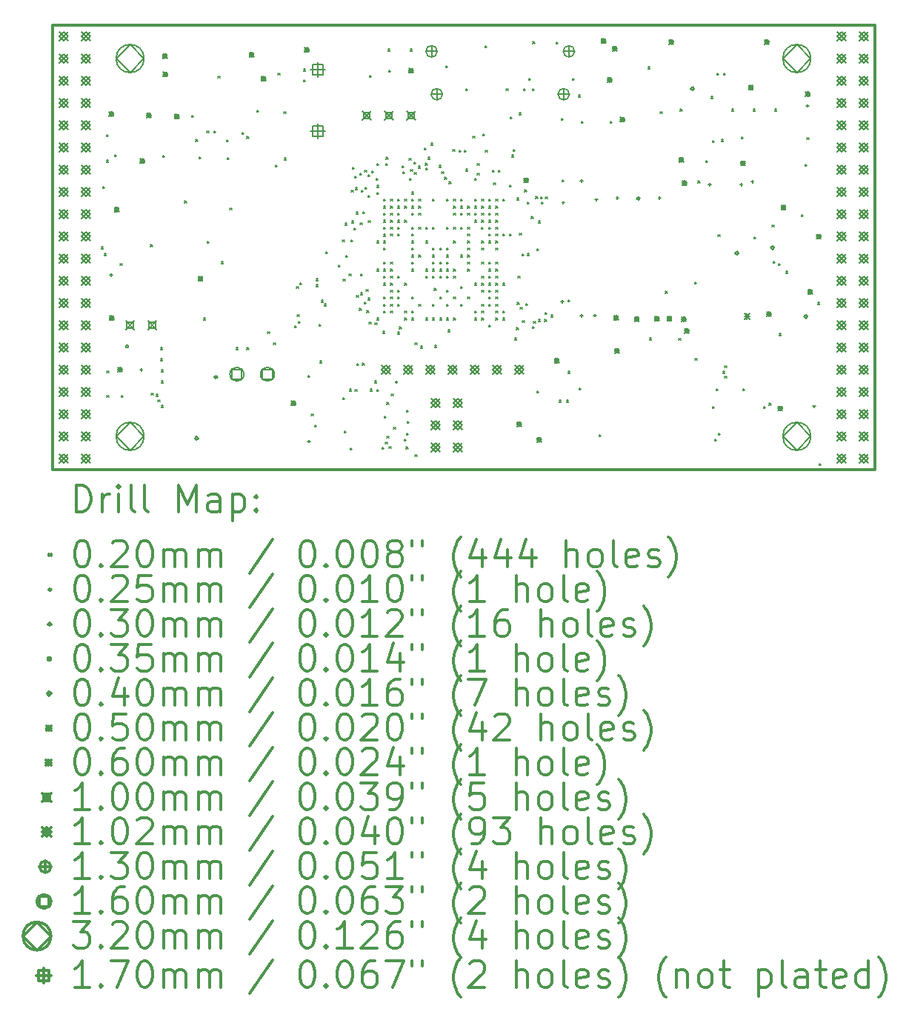
<source format=gbr>
%FSLAX45Y45*%
G04 Gerber Fmt 4.5, Leading zero omitted, Abs format (unit mm)*
G04 Created by KiCad (PCBNEW 5.0.0+dfsg1-2) date Sat Sep  8 16:08:48 2018*
%MOMM*%
%LPD*%
G01*
G04 APERTURE LIST*
%ADD10C,0.300000*%
%ADD11C,0.200000*%
G04 APERTURE END LIST*
D10*
X9410000Y-6142000D02*
X9410000Y-11222000D01*
X18808000Y-6142000D02*
X9410000Y-6142000D01*
X18808000Y-11222000D02*
X18808000Y-6142000D01*
X9410000Y-11222000D02*
X18808000Y-11222000D01*
D11*
X9969000Y-8676600D02*
X9989000Y-8696600D01*
X9989000Y-8676600D02*
X9969000Y-8696600D01*
X9990550Y-7986200D02*
X10010550Y-8006200D01*
X10010550Y-7986200D02*
X9990550Y-8006200D01*
X10007100Y-8752800D02*
X10027100Y-8772800D01*
X10027100Y-8752800D02*
X10007100Y-8772800D01*
X10032500Y-7393900D02*
X10052500Y-7413900D01*
X10052500Y-7393900D02*
X10032500Y-7413900D01*
X10032500Y-7686000D02*
X10052500Y-7706000D01*
X10052500Y-7686000D02*
X10032500Y-7706000D01*
X10035000Y-10094400D02*
X10055000Y-10114400D01*
X10055000Y-10094400D02*
X10035000Y-10114400D01*
X10035000Y-10373800D02*
X10055000Y-10393800D01*
X10055000Y-10373800D02*
X10035000Y-10393800D01*
X10125400Y-7619700D02*
X10145400Y-7639700D01*
X10145400Y-7619700D02*
X10125400Y-7639700D01*
X10187400Y-8868850D02*
X10207400Y-8888850D01*
X10207400Y-8868850D02*
X10187400Y-8888850D01*
X10200100Y-10373800D02*
X10220100Y-10393800D01*
X10220100Y-10373800D02*
X10200100Y-10393800D01*
X10535450Y-8649900D02*
X10555450Y-8669900D01*
X10555450Y-8649900D02*
X10535450Y-8669900D01*
X10543000Y-10348400D02*
X10563000Y-10368400D01*
X10563000Y-10348400D02*
X10543000Y-10368400D01*
X10595970Y-10361643D02*
X10615970Y-10381643D01*
X10615970Y-10361643D02*
X10595970Y-10381643D01*
X10619200Y-10424600D02*
X10639200Y-10444600D01*
X10639200Y-10424600D02*
X10619200Y-10444600D01*
X10650950Y-9827700D02*
X10670950Y-9847700D01*
X10670950Y-9827700D02*
X10650950Y-9847700D01*
X10650950Y-9954700D02*
X10670950Y-9974700D01*
X10670950Y-9954700D02*
X10650950Y-9974700D01*
X10657300Y-10081700D02*
X10677300Y-10101700D01*
X10677300Y-10081700D02*
X10657300Y-10101700D01*
X10657300Y-10208701D02*
X10677300Y-10228701D01*
X10677300Y-10208701D02*
X10657300Y-10228701D01*
X10657300Y-10488100D02*
X10677300Y-10508100D01*
X10677300Y-10488100D02*
X10657300Y-10508100D01*
X10671500Y-7632400D02*
X10691500Y-7652400D01*
X10691500Y-7632400D02*
X10671500Y-7652400D01*
X10924000Y-8151300D02*
X10944000Y-8171300D01*
X10944000Y-8151300D02*
X10924000Y-8171300D01*
X11001700Y-7175200D02*
X11021700Y-7195200D01*
X11021700Y-7175200D02*
X11001700Y-7195200D01*
X11049908Y-7448938D02*
X11069908Y-7468938D01*
X11069908Y-7448938D02*
X11049908Y-7468938D01*
X11090600Y-7645100D02*
X11110600Y-7665100D01*
X11110600Y-7645100D02*
X11090600Y-7665100D01*
X11137400Y-9489400D02*
X11157400Y-9509400D01*
X11157400Y-9489400D02*
X11137400Y-9509400D01*
X11178000Y-7350000D02*
X11198000Y-7370000D01*
X11198000Y-7350000D02*
X11178000Y-7370000D01*
X11179522Y-8615379D02*
X11199522Y-8635379D01*
X11199522Y-8615379D02*
X11179522Y-8635379D01*
X11258000Y-7350000D02*
X11278000Y-7370000D01*
X11278000Y-7350000D02*
X11258000Y-7370000D01*
X11305725Y-6724363D02*
X11325725Y-6744363D01*
X11325725Y-6724363D02*
X11305725Y-6744363D01*
X11344600Y-8845973D02*
X11364600Y-8865973D01*
X11364600Y-8845973D02*
X11344600Y-8865973D01*
X11400408Y-7451220D02*
X11420408Y-7471220D01*
X11420408Y-7451220D02*
X11400408Y-7471220D01*
X11408100Y-7657800D02*
X11428100Y-7677800D01*
X11428100Y-7657800D02*
X11408100Y-7677800D01*
X11441393Y-8230943D02*
X11461393Y-8250943D01*
X11461393Y-8230943D02*
X11441393Y-8250943D01*
X11514550Y-9827700D02*
X11534550Y-9847700D01*
X11534550Y-9827700D02*
X11514550Y-9847700D01*
X11578000Y-7370000D02*
X11598000Y-7390000D01*
X11598000Y-7370000D02*
X11578000Y-7390000D01*
X11633852Y-9827700D02*
X11653852Y-9847700D01*
X11653852Y-9827700D02*
X11633852Y-9847700D01*
X11635200Y-7414700D02*
X11655200Y-7434700D01*
X11655200Y-7414700D02*
X11635200Y-7434700D01*
X11747000Y-7114500D02*
X11767000Y-7134500D01*
X11767000Y-7114500D02*
X11747000Y-7134500D01*
X11870412Y-9644112D02*
X11890412Y-9664112D01*
X11890412Y-9644112D02*
X11870412Y-9664112D01*
X11940000Y-9772000D02*
X11960000Y-9792000D01*
X11960000Y-9772000D02*
X11940000Y-9792000D01*
X11959215Y-7739412D02*
X11979215Y-7759412D01*
X11979215Y-7739412D02*
X11959215Y-7759412D01*
X11990800Y-6690800D02*
X12010800Y-6710800D01*
X12010800Y-6690800D02*
X11990800Y-6710800D01*
X12056498Y-7133651D02*
X12076498Y-7153651D01*
X12076498Y-7133651D02*
X12056498Y-7153651D01*
X12063993Y-7659408D02*
X12083993Y-7679408D01*
X12083993Y-7659408D02*
X12063993Y-7679408D01*
X12182800Y-9575500D02*
X12202800Y-9595500D01*
X12202800Y-9575500D02*
X12182800Y-9595500D01*
X12201657Y-9128657D02*
X12221657Y-9148657D01*
X12221657Y-9128657D02*
X12201657Y-9148657D01*
X12210364Y-9448538D02*
X12230364Y-9468538D01*
X12230364Y-9448538D02*
X12210364Y-9468538D01*
X12220900Y-9524700D02*
X12240900Y-9544700D01*
X12240900Y-9524700D02*
X12220900Y-9544700D01*
X12242096Y-9088217D02*
X12262096Y-9108217D01*
X12262096Y-9088217D02*
X12242096Y-9108217D01*
X12282618Y-6643232D02*
X12302618Y-6663232D01*
X12302618Y-6643232D02*
X12282618Y-6663232D01*
X12284400Y-6768800D02*
X12304400Y-6788800D01*
X12304400Y-6768800D02*
X12284400Y-6788800D01*
X12332545Y-10146435D02*
X12352545Y-10166435D01*
X12352545Y-10146435D02*
X12332545Y-10166435D01*
X12370241Y-10586650D02*
X12390241Y-10606650D01*
X12390241Y-10586650D02*
X12370241Y-10606650D01*
X12410242Y-10710764D02*
X12430242Y-10730764D01*
X12430242Y-10710764D02*
X12410242Y-10730764D01*
X12423701Y-9107100D02*
X12443701Y-9127100D01*
X12443701Y-9107100D02*
X12423701Y-9127100D01*
X12423702Y-9038791D02*
X12443702Y-9058791D01*
X12443702Y-9038791D02*
X12423702Y-9058791D01*
X12460700Y-9561000D02*
X12480700Y-9581000D01*
X12480700Y-9561000D02*
X12460700Y-9581000D01*
X12467050Y-9980100D02*
X12487050Y-10000100D01*
X12487050Y-9980100D02*
X12467050Y-10000100D01*
X12486399Y-9285661D02*
X12506399Y-9305661D01*
X12506399Y-9285661D02*
X12486399Y-9305661D01*
X12519149Y-9329350D02*
X12539149Y-9349350D01*
X12539149Y-9329350D02*
X12519149Y-9349350D01*
X12538837Y-8731087D02*
X12558837Y-8751087D01*
X12558837Y-8731087D02*
X12538837Y-8751087D01*
X12682329Y-8882979D02*
X12702329Y-8902979D01*
X12702329Y-8882979D02*
X12682329Y-8902979D01*
X12727400Y-8595800D02*
X12747400Y-8615800D01*
X12747400Y-8595800D02*
X12727400Y-8615800D01*
X12731909Y-10397773D02*
X12751909Y-10417773D01*
X12751909Y-10397773D02*
X12731909Y-10417773D01*
X12733834Y-9045740D02*
X12753834Y-9065740D01*
X12753834Y-9045740D02*
X12733834Y-9065740D01*
X12748660Y-10777504D02*
X12768660Y-10797504D01*
X12768660Y-10777504D02*
X12748660Y-10797504D01*
X12759150Y-8405300D02*
X12779150Y-8425300D01*
X12779150Y-8405300D02*
X12759150Y-8425300D01*
X12764768Y-8776012D02*
X12784768Y-8796012D01*
X12784768Y-8776012D02*
X12764768Y-8796012D01*
X12803218Y-8983018D02*
X12823218Y-9003018D01*
X12823218Y-8983018D02*
X12803218Y-9003018D01*
X12808750Y-10300900D02*
X12828750Y-10320900D01*
X12828750Y-10300900D02*
X12808750Y-10320900D01*
X12815100Y-10974000D02*
X12835100Y-10994000D01*
X12835100Y-10974000D02*
X12815100Y-10994000D01*
X12824072Y-8596207D02*
X12844072Y-8616207D01*
X12844072Y-8596207D02*
X12824072Y-8616207D01*
X12829000Y-8030650D02*
X12849000Y-8050650D01*
X12849000Y-8030650D02*
X12829000Y-8050650D01*
X12835350Y-8379900D02*
X12855350Y-8399900D01*
X12855350Y-8379900D02*
X12835350Y-8399900D01*
X12841700Y-7765451D02*
X12861700Y-7785451D01*
X12861700Y-7765451D02*
X12841700Y-7785451D01*
X12860114Y-8462438D02*
X12880114Y-8482438D01*
X12880114Y-8462438D02*
X12860114Y-8482438D01*
X12867100Y-7865550D02*
X12887100Y-7885550D01*
X12887100Y-7865550D02*
X12867100Y-7885550D01*
X12870682Y-10308590D02*
X12890682Y-10328590D01*
X12890682Y-10308590D02*
X12870682Y-10328590D01*
X12873450Y-7998900D02*
X12893450Y-8018900D01*
X12893450Y-7998900D02*
X12873450Y-8018900D01*
X12886150Y-8278300D02*
X12906150Y-8298300D01*
X12906150Y-8278300D02*
X12886150Y-8298300D01*
X12886283Y-9229083D02*
X12906283Y-9249083D01*
X12906283Y-9229083D02*
X12886283Y-9249083D01*
X12890520Y-10007480D02*
X12910520Y-10027480D01*
X12910520Y-10007480D02*
X12890520Y-10027480D01*
X12921835Y-9377845D02*
X12941835Y-9397845D01*
X12941835Y-9377845D02*
X12921835Y-9397845D01*
X12924250Y-7833800D02*
X12944250Y-7853800D01*
X12944250Y-7833800D02*
X12924250Y-7853800D01*
X12930501Y-8400852D02*
X12950501Y-8420852D01*
X12950501Y-8400852D02*
X12930501Y-8420852D01*
X12934924Y-8983794D02*
X12954924Y-9003794D01*
X12954924Y-8983794D02*
X12934924Y-9003794D01*
X12935750Y-9202350D02*
X12955750Y-9222350D01*
X12955750Y-9202350D02*
X12935750Y-9222350D01*
X12940751Y-8030650D02*
X12960751Y-8050650D01*
X12960751Y-8030650D02*
X12940751Y-8050650D01*
X12956000Y-10005500D02*
X12976000Y-10025500D01*
X12976000Y-10005500D02*
X12956000Y-10025500D01*
X12962350Y-8273851D02*
X12982350Y-8293851D01*
X12982350Y-8273851D02*
X12962350Y-8293851D01*
X12976189Y-9308896D02*
X12996189Y-9328896D01*
X12996189Y-9308896D02*
X12976189Y-9328896D01*
X12981400Y-7802050D02*
X13001400Y-7822050D01*
X13001400Y-7802050D02*
X12981400Y-7822050D01*
X12984711Y-7994431D02*
X13004711Y-8014431D01*
X13004711Y-7994431D02*
X12984711Y-8014431D01*
X12999250Y-9164250D02*
X13019250Y-9184250D01*
X13019250Y-9164250D02*
X12999250Y-9184250D01*
X13007618Y-9405227D02*
X13027618Y-9425227D01*
X13027618Y-9405227D02*
X13007618Y-9425227D01*
X13018300Y-9259500D02*
X13038300Y-9279500D01*
X13038300Y-9259500D02*
X13018300Y-9279500D01*
X13018305Y-7852464D02*
X13038305Y-7872464D01*
X13038305Y-7852464D02*
X13018305Y-7872464D01*
X13019500Y-8087800D02*
X13039500Y-8107800D01*
X13039500Y-8087800D02*
X13019500Y-8107800D01*
X13023410Y-8375410D02*
X13043410Y-8395410D01*
X13043410Y-8375410D02*
X13023410Y-8395410D01*
X13030548Y-9536431D02*
X13050548Y-9556431D01*
X13050548Y-9536431D02*
X13030548Y-9556431D01*
X13033700Y-6718000D02*
X13053700Y-6738000D01*
X13053700Y-6718000D02*
X13033700Y-6738000D01*
X13043700Y-10300900D02*
X13063700Y-10320900D01*
X13063700Y-10300900D02*
X13043700Y-10320900D01*
X13063950Y-7808400D02*
X13083950Y-7828400D01*
X13083950Y-7808400D02*
X13063950Y-7828400D01*
X13093907Y-10208700D02*
X13113907Y-10228700D01*
X13113907Y-10208700D02*
X13093907Y-10228700D01*
X13098471Y-9546418D02*
X13118471Y-9566418D01*
X13118471Y-9546418D02*
X13098471Y-9566418D01*
X13114818Y-7892343D02*
X13134818Y-7912343D01*
X13134818Y-7892343D02*
X13114818Y-7912343D01*
X13118000Y-8052363D02*
X13138000Y-8072363D01*
X13138000Y-8052363D02*
X13118000Y-8072363D01*
X13118000Y-8610000D02*
X13138000Y-8630000D01*
X13138000Y-8610000D02*
X13118000Y-8630000D01*
X13118000Y-8930000D02*
X13138000Y-8950000D01*
X13138000Y-8930000D02*
X13118000Y-8950000D01*
X13118000Y-9490000D02*
X13138000Y-9510000D01*
X13138000Y-9490000D02*
X13118000Y-9510000D01*
X13118565Y-7722735D02*
X13138565Y-7742735D01*
X13138565Y-7722735D02*
X13118565Y-7742735D01*
X13119785Y-7972345D02*
X13139785Y-7992345D01*
X13139785Y-7972345D02*
X13119785Y-7992345D01*
X13119900Y-10307250D02*
X13139900Y-10327250D01*
X13139900Y-10307250D02*
X13119900Y-10327250D01*
X13178250Y-10964350D02*
X13198250Y-10984350D01*
X13198250Y-10964350D02*
X13178250Y-10984350D01*
X13189750Y-9640500D02*
X13209750Y-9660500D01*
X13209750Y-9640500D02*
X13189750Y-9660500D01*
X13197734Y-9090201D02*
X13217734Y-9110201D01*
X13217734Y-9090201D02*
X13197734Y-9110201D01*
X13198000Y-8130000D02*
X13218000Y-8150000D01*
X13218000Y-8130000D02*
X13198000Y-8150000D01*
X13198000Y-8210000D02*
X13218000Y-8230000D01*
X13218000Y-8210000D02*
X13198000Y-8230000D01*
X13198000Y-8290000D02*
X13218000Y-8310000D01*
X13218000Y-8290000D02*
X13198000Y-8310000D01*
X13198000Y-8370000D02*
X13218000Y-8390000D01*
X13218000Y-8370000D02*
X13198000Y-8390000D01*
X13198000Y-8450000D02*
X13218000Y-8470000D01*
X13218000Y-8450000D02*
X13198000Y-8470000D01*
X13198000Y-8531500D02*
X13218000Y-8551500D01*
X13218000Y-8531500D02*
X13198000Y-8551500D01*
X13198000Y-8610000D02*
X13218000Y-8630000D01*
X13218000Y-8610000D02*
X13198000Y-8630000D01*
X13198000Y-8690000D02*
X13218000Y-8710000D01*
X13218000Y-8690000D02*
X13198000Y-8710000D01*
X13198000Y-8850000D02*
X13218000Y-8870000D01*
X13218000Y-8850000D02*
X13198000Y-8870000D01*
X13198000Y-8930000D02*
X13218000Y-8950000D01*
X13218000Y-8930000D02*
X13198000Y-8950000D01*
X13198000Y-9010000D02*
X13218000Y-9030000D01*
X13218000Y-9010000D02*
X13198000Y-9030000D01*
X13198000Y-9250000D02*
X13218000Y-9270000D01*
X13218000Y-9250000D02*
X13198000Y-9270000D01*
X13198000Y-9330000D02*
X13218000Y-9350000D01*
X13218000Y-9330000D02*
X13198000Y-9350000D01*
X13198000Y-9410000D02*
X13218000Y-9430000D01*
X13218000Y-9410000D02*
X13198000Y-9430000D01*
X13206286Y-10608587D02*
X13226286Y-10628587D01*
X13226286Y-10608587D02*
X13206286Y-10628587D01*
X13217511Y-10908296D02*
X13237511Y-10928296D01*
X13237511Y-10908296D02*
X13217511Y-10928296D01*
X13220903Y-7724256D02*
X13240903Y-7744256D01*
X13240903Y-7724256D02*
X13220903Y-7744256D01*
X13227850Y-7652950D02*
X13247850Y-7672950D01*
X13247850Y-7652950D02*
X13227850Y-7672950D01*
X13234200Y-10453300D02*
X13254200Y-10473300D01*
X13254200Y-10453300D02*
X13234200Y-10473300D01*
X13234200Y-10840650D02*
X13254200Y-10860650D01*
X13254200Y-10840650D02*
X13234200Y-10860650D01*
X13245600Y-6416000D02*
X13265600Y-6436000D01*
X13265600Y-6416000D02*
X13245600Y-6436000D01*
X13258300Y-6657300D02*
X13278300Y-6677300D01*
X13278300Y-6657300D02*
X13258300Y-6677300D01*
X13260800Y-10958000D02*
X13280800Y-10978000D01*
X13280800Y-10958000D02*
X13260800Y-10978000D01*
X13278000Y-8130000D02*
X13298000Y-8150000D01*
X13298000Y-8130000D02*
X13278000Y-8150000D01*
X13278000Y-8210000D02*
X13298000Y-8230000D01*
X13298000Y-8210000D02*
X13278000Y-8230000D01*
X13278000Y-8290000D02*
X13298000Y-8310000D01*
X13298000Y-8290000D02*
X13278000Y-8310000D01*
X13278000Y-8370000D02*
X13298000Y-8390000D01*
X13298000Y-8370000D02*
X13278000Y-8390000D01*
X13278000Y-8450000D02*
X13298000Y-8470000D01*
X13298000Y-8450000D02*
X13278000Y-8470000D01*
X13278000Y-8530000D02*
X13298000Y-8550000D01*
X13298000Y-8530000D02*
X13278000Y-8550000D01*
X13278000Y-8850000D02*
X13298000Y-8870000D01*
X13298000Y-8850000D02*
X13278000Y-8870000D01*
X13278000Y-8930000D02*
X13298000Y-8950000D01*
X13298000Y-8930000D02*
X13278000Y-8950000D01*
X13278000Y-9010000D02*
X13298000Y-9030000D01*
X13298000Y-9010000D02*
X13278000Y-9030000D01*
X13278000Y-9090000D02*
X13298000Y-9110000D01*
X13298000Y-9090000D02*
X13278000Y-9110000D01*
X13278000Y-9170000D02*
X13298000Y-9190000D01*
X13298000Y-9170000D02*
X13278000Y-9190000D01*
X13278000Y-9250000D02*
X13298000Y-9270000D01*
X13298000Y-9250000D02*
X13278000Y-9270000D01*
X13278000Y-9330000D02*
X13298000Y-9350000D01*
X13298000Y-9330000D02*
X13278000Y-9350000D01*
X13278000Y-9410000D02*
X13298000Y-9430000D01*
X13298000Y-9410000D02*
X13278000Y-9430000D01*
X13285000Y-10358050D02*
X13305000Y-10378050D01*
X13305000Y-10358050D02*
X13285000Y-10378050D01*
X13311600Y-10736500D02*
X13331600Y-10756500D01*
X13331600Y-10736500D02*
X13311600Y-10756500D01*
X13358000Y-8130000D02*
X13378000Y-8150000D01*
X13378000Y-8130000D02*
X13358000Y-8150000D01*
X13358000Y-8210000D02*
X13378000Y-8230000D01*
X13378000Y-8210000D02*
X13358000Y-8230000D01*
X13358000Y-8290000D02*
X13378000Y-8310000D01*
X13378000Y-8290000D02*
X13358000Y-8310000D01*
X13358000Y-8370000D02*
X13378000Y-8390000D01*
X13378000Y-8370000D02*
X13358000Y-8390000D01*
X13358000Y-8450000D02*
X13378000Y-8470000D01*
X13378000Y-8450000D02*
X13358000Y-8470000D01*
X13358000Y-8530000D02*
X13378000Y-8550000D01*
X13378000Y-8530000D02*
X13358000Y-8550000D01*
X13358000Y-9010000D02*
X13378000Y-9030000D01*
X13378000Y-9010000D02*
X13358000Y-9030000D01*
X13358000Y-9170000D02*
X13378000Y-9190000D01*
X13378000Y-9170000D02*
X13358000Y-9190000D01*
X13358000Y-9250000D02*
X13378000Y-9270000D01*
X13378000Y-9250000D02*
X13358000Y-9270000D01*
X13358000Y-9330000D02*
X13378000Y-9350000D01*
X13378000Y-9330000D02*
X13358000Y-9350000D01*
X13358000Y-9650000D02*
X13378000Y-9670000D01*
X13378000Y-9650000D02*
X13358000Y-9670000D01*
X13378000Y-9590000D02*
X13398000Y-9610000D01*
X13398000Y-9590000D02*
X13378000Y-9610000D01*
X13411163Y-7748395D02*
X13431163Y-7768395D01*
X13431163Y-7748395D02*
X13411163Y-7768395D01*
X13415020Y-7815418D02*
X13435020Y-7835418D01*
X13435020Y-7815418D02*
X13415020Y-7835418D01*
X13436400Y-10874197D02*
X13456400Y-10894197D01*
X13456400Y-10874197D02*
X13436400Y-10894197D01*
X13438000Y-8130000D02*
X13458000Y-8150000D01*
X13458000Y-8130000D02*
X13438000Y-8150000D01*
X13438000Y-8210000D02*
X13458000Y-8230000D01*
X13458000Y-8210000D02*
X13438000Y-8230000D01*
X13438000Y-8370000D02*
X13458000Y-8390000D01*
X13458000Y-8370000D02*
X13438000Y-8390000D01*
X13438000Y-9090000D02*
X13458000Y-9110000D01*
X13458000Y-9090000D02*
X13438000Y-9110000D01*
X13438000Y-9410000D02*
X13458000Y-9430000D01*
X13458000Y-9410000D02*
X13438000Y-9430000D01*
X13438000Y-9490000D02*
X13458000Y-9510000D01*
X13458000Y-9490000D02*
X13438000Y-9510000D01*
X13453687Y-10961995D02*
X13473687Y-10981995D01*
X13473687Y-10961995D02*
X13453687Y-10981995D01*
X13457587Y-10803159D02*
X13477587Y-10823159D01*
X13477587Y-10803159D02*
X13457587Y-10823159D01*
X13460735Y-10540845D02*
X13480735Y-10560845D01*
X13480735Y-10540845D02*
X13460735Y-10560845D01*
X13465065Y-10671051D02*
X13485065Y-10691051D01*
X13485065Y-10671051D02*
X13465065Y-10691051D01*
X13489399Y-7662350D02*
X13509399Y-7682350D01*
X13509399Y-7662350D02*
X13489399Y-7682350D01*
X13492132Y-7892495D02*
X13512132Y-7912495D01*
X13512132Y-7892495D02*
X13492132Y-7912495D01*
X13499600Y-6416000D02*
X13519600Y-6436000D01*
X13519600Y-6416000D02*
X13499600Y-6436000D01*
X13507250Y-7792650D02*
X13527250Y-7812650D01*
X13527250Y-7792650D02*
X13507250Y-7812650D01*
X13518000Y-8050000D02*
X13538000Y-8070000D01*
X13538000Y-8050000D02*
X13518000Y-8070000D01*
X13518000Y-8130000D02*
X13538000Y-8150000D01*
X13538000Y-8130000D02*
X13518000Y-8150000D01*
X13518000Y-8210000D02*
X13538000Y-8230000D01*
X13538000Y-8210000D02*
X13518000Y-8230000D01*
X13518000Y-8290000D02*
X13538000Y-8310000D01*
X13538000Y-8290000D02*
X13518000Y-8310000D01*
X13518000Y-8450000D02*
X13538000Y-8470000D01*
X13538000Y-8450000D02*
X13518000Y-8470000D01*
X13518000Y-8530000D02*
X13538000Y-8550000D01*
X13538000Y-8530000D02*
X13518000Y-8550000D01*
X13518000Y-8610000D02*
X13538000Y-8630000D01*
X13538000Y-8610000D02*
X13518000Y-8630000D01*
X13518000Y-8690000D02*
X13538000Y-8710000D01*
X13538000Y-8690000D02*
X13518000Y-8710000D01*
X13518000Y-8770000D02*
X13538000Y-8790000D01*
X13538000Y-8770000D02*
X13518000Y-8790000D01*
X13518000Y-8850000D02*
X13538000Y-8870000D01*
X13538000Y-8850000D02*
X13518000Y-8870000D01*
X13518000Y-8930000D02*
X13538000Y-8950000D01*
X13538000Y-8930000D02*
X13518000Y-8950000D01*
X13518000Y-9250000D02*
X13538000Y-9270000D01*
X13538000Y-9250000D02*
X13518000Y-9270000D01*
X13518000Y-9410000D02*
X13538000Y-9430000D01*
X13538000Y-9410000D02*
X13518000Y-9430000D01*
X13518000Y-9490000D02*
X13538000Y-9510000D01*
X13538000Y-9490000D02*
X13518000Y-9510000D01*
X13546550Y-7706800D02*
X13566550Y-7726800D01*
X13566550Y-7706800D02*
X13546550Y-7726800D01*
X13549150Y-7827659D02*
X13569150Y-7847659D01*
X13569150Y-7827659D02*
X13549150Y-7847659D01*
X13555656Y-11051071D02*
X13575656Y-11071071D01*
X13575656Y-11051071D02*
X13555656Y-11071071D01*
X13558000Y-9770000D02*
X13578000Y-9790000D01*
X13578000Y-9770000D02*
X13558000Y-9790000D01*
X13594882Y-7754550D02*
X13614882Y-7774550D01*
X13614882Y-7754550D02*
X13594882Y-7774550D01*
X13598000Y-8130000D02*
X13618000Y-8150000D01*
X13618000Y-8130000D02*
X13598000Y-8150000D01*
X13598000Y-8210000D02*
X13618000Y-8230000D01*
X13618000Y-8210000D02*
X13598000Y-8230000D01*
X13598000Y-8290000D02*
X13618000Y-8310000D01*
X13618000Y-8290000D02*
X13598000Y-8310000D01*
X13598000Y-8450000D02*
X13618000Y-8470000D01*
X13618000Y-8450000D02*
X13598000Y-8470000D01*
X13598000Y-8770000D02*
X13618000Y-8790000D01*
X13618000Y-8770000D02*
X13598000Y-8790000D01*
X13598000Y-9330000D02*
X13618000Y-9350000D01*
X13618000Y-9330000D02*
X13598000Y-9350000D01*
X13618000Y-9810000D02*
X13638000Y-9830000D01*
X13638000Y-9810000D02*
X13618000Y-9830000D01*
X13664259Y-7547941D02*
X13684259Y-7567941D01*
X13684259Y-7547941D02*
X13664259Y-7567941D01*
X13676320Y-7718760D02*
X13696320Y-7738760D01*
X13696320Y-7718760D02*
X13676320Y-7738760D01*
X13678000Y-8450000D02*
X13698000Y-8470000D01*
X13698000Y-8450000D02*
X13678000Y-8470000D01*
X13678000Y-8610000D02*
X13698000Y-8630000D01*
X13698000Y-8610000D02*
X13678000Y-8630000D01*
X13678000Y-8930000D02*
X13698000Y-8950000D01*
X13698000Y-8930000D02*
X13678000Y-8950000D01*
X13678000Y-9010000D02*
X13698000Y-9030000D01*
X13698000Y-9010000D02*
X13678000Y-9030000D01*
X13678000Y-9490000D02*
X13698000Y-9510000D01*
X13698000Y-9490000D02*
X13678000Y-9510000D01*
X13679461Y-7776107D02*
X13699461Y-7796107D01*
X13699461Y-7776107D02*
X13679461Y-7796107D01*
X13707437Y-7652487D02*
X13727437Y-7672487D01*
X13727437Y-7652487D02*
X13707437Y-7672487D01*
X13738000Y-7490000D02*
X13758000Y-7510000D01*
X13758000Y-7490000D02*
X13738000Y-7510000D01*
X13758000Y-8130000D02*
X13778000Y-8150000D01*
X13778000Y-8130000D02*
X13758000Y-8150000D01*
X13758000Y-8450000D02*
X13778000Y-8470000D01*
X13778000Y-8450000D02*
X13758000Y-8470000D01*
X13758000Y-8690000D02*
X13778000Y-8710000D01*
X13778000Y-8690000D02*
X13758000Y-8710000D01*
X13758000Y-8770000D02*
X13778000Y-8790000D01*
X13778000Y-8770000D02*
X13758000Y-8790000D01*
X13758000Y-8850000D02*
X13778000Y-8870000D01*
X13778000Y-8850000D02*
X13758000Y-8870000D01*
X13758000Y-8930000D02*
X13778000Y-8950000D01*
X13778000Y-8930000D02*
X13758000Y-8950000D01*
X13758000Y-9010000D02*
X13778000Y-9030000D01*
X13778000Y-9010000D02*
X13758000Y-9030000D01*
X13758000Y-9330000D02*
X13778000Y-9350000D01*
X13778000Y-9330000D02*
X13758000Y-9350000D01*
X13758000Y-9490000D02*
X13778000Y-9510000D01*
X13778000Y-9490000D02*
X13758000Y-9510000D01*
X13778000Y-9150000D02*
X13798000Y-9170000D01*
X13798000Y-9150000D02*
X13778000Y-9170000D01*
X13781499Y-9802300D02*
X13801499Y-9822300D01*
X13801499Y-9802300D02*
X13781499Y-9822300D01*
X13830592Y-7745154D02*
X13850592Y-7765154D01*
X13850592Y-7745154D02*
X13830592Y-7765154D01*
X13838000Y-8690000D02*
X13858000Y-8710000D01*
X13858000Y-8690000D02*
X13838000Y-8710000D01*
X13838000Y-8850000D02*
X13858000Y-8870000D01*
X13858000Y-8850000D02*
X13838000Y-8870000D01*
X13838000Y-8930000D02*
X13858000Y-8950000D01*
X13858000Y-8930000D02*
X13838000Y-8950000D01*
X13838000Y-9010000D02*
X13858000Y-9030000D01*
X13858000Y-9010000D02*
X13838000Y-9030000D01*
X13838000Y-9250000D02*
X13858000Y-9270000D01*
X13858000Y-9250000D02*
X13838000Y-9270000D01*
X13838000Y-9490000D02*
X13858000Y-9510000D01*
X13858000Y-9490000D02*
X13838000Y-9510000D01*
X13862850Y-7818050D02*
X13882850Y-7838050D01*
X13882850Y-7818050D02*
X13862850Y-7838050D01*
X13894600Y-7881550D02*
X13914600Y-7901550D01*
X13914600Y-7881550D02*
X13894600Y-7901550D01*
X13910000Y-6603700D02*
X13930000Y-6623700D01*
X13930000Y-6603700D02*
X13910000Y-6623700D01*
X13918000Y-8130000D02*
X13938000Y-8150000D01*
X13938000Y-8130000D02*
X13918000Y-8150000D01*
X13918000Y-8450000D02*
X13938000Y-8470000D01*
X13938000Y-8450000D02*
X13918000Y-8470000D01*
X13918000Y-8690000D02*
X13938000Y-8710000D01*
X13938000Y-8690000D02*
X13918000Y-8710000D01*
X13918000Y-8770000D02*
X13938000Y-8790000D01*
X13938000Y-8770000D02*
X13918000Y-8790000D01*
X13918000Y-8850000D02*
X13938000Y-8870000D01*
X13938000Y-8850000D02*
X13918000Y-8870000D01*
X13918000Y-8930000D02*
X13938000Y-8950000D01*
X13938000Y-8930000D02*
X13918000Y-8950000D01*
X13918000Y-9010000D02*
X13938000Y-9030000D01*
X13938000Y-9010000D02*
X13918000Y-9030000D01*
X13918000Y-9170000D02*
X13938000Y-9190000D01*
X13938000Y-9170000D02*
X13918000Y-9190000D01*
X13918000Y-9330000D02*
X13938000Y-9350000D01*
X13938000Y-9330000D02*
X13918000Y-9350000D01*
X13918000Y-9490000D02*
X13938000Y-9510000D01*
X13938000Y-9490000D02*
X13918000Y-9510000D01*
X13933900Y-9624500D02*
X13953900Y-9644500D01*
X13953900Y-9624500D02*
X13933900Y-9644500D01*
X13945400Y-7932350D02*
X13965400Y-7952350D01*
X13965400Y-7932350D02*
X13945400Y-7952350D01*
X13989352Y-7565171D02*
X14009352Y-7585171D01*
X14009352Y-7565171D02*
X13989352Y-7585171D01*
X13996000Y-8292000D02*
X14016000Y-8312000D01*
X14016000Y-8292000D02*
X13996000Y-8312000D01*
X13998000Y-8130000D02*
X14018000Y-8150000D01*
X14018000Y-8130000D02*
X13998000Y-8150000D01*
X13998000Y-8210000D02*
X14018000Y-8230000D01*
X14018000Y-8210000D02*
X13998000Y-8230000D01*
X13998000Y-8450000D02*
X14018000Y-8470000D01*
X14018000Y-8450000D02*
X13998000Y-8470000D01*
X13998000Y-8610000D02*
X14018000Y-8630000D01*
X14018000Y-8610000D02*
X13998000Y-8630000D01*
X13998000Y-8930000D02*
X14018000Y-8950000D01*
X14018000Y-8930000D02*
X13998000Y-8950000D01*
X13998000Y-9010000D02*
X14018000Y-9030000D01*
X14018000Y-9010000D02*
X13998000Y-9030000D01*
X13998000Y-9250000D02*
X14018000Y-9270000D01*
X14018000Y-9250000D02*
X13998000Y-9270000D01*
X13998000Y-9490000D02*
X14018000Y-9510000D01*
X14018000Y-9490000D02*
X13998000Y-9510000D01*
X14058000Y-7570000D02*
X14078000Y-7590000D01*
X14078000Y-7570000D02*
X14058000Y-7590000D01*
X14078000Y-8130000D02*
X14098000Y-8150000D01*
X14098000Y-8130000D02*
X14078000Y-8150000D01*
X14078000Y-8210000D02*
X14098000Y-8230000D01*
X14098000Y-8210000D02*
X14078000Y-8230000D01*
X14078000Y-8290000D02*
X14098000Y-8310000D01*
X14098000Y-8290000D02*
X14078000Y-8310000D01*
X14078000Y-8450000D02*
X14098000Y-8470000D01*
X14098000Y-8450000D02*
X14078000Y-8470000D01*
X14078000Y-8770000D02*
X14098000Y-8790000D01*
X14098000Y-8770000D02*
X14078000Y-8790000D01*
X14078000Y-9130000D02*
X14098000Y-9150000D01*
X14098000Y-9130000D02*
X14078000Y-9150000D01*
X14078000Y-9330000D02*
X14098000Y-9350000D01*
X14098000Y-9330000D02*
X14078000Y-9350000D01*
X14118000Y-7570000D02*
X14138000Y-7590000D01*
X14138000Y-7570000D02*
X14118000Y-7590000D01*
X14135900Y-7786300D02*
X14155900Y-7806300D01*
X14155900Y-7786300D02*
X14135900Y-7806300D01*
X14138000Y-6870000D02*
X14158000Y-6890000D01*
X14158000Y-6870000D02*
X14138000Y-6890000D01*
X14158000Y-8210000D02*
X14178000Y-8230000D01*
X14178000Y-8210000D02*
X14158000Y-8230000D01*
X14158000Y-8290000D02*
X14178000Y-8310000D01*
X14178000Y-8290000D02*
X14158000Y-8310000D01*
X14158000Y-8450000D02*
X14178000Y-8470000D01*
X14178000Y-8450000D02*
X14158000Y-8470000D01*
X14158000Y-8530000D02*
X14178000Y-8550000D01*
X14178000Y-8530000D02*
X14158000Y-8550000D01*
X14158000Y-8610000D02*
X14178000Y-8630000D01*
X14178000Y-8610000D02*
X14158000Y-8630000D01*
X14158000Y-8690000D02*
X14178000Y-8710000D01*
X14178000Y-8690000D02*
X14158000Y-8710000D01*
X14158000Y-8770000D02*
X14178000Y-8790000D01*
X14178000Y-8770000D02*
X14158000Y-8790000D01*
X14158000Y-8850000D02*
X14178000Y-8870000D01*
X14178000Y-8850000D02*
X14158000Y-8870000D01*
X14158000Y-8930000D02*
X14178000Y-8950000D01*
X14178000Y-8930000D02*
X14158000Y-8950000D01*
X14158000Y-9250000D02*
X14178000Y-9270000D01*
X14178000Y-9250000D02*
X14158000Y-9270000D01*
X14218000Y-7410000D02*
X14238000Y-7430000D01*
X14238000Y-7410000D02*
X14218000Y-7430000D01*
X14236000Y-8292000D02*
X14256000Y-8312000D01*
X14256000Y-8292000D02*
X14236000Y-8312000D01*
X14236377Y-7893109D02*
X14256377Y-7913109D01*
X14256377Y-7893109D02*
X14236377Y-7913109D01*
X14238000Y-8130000D02*
X14258000Y-8150000D01*
X14258000Y-8130000D02*
X14238000Y-8150000D01*
X14238000Y-8210000D02*
X14258000Y-8230000D01*
X14258000Y-8210000D02*
X14238000Y-8230000D01*
X14238000Y-8370000D02*
X14258000Y-8390000D01*
X14258000Y-8370000D02*
X14238000Y-8390000D01*
X14238000Y-9090000D02*
X14258000Y-9110000D01*
X14258000Y-9090000D02*
X14238000Y-9110000D01*
X14238000Y-9410000D02*
X14258000Y-9430000D01*
X14258000Y-9410000D02*
X14238000Y-9430000D01*
X14238000Y-9490000D02*
X14258000Y-9510000D01*
X14258000Y-9490000D02*
X14238000Y-9510000D01*
X14267329Y-7833800D02*
X14287329Y-7853800D01*
X14287329Y-7833800D02*
X14267329Y-7853800D01*
X14268583Y-7723660D02*
X14288583Y-7743660D01*
X14288583Y-7723660D02*
X14268583Y-7743660D01*
X14316000Y-8452000D02*
X14336000Y-8472000D01*
X14336000Y-8452000D02*
X14316000Y-8472000D01*
X14318000Y-8130000D02*
X14338000Y-8150000D01*
X14338000Y-8130000D02*
X14318000Y-8150000D01*
X14318000Y-8210000D02*
X14338000Y-8230000D01*
X14338000Y-8210000D02*
X14318000Y-8230000D01*
X14318000Y-8290000D02*
X14338000Y-8310000D01*
X14338000Y-8290000D02*
X14318000Y-8310000D01*
X14318000Y-8370000D02*
X14338000Y-8390000D01*
X14338000Y-8370000D02*
X14318000Y-8390000D01*
X14318000Y-8610000D02*
X14338000Y-8630000D01*
X14338000Y-8610000D02*
X14318000Y-8630000D01*
X14318000Y-8690000D02*
X14338000Y-8710000D01*
X14338000Y-8690000D02*
X14318000Y-8710000D01*
X14318000Y-8850000D02*
X14338000Y-8870000D01*
X14338000Y-8850000D02*
X14318000Y-8870000D01*
X14318000Y-9010000D02*
X14338000Y-9030000D01*
X14338000Y-9010000D02*
X14318000Y-9030000D01*
X14318000Y-9090000D02*
X14338000Y-9110000D01*
X14338000Y-9090000D02*
X14318000Y-9110000D01*
X14318000Y-9170000D02*
X14338000Y-9190000D01*
X14338000Y-9170000D02*
X14318000Y-9190000D01*
X14318000Y-9330000D02*
X14338000Y-9350000D01*
X14338000Y-9330000D02*
X14318000Y-9350000D01*
X14318000Y-9410000D02*
X14338000Y-9430000D01*
X14338000Y-9410000D02*
X14318000Y-9430000D01*
X14318000Y-9490000D02*
X14338000Y-9510000D01*
X14338000Y-9490000D02*
X14318000Y-9510000D01*
X14331863Y-7387513D02*
X14351863Y-7407513D01*
X14351863Y-7387513D02*
X14331863Y-7407513D01*
X14355067Y-6376252D02*
X14375067Y-6396252D01*
X14375067Y-6376252D02*
X14355067Y-6396252D01*
X14360888Y-7571730D02*
X14380888Y-7591730D01*
X14380888Y-7571730D02*
X14360888Y-7591730D01*
X14398000Y-9570000D02*
X14418000Y-9590000D01*
X14418000Y-9570000D02*
X14398000Y-9590000D01*
X14398000Y-8130000D02*
X14418000Y-8150000D01*
X14418000Y-8130000D02*
X14398000Y-8150000D01*
X14398000Y-8210000D02*
X14418000Y-8230000D01*
X14418000Y-8210000D02*
X14398000Y-8230000D01*
X14398000Y-8290000D02*
X14418000Y-8310000D01*
X14418000Y-8290000D02*
X14398000Y-8310000D01*
X14398000Y-8370000D02*
X14418000Y-8390000D01*
X14418000Y-8370000D02*
X14398000Y-8390000D01*
X14398000Y-8450000D02*
X14418000Y-8470000D01*
X14418000Y-8450000D02*
X14398000Y-8470000D01*
X14398000Y-8530000D02*
X14418000Y-8550000D01*
X14418000Y-8530000D02*
X14398000Y-8550000D01*
X14398000Y-8610000D02*
X14418000Y-8630000D01*
X14418000Y-8610000D02*
X14398000Y-8630000D01*
X14398000Y-8850000D02*
X14418000Y-8870000D01*
X14418000Y-8850000D02*
X14398000Y-8870000D01*
X14398000Y-8930000D02*
X14418000Y-8950000D01*
X14418000Y-8930000D02*
X14398000Y-8950000D01*
X14398000Y-9010000D02*
X14418000Y-9030000D01*
X14418000Y-9010000D02*
X14398000Y-9030000D01*
X14398000Y-9090000D02*
X14418000Y-9110000D01*
X14418000Y-9090000D02*
X14398000Y-9110000D01*
X14398000Y-9170000D02*
X14418000Y-9190000D01*
X14418000Y-9170000D02*
X14398000Y-9190000D01*
X14398000Y-9250000D02*
X14418000Y-9270000D01*
X14418000Y-9250000D02*
X14398000Y-9270000D01*
X14398000Y-9330000D02*
X14418000Y-9350000D01*
X14418000Y-9330000D02*
X14398000Y-9350000D01*
X14441900Y-7802050D02*
X14461900Y-7822050D01*
X14461900Y-7802050D02*
X14441900Y-7822050D01*
X14453400Y-7942279D02*
X14473400Y-7962279D01*
X14473400Y-7942279D02*
X14453400Y-7962279D01*
X14478000Y-8130000D02*
X14498000Y-8150000D01*
X14498000Y-8130000D02*
X14478000Y-8150000D01*
X14478000Y-8210000D02*
X14498000Y-8230000D01*
X14498000Y-8210000D02*
X14478000Y-8230000D01*
X14478000Y-8290000D02*
X14498000Y-8310000D01*
X14498000Y-8290000D02*
X14478000Y-8310000D01*
X14478000Y-8370000D02*
X14498000Y-8390000D01*
X14498000Y-8370000D02*
X14478000Y-8390000D01*
X14478000Y-8450000D02*
X14498000Y-8470000D01*
X14498000Y-8450000D02*
X14478000Y-8470000D01*
X14478000Y-8530000D02*
X14498000Y-8550000D01*
X14498000Y-8530000D02*
X14478000Y-8550000D01*
X14478000Y-8610000D02*
X14498000Y-8630000D01*
X14498000Y-8610000D02*
X14478000Y-8630000D01*
X14478000Y-8690000D02*
X14498000Y-8710000D01*
X14498000Y-8690000D02*
X14478000Y-8710000D01*
X14478000Y-8850000D02*
X14498000Y-8870000D01*
X14498000Y-8850000D02*
X14478000Y-8870000D01*
X14478000Y-8930000D02*
X14498000Y-8950000D01*
X14498000Y-8930000D02*
X14478000Y-8950000D01*
X14478000Y-9010000D02*
X14498000Y-9030000D01*
X14498000Y-9010000D02*
X14478000Y-9030000D01*
X14478000Y-9090000D02*
X14498000Y-9110000D01*
X14498000Y-9090000D02*
X14478000Y-9110000D01*
X14478000Y-9170000D02*
X14498000Y-9190000D01*
X14498000Y-9170000D02*
X14478000Y-9190000D01*
X14478000Y-9250000D02*
X14498000Y-9270000D01*
X14498000Y-9250000D02*
X14478000Y-9270000D01*
X14478000Y-9330000D02*
X14498000Y-9350000D01*
X14498000Y-9330000D02*
X14478000Y-9350000D01*
X14478000Y-9410000D02*
X14498000Y-9430000D01*
X14498000Y-9410000D02*
X14478000Y-9430000D01*
X14478000Y-9490000D02*
X14498000Y-9510000D01*
X14498000Y-9490000D02*
X14478000Y-9510000D01*
X14511750Y-7802050D02*
X14531750Y-7822050D01*
X14531750Y-7802050D02*
X14511750Y-7822050D01*
X14558000Y-8130000D02*
X14578000Y-8150000D01*
X14578000Y-8130000D02*
X14558000Y-8150000D01*
X14558000Y-8530000D02*
X14578000Y-8550000D01*
X14578000Y-8530000D02*
X14558000Y-8550000D01*
X14558000Y-9090000D02*
X14578000Y-9110000D01*
X14578000Y-9090000D02*
X14558000Y-9110000D01*
X14558000Y-9410000D02*
X14578000Y-9430000D01*
X14578000Y-9410000D02*
X14558000Y-9430000D01*
X14558000Y-9490000D02*
X14578000Y-9510000D01*
X14578000Y-9490000D02*
X14558000Y-9510000D01*
X14598000Y-6870000D02*
X14618000Y-6890000D01*
X14618000Y-6870000D02*
X14598000Y-6890000D01*
X14638000Y-8530000D02*
X14658000Y-8550000D01*
X14658000Y-8530000D02*
X14638000Y-8550000D01*
X14638141Y-7971938D02*
X14658141Y-7991938D01*
X14658141Y-7971938D02*
X14638141Y-7991938D01*
X14646600Y-7187799D02*
X14666600Y-7207799D01*
X14666600Y-7187799D02*
X14646600Y-7207799D01*
X14660029Y-7625502D02*
X14680029Y-7645502D01*
X14680029Y-7625502D02*
X14660029Y-7645502D01*
X14676850Y-7560750D02*
X14696850Y-7580750D01*
X14696850Y-7560750D02*
X14676850Y-7580750D01*
X14694701Y-9716700D02*
X14714701Y-9736700D01*
X14714701Y-9716700D02*
X14694701Y-9736700D01*
X14718001Y-9600483D02*
X14738001Y-9620483D01*
X14738001Y-9600483D02*
X14718001Y-9620483D01*
X14720100Y-8116500D02*
X14740100Y-8136500D01*
X14740100Y-8116500D02*
X14720100Y-8136500D01*
X14724389Y-9311713D02*
X14744389Y-9331713D01*
X14744389Y-9311713D02*
X14724389Y-9331713D01*
X14733095Y-9013302D02*
X14753095Y-9033302D01*
X14753095Y-9013302D02*
X14733095Y-9033302D01*
X14748200Y-7143450D02*
X14768200Y-7163450D01*
X14768200Y-7143450D02*
X14748200Y-7163450D01*
X14751215Y-8517186D02*
X14771215Y-8537186D01*
X14771215Y-8517186D02*
X14751215Y-8537186D01*
X14760000Y-9366849D02*
X14780000Y-9386849D01*
X14780000Y-9366849D02*
X14760000Y-9386849D01*
X14781079Y-8758342D02*
X14801079Y-8778342D01*
X14801079Y-8758342D02*
X14781079Y-8778342D01*
X14785679Y-9521109D02*
X14805679Y-9541109D01*
X14805679Y-9521109D02*
X14785679Y-9541109D01*
X14795949Y-6870000D02*
X14815949Y-6890000D01*
X14815949Y-6870000D02*
X14795949Y-6890000D01*
X14810200Y-8024300D02*
X14830200Y-8044300D01*
X14830200Y-8024300D02*
X14810200Y-8044300D01*
X14824901Y-9322231D02*
X14844901Y-9342231D01*
X14844901Y-9322231D02*
X14824901Y-9342231D01*
X14838354Y-8752346D02*
X14858354Y-8772346D01*
X14858354Y-8752346D02*
X14838354Y-8772346D01*
X14841950Y-8164000D02*
X14861950Y-8184000D01*
X14861950Y-8164000D02*
X14841950Y-8184000D01*
X14858001Y-6750000D02*
X14878001Y-6770000D01*
X14878001Y-6750000D02*
X14858001Y-6770000D01*
X14886400Y-8329101D02*
X14906400Y-8349101D01*
X14906400Y-8329101D02*
X14886400Y-8349101D01*
X14898000Y-6870000D02*
X14918000Y-6890000D01*
X14918000Y-6870000D02*
X14898000Y-6890000D01*
X14899100Y-9586400D02*
X14919100Y-9606400D01*
X14919100Y-9586400D02*
X14899100Y-9606400D01*
X14903412Y-6332405D02*
X14923412Y-6352405D01*
X14923412Y-6332405D02*
X14903412Y-6352405D01*
X14910600Y-9526200D02*
X14930600Y-9546200D01*
X14930600Y-9526200D02*
X14910600Y-9546200D01*
X14937199Y-8100500D02*
X14957199Y-8120500D01*
X14957199Y-8100500D02*
X14937199Y-8120500D01*
X14947550Y-8699301D02*
X14967550Y-8719301D01*
X14967550Y-8699301D02*
X14947550Y-8719301D01*
X14947728Y-10322085D02*
X14967728Y-10342085D01*
X14967728Y-10322085D02*
X14947728Y-10342085D01*
X14966401Y-8381402D02*
X14986401Y-8401402D01*
X14986401Y-8381402D02*
X14966401Y-8401402D01*
X14967749Y-9507150D02*
X14987749Y-9527150D01*
X14987749Y-9507150D02*
X14967749Y-9527150D01*
X14991381Y-8107272D02*
X15011381Y-8127272D01*
X15011381Y-8107272D02*
X14991381Y-8127272D01*
X15000700Y-8164000D02*
X15020700Y-8184000D01*
X15020700Y-8164000D02*
X15000700Y-8184000D01*
X15037600Y-9507150D02*
X15057600Y-9527150D01*
X15057600Y-9507150D02*
X15037600Y-9527150D01*
X15043950Y-9424600D02*
X15063950Y-9444600D01*
X15063950Y-9424600D02*
X15043950Y-9444600D01*
X15045980Y-8106843D02*
X15065980Y-8126843D01*
X15065980Y-8106843D02*
X15045980Y-8126843D01*
X15109016Y-9455085D02*
X15129016Y-9475085D01*
X15129016Y-9455085D02*
X15109016Y-9475085D01*
X15167300Y-6337000D02*
X15187300Y-6357000D01*
X15187300Y-6337000D02*
X15167300Y-6357000D01*
X15201400Y-10429200D02*
X15221400Y-10449200D01*
X15221400Y-10429200D02*
X15201400Y-10449200D01*
X15230800Y-7206950D02*
X15250800Y-7226950D01*
X15250800Y-7206950D02*
X15230800Y-7226950D01*
X15239707Y-7909347D02*
X15259707Y-7929347D01*
X15259707Y-7909347D02*
X15239707Y-7929347D01*
X15290300Y-10429200D02*
X15310300Y-10449200D01*
X15310300Y-10429200D02*
X15290300Y-10449200D01*
X15303000Y-10099000D02*
X15323000Y-10119000D01*
X15323000Y-10099000D02*
X15303000Y-10119000D01*
X15305500Y-9281600D02*
X15325500Y-9301600D01*
X15325500Y-9281600D02*
X15305500Y-9301600D01*
X15358000Y-6750000D02*
X15378000Y-6770000D01*
X15378000Y-6750000D02*
X15358000Y-6770000D01*
X15421300Y-6940250D02*
X15441300Y-6960250D01*
X15441300Y-6940250D02*
X15421300Y-6960250D01*
X15432558Y-10288777D02*
X15452558Y-10308777D01*
X15452558Y-10288777D02*
X15432558Y-10308777D01*
X15459400Y-7238700D02*
X15479400Y-7258700D01*
X15479400Y-7238700D02*
X15459400Y-7258700D01*
X15662600Y-10820100D02*
X15682600Y-10840100D01*
X15682600Y-10820100D02*
X15662600Y-10840100D01*
X15789600Y-7238700D02*
X15809600Y-7258700D01*
X15809600Y-7238700D02*
X15789600Y-7258700D01*
X16217147Y-6618496D02*
X16237147Y-6638496D01*
X16237147Y-6618496D02*
X16217147Y-6638496D01*
X16234100Y-9717000D02*
X16254100Y-9737000D01*
X16254100Y-9717000D02*
X16234100Y-9737000D01*
X16359090Y-7131693D02*
X16379090Y-7151693D01*
X16379090Y-7131693D02*
X16359090Y-7151693D01*
X16418510Y-9184590D02*
X16438510Y-9204590D01*
X16438510Y-9184590D02*
X16418510Y-9204590D01*
X16570337Y-9724488D02*
X16590337Y-9744488D01*
X16590337Y-9724488D02*
X16570337Y-9744488D01*
X16588200Y-7102746D02*
X16608200Y-7122746D01*
X16608200Y-7102746D02*
X16588200Y-7122746D01*
X16754800Y-9080200D02*
X16774800Y-9100200D01*
X16774800Y-9080200D02*
X16754800Y-9100200D01*
X16758000Y-9950000D02*
X16778000Y-9970000D01*
X16778000Y-9950000D02*
X16758000Y-9970000D01*
X16791400Y-7922700D02*
X16811400Y-7942700D01*
X16811400Y-7922700D02*
X16791400Y-7942700D01*
X16880300Y-7687203D02*
X16900300Y-7707203D01*
X16900300Y-7687203D02*
X16880300Y-7707203D01*
X16941704Y-6958649D02*
X16961704Y-6978649D01*
X16961704Y-6958649D02*
X16941704Y-6978649D01*
X16955300Y-7460651D02*
X16975300Y-7480651D01*
X16975300Y-7460651D02*
X16955300Y-7480651D01*
X16958000Y-10502600D02*
X16978000Y-10522600D01*
X16978000Y-10502600D02*
X16958000Y-10522600D01*
X16983400Y-10870900D02*
X17003400Y-10890900D01*
X17003400Y-10870900D02*
X16983400Y-10890900D01*
X16996100Y-10299400D02*
X17016100Y-10319400D01*
X17016100Y-10299400D02*
X16996100Y-10319400D01*
X17008800Y-6692600D02*
X17028800Y-6712600D01*
X17028800Y-6692600D02*
X17008800Y-6712600D01*
X17020954Y-8534153D02*
X17040954Y-8554153D01*
X17040954Y-8534153D02*
X17020954Y-8554153D01*
X17021500Y-10807400D02*
X17041500Y-10827400D01*
X17041500Y-10807400D02*
X17021500Y-10827400D01*
X17058000Y-7450000D02*
X17078000Y-7470000D01*
X17078000Y-7450000D02*
X17058000Y-7470000D01*
X17075950Y-10097700D02*
X17095950Y-10117700D01*
X17095950Y-10097700D02*
X17075950Y-10117700D01*
X17085000Y-6692600D02*
X17105000Y-6712600D01*
X17105000Y-6692600D02*
X17085000Y-6712600D01*
X17095000Y-10034200D02*
X17115000Y-10054200D01*
X17115000Y-10034200D02*
X17095000Y-10054200D01*
X17095000Y-10152849D02*
X17115000Y-10172849D01*
X17115000Y-10152849D02*
X17095000Y-10172849D01*
X17173900Y-7102746D02*
X17193900Y-7122746D01*
X17193900Y-7102746D02*
X17173900Y-7122746D01*
X17288200Y-7416500D02*
X17308200Y-7436500D01*
X17308200Y-7416500D02*
X17288200Y-7436500D01*
X17300900Y-10299400D02*
X17320900Y-10319400D01*
X17320900Y-10299400D02*
X17300900Y-10319400D01*
X17421312Y-7102746D02*
X17441312Y-7122746D01*
X17441312Y-7102746D02*
X17421312Y-7122746D01*
X17427900Y-8564300D02*
X17447900Y-8584300D01*
X17447900Y-8564300D02*
X17427900Y-8584300D01*
X17540700Y-10500800D02*
X17560700Y-10520800D01*
X17560700Y-10500800D02*
X17540700Y-10520800D01*
X17604200Y-10462700D02*
X17624200Y-10482700D01*
X17624200Y-10462700D02*
X17604200Y-10482700D01*
X17638029Y-8424371D02*
X17658029Y-8444371D01*
X17658029Y-8424371D02*
X17638029Y-8444371D01*
X17650543Y-8840716D02*
X17670543Y-8860716D01*
X17670543Y-8840716D02*
X17650543Y-8860716D01*
X17669708Y-7102746D02*
X17689708Y-7122746D01*
X17689708Y-7102746D02*
X17669708Y-7122746D01*
X17708899Y-8866403D02*
X17728899Y-8886403D01*
X17728899Y-8866403D02*
X17708899Y-8886403D01*
X17718798Y-9667866D02*
X17738798Y-9687866D01*
X17738798Y-9667866D02*
X17718798Y-9687866D01*
X17792200Y-8956000D02*
X17812200Y-8976000D01*
X17812200Y-8956000D02*
X17792200Y-8976000D01*
X17970000Y-8308300D02*
X17990000Y-8328300D01*
X17990000Y-8308300D02*
X17970000Y-8328300D01*
X18015551Y-7730221D02*
X18035551Y-7750221D01*
X18035551Y-7730221D02*
X18015551Y-7750221D01*
X18036000Y-7427400D02*
X18056000Y-7447400D01*
X18056000Y-7427400D02*
X18036000Y-7447400D01*
X18158000Y-9310000D02*
X18178000Y-9330000D01*
X18178000Y-9310000D02*
X18158000Y-9330000D01*
X18177200Y-11150300D02*
X18197200Y-11170300D01*
X18197200Y-11150300D02*
X18177200Y-11170300D01*
X13357629Y-10223262D02*
G75*
G03X13357629Y-10223262I-12700J0D01*
G01*
X10083100Y-8978150D02*
X10083100Y-9008150D01*
X10068100Y-8993150D02*
X10098100Y-8993150D01*
X10426000Y-10064000D02*
X10426000Y-10094000D01*
X10411000Y-10079000D02*
X10441000Y-10079000D01*
X12343700Y-10882200D02*
X12343700Y-10912200D01*
X12328700Y-10897200D02*
X12358700Y-10897200D01*
X15240800Y-9284750D02*
X15240800Y-9314750D01*
X15225800Y-9299750D02*
X15255800Y-9299750D01*
X15251012Y-8154523D02*
X15251012Y-8184523D01*
X15236012Y-8169523D02*
X15266012Y-8169523D01*
X15456700Y-7902852D02*
X15456700Y-7932852D01*
X15441700Y-7917852D02*
X15471700Y-7917852D01*
X15459390Y-9445795D02*
X15459390Y-9475795D01*
X15444390Y-9460795D02*
X15474390Y-9460795D01*
X15609100Y-9443500D02*
X15609100Y-9473500D01*
X15594100Y-9458500D02*
X15624100Y-9458500D01*
X15626277Y-8119937D02*
X15626277Y-8149937D01*
X15611277Y-8134937D02*
X15641277Y-8134937D01*
X15867950Y-8101850D02*
X15867950Y-8131850D01*
X15852950Y-8116850D02*
X15882950Y-8116850D01*
X16350550Y-8101850D02*
X16350550Y-8131850D01*
X16335550Y-8116850D02*
X16365550Y-8116850D01*
X16922050Y-7949450D02*
X16922050Y-7979450D01*
X16907050Y-7964450D02*
X16937050Y-7964450D01*
X17284000Y-7949450D02*
X17284000Y-7979450D01*
X17269000Y-7964450D02*
X17299000Y-7964450D01*
X17411000Y-7911350D02*
X17411000Y-7941350D01*
X17396000Y-7926350D02*
X17426000Y-7926350D01*
X18043500Y-7046000D02*
X18043500Y-7076000D01*
X18028500Y-7061000D02*
X18058500Y-7061000D01*
X18115592Y-10483071D02*
X18115592Y-10513071D01*
X18100592Y-10498071D02*
X18130592Y-10498071D01*
X10274775Y-9826475D02*
X10274775Y-9801726D01*
X10250026Y-9801726D01*
X10250026Y-9826475D01*
X10274775Y-9826475D01*
X11059391Y-10883646D02*
X11079391Y-10863646D01*
X11059391Y-10843646D01*
X11039391Y-10863646D01*
X11059391Y-10883646D01*
X11279458Y-10184408D02*
X11299458Y-10164408D01*
X11279458Y-10144408D01*
X11259458Y-10164408D01*
X11279458Y-10184408D01*
X16109250Y-8143200D02*
X16129250Y-8123200D01*
X16109250Y-8103200D01*
X16089250Y-8123200D01*
X16109250Y-8143200D01*
X16726700Y-6887700D02*
X16746700Y-6867700D01*
X16726700Y-6847700D01*
X16706700Y-6867700D01*
X16726700Y-6887700D01*
X17234700Y-8767300D02*
X17254700Y-8747300D01*
X17234700Y-8727300D01*
X17214700Y-8747300D01*
X17234700Y-8767300D01*
X17641100Y-8703800D02*
X17661100Y-8683800D01*
X17641100Y-8663800D01*
X17621100Y-8683800D01*
X17641100Y-8703800D01*
X18022100Y-9491200D02*
X18042100Y-9471200D01*
X18022100Y-9451200D01*
X18002100Y-9471200D01*
X18022100Y-9491200D01*
X10060589Y-7132486D02*
X10110589Y-7182486D01*
X10110589Y-7132486D02*
X10060589Y-7182486D01*
X10110589Y-7157486D02*
G75*
G03X10110589Y-7157486I-25000J0D01*
G01*
X10064450Y-9463450D02*
X10114450Y-9513450D01*
X10114450Y-9463450D02*
X10064450Y-9513450D01*
X10114450Y-9488450D02*
G75*
G03X10114450Y-9488450I-25000J0D01*
G01*
X10121600Y-8225200D02*
X10171600Y-8275200D01*
X10171600Y-8225200D02*
X10121600Y-8275200D01*
X10171600Y-8250200D02*
G75*
G03X10171600Y-8250200I-25000J0D01*
G01*
X10159700Y-10054000D02*
X10209700Y-10104000D01*
X10209700Y-10054000D02*
X10159700Y-10104000D01*
X10209700Y-10079000D02*
G75*
G03X10209700Y-10079000I-25000J0D01*
G01*
X10415200Y-7668200D02*
X10465200Y-7718200D01*
X10465200Y-7668200D02*
X10415200Y-7718200D01*
X10465200Y-7693200D02*
G75*
G03X10465200Y-7693200I-25000J0D01*
G01*
X10489900Y-7147701D02*
X10539900Y-7197701D01*
X10539900Y-7147701D02*
X10489900Y-7197701D01*
X10539900Y-7172701D02*
G75*
G03X10539900Y-7172701I-25000J0D01*
G01*
X10672481Y-6470397D02*
X10722481Y-6520397D01*
X10722481Y-6470397D02*
X10672481Y-6520397D01*
X10722481Y-6495397D02*
G75*
G03X10722481Y-6495397I-25000J0D01*
G01*
X10677149Y-6679363D02*
X10727149Y-6729363D01*
X10727149Y-6679363D02*
X10677149Y-6729363D01*
X10727149Y-6704363D02*
G75*
G03X10727149Y-6704363I-25000J0D01*
G01*
X10808900Y-7160200D02*
X10858900Y-7210200D01*
X10858900Y-7160200D02*
X10808900Y-7210200D01*
X10858900Y-7185200D02*
G75*
G03X10858900Y-7185200I-25000J0D01*
G01*
X11077510Y-9016310D02*
X11127510Y-9066310D01*
X11127510Y-9016310D02*
X11077510Y-9066310D01*
X11127510Y-9041310D02*
G75*
G03X11127510Y-9041310I-25000J0D01*
G01*
X11663050Y-6455294D02*
X11713050Y-6505294D01*
X11713050Y-6455294D02*
X11663050Y-6505294D01*
X11713050Y-6480294D02*
G75*
G03X11713050Y-6480294I-25000J0D01*
G01*
X11799500Y-6728400D02*
X11849500Y-6778400D01*
X11849500Y-6728400D02*
X11799500Y-6778400D01*
X11849500Y-6753400D02*
G75*
G03X11849500Y-6753400I-25000J0D01*
G01*
X12142400Y-10436800D02*
X12192400Y-10486800D01*
X12192400Y-10436800D02*
X12142400Y-10486800D01*
X12192400Y-10461800D02*
G75*
G03X12192400Y-10461800I-25000J0D01*
G01*
X12294800Y-6398200D02*
X12344800Y-6448200D01*
X12344800Y-6398200D02*
X12294800Y-6448200D01*
X12344800Y-6423200D02*
G75*
G03X12344800Y-6423200I-25000J0D01*
G01*
X13485559Y-6636662D02*
X13535559Y-6686662D01*
X13535559Y-6636662D02*
X13485559Y-6686662D01*
X13535559Y-6661662D02*
G75*
G03X13535559Y-6661662I-25000J0D01*
G01*
X14720500Y-10678100D02*
X14770500Y-10728100D01*
X14770500Y-10678100D02*
X14720500Y-10728100D01*
X14770500Y-10703100D02*
G75*
G03X14770500Y-10703100I-25000J0D01*
G01*
X14801839Y-7890602D02*
X14851839Y-7940602D01*
X14851839Y-7890602D02*
X14801839Y-7940602D01*
X14851839Y-7915602D02*
G75*
G03X14851839Y-7915602I-25000J0D01*
G01*
X14949100Y-10855900D02*
X14999100Y-10905900D01*
X14999100Y-10855900D02*
X14949100Y-10905900D01*
X14999100Y-10880900D02*
G75*
G03X14999100Y-10880900I-25000J0D01*
G01*
X15150800Y-9952400D02*
X15200800Y-10002400D01*
X15200800Y-9952400D02*
X15150800Y-10002400D01*
X15200800Y-9977400D02*
G75*
G03X15200800Y-9977400I-25000J0D01*
G01*
X15685700Y-6296600D02*
X15735700Y-6346600D01*
X15735700Y-6296600D02*
X15685700Y-6346600D01*
X15735700Y-6321600D02*
G75*
G03X15735700Y-6321600I-25000J0D01*
G01*
X15755757Y-6741927D02*
X15805757Y-6791927D01*
X15805757Y-6741927D02*
X15755757Y-6791927D01*
X15805757Y-6766927D02*
G75*
G03X15805757Y-6766927I-25000J0D01*
G01*
X15812700Y-6385500D02*
X15862700Y-6435500D01*
X15862700Y-6385500D02*
X15812700Y-6435500D01*
X15862700Y-6410500D02*
G75*
G03X15862700Y-6410500I-25000J0D01*
G01*
X15828999Y-9461877D02*
X15878999Y-9511877D01*
X15878999Y-9461877D02*
X15828999Y-9511877D01*
X15878999Y-9486877D02*
G75*
G03X15878999Y-9486877I-25000J0D01*
G01*
X15839500Y-9838500D02*
X15889500Y-9888500D01*
X15889500Y-9838500D02*
X15839500Y-9888500D01*
X15889500Y-9863500D02*
G75*
G03X15889500Y-9863500I-25000J0D01*
G01*
X15901600Y-7195593D02*
X15951600Y-7245593D01*
X15951600Y-7195593D02*
X15901600Y-7245593D01*
X15951600Y-7220593D02*
G75*
G03X15951600Y-7220593I-25000J0D01*
G01*
X16065001Y-9477000D02*
X16115001Y-9527000D01*
X16115001Y-9477000D02*
X16065001Y-9527000D01*
X16115001Y-9502000D02*
G75*
G03X16115001Y-9502000I-25000J0D01*
G01*
X16295300Y-9471600D02*
X16345300Y-9521600D01*
X16345300Y-9471600D02*
X16295300Y-9521600D01*
X16345300Y-9496600D02*
G75*
G03X16345300Y-9496600I-25000J0D01*
G01*
X16437573Y-9473247D02*
X16487573Y-9523247D01*
X16487573Y-9473247D02*
X16437573Y-9523247D01*
X16487573Y-9498247D02*
G75*
G03X16487573Y-9498247I-25000J0D01*
G01*
X16460400Y-6309300D02*
X16510400Y-6359300D01*
X16510400Y-6309300D02*
X16460400Y-6359300D01*
X16510400Y-6334300D02*
G75*
G03X16510400Y-6334300I-25000J0D01*
G01*
X16573200Y-7655104D02*
X16623200Y-7705104D01*
X16623200Y-7655104D02*
X16573200Y-7705104D01*
X16623200Y-7680104D02*
G75*
G03X16623200Y-7680104I-25000J0D01*
G01*
X16603469Y-9477515D02*
X16653469Y-9527515D01*
X16653469Y-9477515D02*
X16603469Y-9527515D01*
X16653469Y-9502515D02*
G75*
G03X16653469Y-9502515I-25000J0D01*
G01*
X16611301Y-7922352D02*
X16661301Y-7972352D01*
X16661301Y-7922352D02*
X16611301Y-7972352D01*
X16661301Y-7947352D02*
G75*
G03X16661301Y-7947352I-25000J0D01*
G01*
X16638200Y-9611300D02*
X16688200Y-9661300D01*
X16688200Y-9611300D02*
X16638200Y-9661300D01*
X16688200Y-9636300D02*
G75*
G03X16688200Y-9636300I-25000J0D01*
G01*
X17278050Y-7696248D02*
X17328050Y-7746248D01*
X17328050Y-7696248D02*
X17278050Y-7746248D01*
X17328050Y-7721248D02*
G75*
G03X17328050Y-7721248I-25000J0D01*
G01*
X17368450Y-6830000D02*
X17418450Y-6880000D01*
X17418450Y-6830000D02*
X17368450Y-6880000D01*
X17418450Y-6855000D02*
G75*
G03X17418450Y-6855000I-25000J0D01*
G01*
X17552600Y-6309300D02*
X17602600Y-6359300D01*
X17602600Y-6309300D02*
X17552600Y-6359300D01*
X17602600Y-6334300D02*
G75*
G03X17602600Y-6334300I-25000J0D01*
G01*
X17576500Y-9419000D02*
X17626500Y-9469000D01*
X17626500Y-9419000D02*
X17576500Y-9469000D01*
X17626500Y-9444000D02*
G75*
G03X17626500Y-9444000I-25000J0D01*
G01*
X17703500Y-10498500D02*
X17753500Y-10548500D01*
X17753500Y-10498500D02*
X17703500Y-10548500D01*
X17753500Y-10523500D02*
G75*
G03X17753500Y-10523500I-25000J0D01*
G01*
X17740844Y-8203135D02*
X17790844Y-8253135D01*
X17790844Y-8203135D02*
X17740844Y-8253135D01*
X17790844Y-8228135D02*
G75*
G03X17790844Y-8228135I-25000J0D01*
G01*
X18019471Y-6904244D02*
X18069471Y-6954244D01*
X18069471Y-6904244D02*
X18019471Y-6954244D01*
X18069471Y-6929244D02*
G75*
G03X18069471Y-6929244I-25000J0D01*
G01*
X18046400Y-9165000D02*
X18096400Y-9215000D01*
X18096400Y-9165000D02*
X18046400Y-9215000D01*
X18096400Y-9190000D02*
G75*
G03X18096400Y-9190000I-25000J0D01*
G01*
X18145500Y-8534600D02*
X18195500Y-8584600D01*
X18195500Y-8534600D02*
X18145500Y-8584600D01*
X18195500Y-8559600D02*
G75*
G03X18195500Y-8559600I-25000J0D01*
G01*
X17319000Y-9439400D02*
X17379000Y-9499400D01*
X17379000Y-9439400D02*
X17319000Y-9499400D01*
X17349000Y-9439400D02*
X17349000Y-9499400D01*
X17319000Y-9469400D02*
X17379000Y-9469400D01*
X10249000Y-9521000D02*
X10349000Y-9621000D01*
X10349000Y-9521000D02*
X10249000Y-9621000D01*
X10334356Y-9606356D02*
X10334356Y-9535644D01*
X10263644Y-9535644D01*
X10263644Y-9606356D01*
X10334356Y-9606356D01*
X10503000Y-9521000D02*
X10603000Y-9621000D01*
X10603000Y-9521000D02*
X10503000Y-9621000D01*
X10588356Y-9606356D02*
X10588356Y-9535644D01*
X10517644Y-9535644D01*
X10517644Y-9606356D01*
X10588356Y-9606356D01*
X12955600Y-7122500D02*
X13055600Y-7222500D01*
X13055600Y-7122500D02*
X12955600Y-7222500D01*
X13040956Y-7207856D02*
X13040956Y-7137144D01*
X12970244Y-7137144D01*
X12970244Y-7207856D01*
X13040956Y-7207856D01*
X13209600Y-7122500D02*
X13309600Y-7222500D01*
X13309600Y-7122500D02*
X13209600Y-7222500D01*
X13294956Y-7207856D02*
X13294956Y-7137144D01*
X13224244Y-7137144D01*
X13224244Y-7207856D01*
X13294956Y-7207856D01*
X13463600Y-7122500D02*
X13563600Y-7222500D01*
X13563600Y-7122500D02*
X13463600Y-7222500D01*
X13548956Y-7207856D02*
X13548956Y-7137144D01*
X13478244Y-7137144D01*
X13478244Y-7207856D01*
X13548956Y-7207856D01*
X13169200Y-10028200D02*
X13270800Y-10129800D01*
X13270800Y-10028200D02*
X13169200Y-10129800D01*
X13220000Y-10129800D02*
X13270800Y-10079000D01*
X13220000Y-10028200D01*
X13169200Y-10079000D01*
X13220000Y-10129800D01*
X13423200Y-10028200D02*
X13524800Y-10129800D01*
X13524800Y-10028200D02*
X13423200Y-10129800D01*
X13474000Y-10129800D02*
X13524800Y-10079000D01*
X13474000Y-10028200D01*
X13423200Y-10079000D01*
X13474000Y-10129800D01*
X13677200Y-10028200D02*
X13778800Y-10129800D01*
X13778800Y-10028200D02*
X13677200Y-10129800D01*
X13728000Y-10129800D02*
X13778800Y-10079000D01*
X13728000Y-10028200D01*
X13677200Y-10079000D01*
X13728000Y-10129800D01*
X13931200Y-10028200D02*
X14032800Y-10129800D01*
X14032800Y-10028200D02*
X13931200Y-10129800D01*
X13982000Y-10129800D02*
X14032800Y-10079000D01*
X13982000Y-10028200D01*
X13931200Y-10079000D01*
X13982000Y-10129800D01*
X14185200Y-10028200D02*
X14286800Y-10129800D01*
X14286800Y-10028200D02*
X14185200Y-10129800D01*
X14236000Y-10129800D02*
X14286800Y-10079000D01*
X14236000Y-10028200D01*
X14185200Y-10079000D01*
X14236000Y-10129800D01*
X14439200Y-10028200D02*
X14540800Y-10129800D01*
X14540800Y-10028200D02*
X14439200Y-10129800D01*
X14490000Y-10129800D02*
X14540800Y-10079000D01*
X14490000Y-10028200D01*
X14439200Y-10079000D01*
X14490000Y-10129800D01*
X14693200Y-10028200D02*
X14794800Y-10129800D01*
X14794800Y-10028200D02*
X14693200Y-10129800D01*
X14744000Y-10129800D02*
X14794800Y-10079000D01*
X14744000Y-10028200D01*
X14693200Y-10079000D01*
X14744000Y-10129800D01*
X18376200Y-6218200D02*
X18477800Y-6319800D01*
X18477800Y-6218200D02*
X18376200Y-6319800D01*
X18427000Y-6319800D02*
X18477800Y-6269000D01*
X18427000Y-6218200D01*
X18376200Y-6269000D01*
X18427000Y-6319800D01*
X18376200Y-6472200D02*
X18477800Y-6573800D01*
X18477800Y-6472200D02*
X18376200Y-6573800D01*
X18427000Y-6573800D02*
X18477800Y-6523000D01*
X18427000Y-6472200D01*
X18376200Y-6523000D01*
X18427000Y-6573800D01*
X18376200Y-6726200D02*
X18477800Y-6827800D01*
X18477800Y-6726200D02*
X18376200Y-6827800D01*
X18427000Y-6827800D02*
X18477800Y-6777000D01*
X18427000Y-6726200D01*
X18376200Y-6777000D01*
X18427000Y-6827800D01*
X18376200Y-6980200D02*
X18477800Y-7081800D01*
X18477800Y-6980200D02*
X18376200Y-7081800D01*
X18427000Y-7081800D02*
X18477800Y-7031000D01*
X18427000Y-6980200D01*
X18376200Y-7031000D01*
X18427000Y-7081800D01*
X18376200Y-7234200D02*
X18477800Y-7335800D01*
X18477800Y-7234200D02*
X18376200Y-7335800D01*
X18427000Y-7335800D02*
X18477800Y-7285000D01*
X18427000Y-7234200D01*
X18376200Y-7285000D01*
X18427000Y-7335800D01*
X18376200Y-7488200D02*
X18477800Y-7589800D01*
X18477800Y-7488200D02*
X18376200Y-7589800D01*
X18427000Y-7589800D02*
X18477800Y-7539000D01*
X18427000Y-7488200D01*
X18376200Y-7539000D01*
X18427000Y-7589800D01*
X18376200Y-7742200D02*
X18477800Y-7843800D01*
X18477800Y-7742200D02*
X18376200Y-7843800D01*
X18427000Y-7843800D02*
X18477800Y-7793000D01*
X18427000Y-7742200D01*
X18376200Y-7793000D01*
X18427000Y-7843800D01*
X18376200Y-7996200D02*
X18477800Y-8097800D01*
X18477800Y-7996200D02*
X18376200Y-8097800D01*
X18427000Y-8097800D02*
X18477800Y-8047000D01*
X18427000Y-7996200D01*
X18376200Y-8047000D01*
X18427000Y-8097800D01*
X18376200Y-8250200D02*
X18477800Y-8351800D01*
X18477800Y-8250200D02*
X18376200Y-8351800D01*
X18427000Y-8351800D02*
X18477800Y-8301000D01*
X18427000Y-8250200D01*
X18376200Y-8301000D01*
X18427000Y-8351800D01*
X18376200Y-8504200D02*
X18477800Y-8605800D01*
X18477800Y-8504200D02*
X18376200Y-8605800D01*
X18427000Y-8605800D02*
X18477800Y-8555000D01*
X18427000Y-8504200D01*
X18376200Y-8555000D01*
X18427000Y-8605800D01*
X18376200Y-8758200D02*
X18477800Y-8859800D01*
X18477800Y-8758200D02*
X18376200Y-8859800D01*
X18427000Y-8859800D02*
X18477800Y-8809000D01*
X18427000Y-8758200D01*
X18376200Y-8809000D01*
X18427000Y-8859800D01*
X18376200Y-9012200D02*
X18477800Y-9113800D01*
X18477800Y-9012200D02*
X18376200Y-9113800D01*
X18427000Y-9113800D02*
X18477800Y-9063000D01*
X18427000Y-9012200D01*
X18376200Y-9063000D01*
X18427000Y-9113800D01*
X18376200Y-9266200D02*
X18477800Y-9367800D01*
X18477800Y-9266200D02*
X18376200Y-9367800D01*
X18427000Y-9367800D02*
X18477800Y-9317000D01*
X18427000Y-9266200D01*
X18376200Y-9317000D01*
X18427000Y-9367800D01*
X18376200Y-9520200D02*
X18477800Y-9621800D01*
X18477800Y-9520200D02*
X18376200Y-9621800D01*
X18427000Y-9621800D02*
X18477800Y-9571000D01*
X18427000Y-9520200D01*
X18376200Y-9571000D01*
X18427000Y-9621800D01*
X18376200Y-9774200D02*
X18477800Y-9875800D01*
X18477800Y-9774200D02*
X18376200Y-9875800D01*
X18427000Y-9875800D02*
X18477800Y-9825000D01*
X18427000Y-9774200D01*
X18376200Y-9825000D01*
X18427000Y-9875800D01*
X18376200Y-10028200D02*
X18477800Y-10129800D01*
X18477800Y-10028200D02*
X18376200Y-10129800D01*
X18427000Y-10129800D02*
X18477800Y-10079000D01*
X18427000Y-10028200D01*
X18376200Y-10079000D01*
X18427000Y-10129800D01*
X18376200Y-10282200D02*
X18477800Y-10383800D01*
X18477800Y-10282200D02*
X18376200Y-10383800D01*
X18427000Y-10383800D02*
X18477800Y-10333000D01*
X18427000Y-10282200D01*
X18376200Y-10333000D01*
X18427000Y-10383800D01*
X18376200Y-10536200D02*
X18477800Y-10637800D01*
X18477800Y-10536200D02*
X18376200Y-10637800D01*
X18427000Y-10637800D02*
X18477800Y-10587000D01*
X18427000Y-10536200D01*
X18376200Y-10587000D01*
X18427000Y-10637800D01*
X18376200Y-10790200D02*
X18477800Y-10891800D01*
X18477800Y-10790200D02*
X18376200Y-10891800D01*
X18427000Y-10891800D02*
X18477800Y-10841000D01*
X18427000Y-10790200D01*
X18376200Y-10841000D01*
X18427000Y-10891800D01*
X18376200Y-11044200D02*
X18477800Y-11145800D01*
X18477800Y-11044200D02*
X18376200Y-11145800D01*
X18427000Y-11145800D02*
X18477800Y-11095000D01*
X18427000Y-11044200D01*
X18376200Y-11095000D01*
X18427000Y-11145800D01*
X18630200Y-6218200D02*
X18731800Y-6319800D01*
X18731800Y-6218200D02*
X18630200Y-6319800D01*
X18681000Y-6319800D02*
X18731800Y-6269000D01*
X18681000Y-6218200D01*
X18630200Y-6269000D01*
X18681000Y-6319800D01*
X18630200Y-6472200D02*
X18731800Y-6573800D01*
X18731800Y-6472200D02*
X18630200Y-6573800D01*
X18681000Y-6573800D02*
X18731800Y-6523000D01*
X18681000Y-6472200D01*
X18630200Y-6523000D01*
X18681000Y-6573800D01*
X18630200Y-6726200D02*
X18731800Y-6827800D01*
X18731800Y-6726200D02*
X18630200Y-6827800D01*
X18681000Y-6827800D02*
X18731800Y-6777000D01*
X18681000Y-6726200D01*
X18630200Y-6777000D01*
X18681000Y-6827800D01*
X18630200Y-6980200D02*
X18731800Y-7081800D01*
X18731800Y-6980200D02*
X18630200Y-7081800D01*
X18681000Y-7081800D02*
X18731800Y-7031000D01*
X18681000Y-6980200D01*
X18630200Y-7031000D01*
X18681000Y-7081800D01*
X18630200Y-7234200D02*
X18731800Y-7335800D01*
X18731800Y-7234200D02*
X18630200Y-7335800D01*
X18681000Y-7335800D02*
X18731800Y-7285000D01*
X18681000Y-7234200D01*
X18630200Y-7285000D01*
X18681000Y-7335800D01*
X18630200Y-7488200D02*
X18731800Y-7589800D01*
X18731800Y-7488200D02*
X18630200Y-7589800D01*
X18681000Y-7589800D02*
X18731800Y-7539000D01*
X18681000Y-7488200D01*
X18630200Y-7539000D01*
X18681000Y-7589800D01*
X18630200Y-7742200D02*
X18731800Y-7843800D01*
X18731800Y-7742200D02*
X18630200Y-7843800D01*
X18681000Y-7843800D02*
X18731800Y-7793000D01*
X18681000Y-7742200D01*
X18630200Y-7793000D01*
X18681000Y-7843800D01*
X18630200Y-7996200D02*
X18731800Y-8097800D01*
X18731800Y-7996200D02*
X18630200Y-8097800D01*
X18681000Y-8097800D02*
X18731800Y-8047000D01*
X18681000Y-7996200D01*
X18630200Y-8047000D01*
X18681000Y-8097800D01*
X18630200Y-8250200D02*
X18731800Y-8351800D01*
X18731800Y-8250200D02*
X18630200Y-8351800D01*
X18681000Y-8351800D02*
X18731800Y-8301000D01*
X18681000Y-8250200D01*
X18630200Y-8301000D01*
X18681000Y-8351800D01*
X18630200Y-8504200D02*
X18731800Y-8605800D01*
X18731800Y-8504200D02*
X18630200Y-8605800D01*
X18681000Y-8605800D02*
X18731800Y-8555000D01*
X18681000Y-8504200D01*
X18630200Y-8555000D01*
X18681000Y-8605800D01*
X18630200Y-8758200D02*
X18731800Y-8859800D01*
X18731800Y-8758200D02*
X18630200Y-8859800D01*
X18681000Y-8859800D02*
X18731800Y-8809000D01*
X18681000Y-8758200D01*
X18630200Y-8809000D01*
X18681000Y-8859800D01*
X18630200Y-9012200D02*
X18731800Y-9113800D01*
X18731800Y-9012200D02*
X18630200Y-9113800D01*
X18681000Y-9113800D02*
X18731800Y-9063000D01*
X18681000Y-9012200D01*
X18630200Y-9063000D01*
X18681000Y-9113800D01*
X18630200Y-9266200D02*
X18731800Y-9367800D01*
X18731800Y-9266200D02*
X18630200Y-9367800D01*
X18681000Y-9367800D02*
X18731800Y-9317000D01*
X18681000Y-9266200D01*
X18630200Y-9317000D01*
X18681000Y-9367800D01*
X18630200Y-9520200D02*
X18731800Y-9621800D01*
X18731800Y-9520200D02*
X18630200Y-9621800D01*
X18681000Y-9621800D02*
X18731800Y-9571000D01*
X18681000Y-9520200D01*
X18630200Y-9571000D01*
X18681000Y-9621800D01*
X18630200Y-9774200D02*
X18731800Y-9875800D01*
X18731800Y-9774200D02*
X18630200Y-9875800D01*
X18681000Y-9875800D02*
X18731800Y-9825000D01*
X18681000Y-9774200D01*
X18630200Y-9825000D01*
X18681000Y-9875800D01*
X18630200Y-10028200D02*
X18731800Y-10129800D01*
X18731800Y-10028200D02*
X18630200Y-10129800D01*
X18681000Y-10129800D02*
X18731800Y-10079000D01*
X18681000Y-10028200D01*
X18630200Y-10079000D01*
X18681000Y-10129800D01*
X18630200Y-10282200D02*
X18731800Y-10383800D01*
X18731800Y-10282200D02*
X18630200Y-10383800D01*
X18681000Y-10383800D02*
X18731800Y-10333000D01*
X18681000Y-10282200D01*
X18630200Y-10333000D01*
X18681000Y-10383800D01*
X18630200Y-10536200D02*
X18731800Y-10637800D01*
X18731800Y-10536200D02*
X18630200Y-10637800D01*
X18681000Y-10637800D02*
X18731800Y-10587000D01*
X18681000Y-10536200D01*
X18630200Y-10587000D01*
X18681000Y-10637800D01*
X18630200Y-10790200D02*
X18731800Y-10891800D01*
X18731800Y-10790200D02*
X18630200Y-10891800D01*
X18681000Y-10891800D02*
X18731800Y-10841000D01*
X18681000Y-10790200D01*
X18630200Y-10841000D01*
X18681000Y-10891800D01*
X18630200Y-11044200D02*
X18731800Y-11145800D01*
X18731800Y-11044200D02*
X18630200Y-11145800D01*
X18681000Y-11145800D02*
X18731800Y-11095000D01*
X18681000Y-11044200D01*
X18630200Y-11095000D01*
X18681000Y-11145800D01*
X13740700Y-10409200D02*
X13842300Y-10510800D01*
X13842300Y-10409200D02*
X13740700Y-10510800D01*
X13791500Y-10510800D02*
X13842300Y-10460000D01*
X13791500Y-10409200D01*
X13740700Y-10460000D01*
X13791500Y-10510800D01*
X13740700Y-10663200D02*
X13842300Y-10764800D01*
X13842300Y-10663200D02*
X13740700Y-10764800D01*
X13791500Y-10764800D02*
X13842300Y-10714000D01*
X13791500Y-10663200D01*
X13740700Y-10714000D01*
X13791500Y-10764800D01*
X13740700Y-10917200D02*
X13842300Y-11018800D01*
X13842300Y-10917200D02*
X13740700Y-11018800D01*
X13791500Y-11018800D02*
X13842300Y-10968000D01*
X13791500Y-10917200D01*
X13740700Y-10968000D01*
X13791500Y-11018800D01*
X13994700Y-10409200D02*
X14096300Y-10510800D01*
X14096300Y-10409200D02*
X13994700Y-10510800D01*
X14045500Y-10510800D02*
X14096300Y-10460000D01*
X14045500Y-10409200D01*
X13994700Y-10460000D01*
X14045500Y-10510800D01*
X13994700Y-10663200D02*
X14096300Y-10764800D01*
X14096300Y-10663200D02*
X13994700Y-10764800D01*
X14045500Y-10764800D02*
X14096300Y-10714000D01*
X14045500Y-10663200D01*
X13994700Y-10714000D01*
X14045500Y-10764800D01*
X13994700Y-10917200D02*
X14096300Y-11018800D01*
X14096300Y-10917200D02*
X13994700Y-11018800D01*
X14045500Y-11018800D02*
X14096300Y-10968000D01*
X14045500Y-10917200D01*
X13994700Y-10968000D01*
X14045500Y-11018800D01*
X9486200Y-6218200D02*
X9587800Y-6319800D01*
X9587800Y-6218200D02*
X9486200Y-6319800D01*
X9537000Y-6319800D02*
X9587800Y-6269000D01*
X9537000Y-6218200D01*
X9486200Y-6269000D01*
X9537000Y-6319800D01*
X9486200Y-6472200D02*
X9587800Y-6573800D01*
X9587800Y-6472200D02*
X9486200Y-6573800D01*
X9537000Y-6573800D02*
X9587800Y-6523000D01*
X9537000Y-6472200D01*
X9486200Y-6523000D01*
X9537000Y-6573800D01*
X9486200Y-6726200D02*
X9587800Y-6827800D01*
X9587800Y-6726200D02*
X9486200Y-6827800D01*
X9537000Y-6827800D02*
X9587800Y-6777000D01*
X9537000Y-6726200D01*
X9486200Y-6777000D01*
X9537000Y-6827800D01*
X9486200Y-6980200D02*
X9587800Y-7081800D01*
X9587800Y-6980200D02*
X9486200Y-7081800D01*
X9537000Y-7081800D02*
X9587800Y-7031000D01*
X9537000Y-6980200D01*
X9486200Y-7031000D01*
X9537000Y-7081800D01*
X9486200Y-7234200D02*
X9587800Y-7335800D01*
X9587800Y-7234200D02*
X9486200Y-7335800D01*
X9537000Y-7335800D02*
X9587800Y-7285000D01*
X9537000Y-7234200D01*
X9486200Y-7285000D01*
X9537000Y-7335800D01*
X9486200Y-7488200D02*
X9587800Y-7589800D01*
X9587800Y-7488200D02*
X9486200Y-7589800D01*
X9537000Y-7589800D02*
X9587800Y-7539000D01*
X9537000Y-7488200D01*
X9486200Y-7539000D01*
X9537000Y-7589800D01*
X9486200Y-7742200D02*
X9587800Y-7843800D01*
X9587800Y-7742200D02*
X9486200Y-7843800D01*
X9537000Y-7843800D02*
X9587800Y-7793000D01*
X9537000Y-7742200D01*
X9486200Y-7793000D01*
X9537000Y-7843800D01*
X9486200Y-7996200D02*
X9587800Y-8097800D01*
X9587800Y-7996200D02*
X9486200Y-8097800D01*
X9537000Y-8097800D02*
X9587800Y-8047000D01*
X9537000Y-7996200D01*
X9486200Y-8047000D01*
X9537000Y-8097800D01*
X9486200Y-8250200D02*
X9587800Y-8351800D01*
X9587800Y-8250200D02*
X9486200Y-8351800D01*
X9537000Y-8351800D02*
X9587800Y-8301000D01*
X9537000Y-8250200D01*
X9486200Y-8301000D01*
X9537000Y-8351800D01*
X9486200Y-8504200D02*
X9587800Y-8605800D01*
X9587800Y-8504200D02*
X9486200Y-8605800D01*
X9537000Y-8605800D02*
X9587800Y-8555000D01*
X9537000Y-8504200D01*
X9486200Y-8555000D01*
X9537000Y-8605800D01*
X9486200Y-8758200D02*
X9587800Y-8859800D01*
X9587800Y-8758200D02*
X9486200Y-8859800D01*
X9537000Y-8859800D02*
X9587800Y-8809000D01*
X9537000Y-8758200D01*
X9486200Y-8809000D01*
X9537000Y-8859800D01*
X9486200Y-9012200D02*
X9587800Y-9113800D01*
X9587800Y-9012200D02*
X9486200Y-9113800D01*
X9537000Y-9113800D02*
X9587800Y-9063000D01*
X9537000Y-9012200D01*
X9486200Y-9063000D01*
X9537000Y-9113800D01*
X9486200Y-9266200D02*
X9587800Y-9367800D01*
X9587800Y-9266200D02*
X9486200Y-9367800D01*
X9537000Y-9367800D02*
X9587800Y-9317000D01*
X9537000Y-9266200D01*
X9486200Y-9317000D01*
X9537000Y-9367800D01*
X9486200Y-9520200D02*
X9587800Y-9621800D01*
X9587800Y-9520200D02*
X9486200Y-9621800D01*
X9537000Y-9621800D02*
X9587800Y-9571000D01*
X9537000Y-9520200D01*
X9486200Y-9571000D01*
X9537000Y-9621800D01*
X9486200Y-9774200D02*
X9587800Y-9875800D01*
X9587800Y-9774200D02*
X9486200Y-9875800D01*
X9537000Y-9875800D02*
X9587800Y-9825000D01*
X9537000Y-9774200D01*
X9486200Y-9825000D01*
X9537000Y-9875800D01*
X9486200Y-10028200D02*
X9587800Y-10129800D01*
X9587800Y-10028200D02*
X9486200Y-10129800D01*
X9537000Y-10129800D02*
X9587800Y-10079000D01*
X9537000Y-10028200D01*
X9486200Y-10079000D01*
X9537000Y-10129800D01*
X9486200Y-10282200D02*
X9587800Y-10383800D01*
X9587800Y-10282200D02*
X9486200Y-10383800D01*
X9537000Y-10383800D02*
X9587800Y-10333000D01*
X9537000Y-10282200D01*
X9486200Y-10333000D01*
X9537000Y-10383800D01*
X9486200Y-10536200D02*
X9587800Y-10637800D01*
X9587800Y-10536200D02*
X9486200Y-10637800D01*
X9537000Y-10637800D02*
X9587800Y-10587000D01*
X9537000Y-10536200D01*
X9486200Y-10587000D01*
X9537000Y-10637800D01*
X9486200Y-10790200D02*
X9587800Y-10891800D01*
X9587800Y-10790200D02*
X9486200Y-10891800D01*
X9537000Y-10891800D02*
X9587800Y-10841000D01*
X9537000Y-10790200D01*
X9486200Y-10841000D01*
X9537000Y-10891800D01*
X9486200Y-11044200D02*
X9587800Y-11145800D01*
X9587800Y-11044200D02*
X9486200Y-11145800D01*
X9537000Y-11145800D02*
X9587800Y-11095000D01*
X9537000Y-11044200D01*
X9486200Y-11095000D01*
X9537000Y-11145800D01*
X9740200Y-6218200D02*
X9841800Y-6319800D01*
X9841800Y-6218200D02*
X9740200Y-6319800D01*
X9791000Y-6319800D02*
X9841800Y-6269000D01*
X9791000Y-6218200D01*
X9740200Y-6269000D01*
X9791000Y-6319800D01*
X9740200Y-6472200D02*
X9841800Y-6573800D01*
X9841800Y-6472200D02*
X9740200Y-6573800D01*
X9791000Y-6573800D02*
X9841800Y-6523000D01*
X9791000Y-6472200D01*
X9740200Y-6523000D01*
X9791000Y-6573800D01*
X9740200Y-6726200D02*
X9841800Y-6827800D01*
X9841800Y-6726200D02*
X9740200Y-6827800D01*
X9791000Y-6827800D02*
X9841800Y-6777000D01*
X9791000Y-6726200D01*
X9740200Y-6777000D01*
X9791000Y-6827800D01*
X9740200Y-6980200D02*
X9841800Y-7081800D01*
X9841800Y-6980200D02*
X9740200Y-7081800D01*
X9791000Y-7081800D02*
X9841800Y-7031000D01*
X9791000Y-6980200D01*
X9740200Y-7031000D01*
X9791000Y-7081800D01*
X9740200Y-7234200D02*
X9841800Y-7335800D01*
X9841800Y-7234200D02*
X9740200Y-7335800D01*
X9791000Y-7335800D02*
X9841800Y-7285000D01*
X9791000Y-7234200D01*
X9740200Y-7285000D01*
X9791000Y-7335800D01*
X9740200Y-7488200D02*
X9841800Y-7589800D01*
X9841800Y-7488200D02*
X9740200Y-7589800D01*
X9791000Y-7589800D02*
X9841800Y-7539000D01*
X9791000Y-7488200D01*
X9740200Y-7539000D01*
X9791000Y-7589800D01*
X9740200Y-7742200D02*
X9841800Y-7843800D01*
X9841800Y-7742200D02*
X9740200Y-7843800D01*
X9791000Y-7843800D02*
X9841800Y-7793000D01*
X9791000Y-7742200D01*
X9740200Y-7793000D01*
X9791000Y-7843800D01*
X9740200Y-7996200D02*
X9841800Y-8097800D01*
X9841800Y-7996200D02*
X9740200Y-8097800D01*
X9791000Y-8097800D02*
X9841800Y-8047000D01*
X9791000Y-7996200D01*
X9740200Y-8047000D01*
X9791000Y-8097800D01*
X9740200Y-8250200D02*
X9841800Y-8351800D01*
X9841800Y-8250200D02*
X9740200Y-8351800D01*
X9791000Y-8351800D02*
X9841800Y-8301000D01*
X9791000Y-8250200D01*
X9740200Y-8301000D01*
X9791000Y-8351800D01*
X9740200Y-8504200D02*
X9841800Y-8605800D01*
X9841800Y-8504200D02*
X9740200Y-8605800D01*
X9791000Y-8605800D02*
X9841800Y-8555000D01*
X9791000Y-8504200D01*
X9740200Y-8555000D01*
X9791000Y-8605800D01*
X9740200Y-8758200D02*
X9841800Y-8859800D01*
X9841800Y-8758200D02*
X9740200Y-8859800D01*
X9791000Y-8859800D02*
X9841800Y-8809000D01*
X9791000Y-8758200D01*
X9740200Y-8809000D01*
X9791000Y-8859800D01*
X9740200Y-9012200D02*
X9841800Y-9113800D01*
X9841800Y-9012200D02*
X9740200Y-9113800D01*
X9791000Y-9113800D02*
X9841800Y-9063000D01*
X9791000Y-9012200D01*
X9740200Y-9063000D01*
X9791000Y-9113800D01*
X9740200Y-9266200D02*
X9841800Y-9367800D01*
X9841800Y-9266200D02*
X9740200Y-9367800D01*
X9791000Y-9367800D02*
X9841800Y-9317000D01*
X9791000Y-9266200D01*
X9740200Y-9317000D01*
X9791000Y-9367800D01*
X9740200Y-9520200D02*
X9841800Y-9621800D01*
X9841800Y-9520200D02*
X9740200Y-9621800D01*
X9791000Y-9621800D02*
X9841800Y-9571000D01*
X9791000Y-9520200D01*
X9740200Y-9571000D01*
X9791000Y-9621800D01*
X9740200Y-9774200D02*
X9841800Y-9875800D01*
X9841800Y-9774200D02*
X9740200Y-9875800D01*
X9791000Y-9875800D02*
X9841800Y-9825000D01*
X9791000Y-9774200D01*
X9740200Y-9825000D01*
X9791000Y-9875800D01*
X9740200Y-10028200D02*
X9841800Y-10129800D01*
X9841800Y-10028200D02*
X9740200Y-10129800D01*
X9791000Y-10129800D02*
X9841800Y-10079000D01*
X9791000Y-10028200D01*
X9740200Y-10079000D01*
X9791000Y-10129800D01*
X9740200Y-10282200D02*
X9841800Y-10383800D01*
X9841800Y-10282200D02*
X9740200Y-10383800D01*
X9791000Y-10383800D02*
X9841800Y-10333000D01*
X9791000Y-10282200D01*
X9740200Y-10333000D01*
X9791000Y-10383800D01*
X9740200Y-10536200D02*
X9841800Y-10637800D01*
X9841800Y-10536200D02*
X9740200Y-10637800D01*
X9791000Y-10637800D02*
X9841800Y-10587000D01*
X9791000Y-10536200D01*
X9740200Y-10587000D01*
X9791000Y-10637800D01*
X9740200Y-10790200D02*
X9841800Y-10891800D01*
X9841800Y-10790200D02*
X9740200Y-10891800D01*
X9791000Y-10891800D02*
X9841800Y-10841000D01*
X9791000Y-10790200D01*
X9740200Y-10841000D01*
X9791000Y-10891800D01*
X9740200Y-11044200D02*
X9841800Y-11145800D01*
X9841800Y-11044200D02*
X9740200Y-11145800D01*
X9791000Y-11145800D02*
X9841800Y-11095000D01*
X9791000Y-11044200D01*
X9740200Y-11095000D01*
X9791000Y-11145800D01*
X13744600Y-6376200D02*
X13744600Y-6506200D01*
X13679600Y-6441200D02*
X13809600Y-6441200D01*
X13809600Y-6441200D02*
G75*
G03X13809600Y-6441200I-65000J0D01*
G01*
X13804600Y-6866200D02*
X13804600Y-6996200D01*
X13739600Y-6931200D02*
X13869600Y-6931200D01*
X13869600Y-6931200D02*
G75*
G03X13869600Y-6931200I-65000J0D01*
G01*
X15254600Y-6866200D02*
X15254600Y-6996200D01*
X15189600Y-6931200D02*
X15319600Y-6931200D01*
X15319600Y-6931200D02*
G75*
G03X15319600Y-6931200I-65000J0D01*
G01*
X15314600Y-6376200D02*
X15314600Y-6506200D01*
X15249600Y-6441200D02*
X15379600Y-6441200D01*
X15379600Y-6441200D02*
G75*
G03X15379600Y-6441200I-65000J0D01*
G01*
X11576269Y-10188169D02*
X11576269Y-10075031D01*
X11463131Y-10075031D01*
X11463131Y-10188169D01*
X11576269Y-10188169D01*
X11599700Y-10131600D02*
G75*
G03X11599700Y-10131600I-80000J0D01*
G01*
X11925519Y-10188169D02*
X11925519Y-10075031D01*
X11812381Y-10075031D01*
X11812381Y-10188169D01*
X11925519Y-10188169D01*
X11948950Y-10131600D02*
G75*
G03X11948950Y-10131600I-80000J0D01*
G01*
X10299000Y-6683000D02*
X10459000Y-6523000D01*
X10299000Y-6363000D01*
X10139000Y-6523000D01*
X10299000Y-6683000D01*
X10459000Y-6523000D02*
G75*
G03X10459000Y-6523000I-160000J0D01*
G01*
X10299000Y-11001000D02*
X10459000Y-10841000D01*
X10299000Y-10681000D01*
X10139000Y-10841000D01*
X10299000Y-11001000D01*
X10459000Y-10841000D02*
G75*
G03X10459000Y-10841000I-160000J0D01*
G01*
X17919000Y-6683000D02*
X18079000Y-6523000D01*
X17919000Y-6363000D01*
X17759000Y-6523000D01*
X17919000Y-6683000D01*
X18079000Y-6523000D02*
G75*
G03X18079000Y-6523000I-160000J0D01*
G01*
X17919000Y-11001000D02*
X18079000Y-10841000D01*
X17919000Y-10681000D01*
X17759000Y-10841000D01*
X17919000Y-11001000D01*
X18079000Y-10841000D02*
G75*
G03X18079000Y-10841000I-160000J0D01*
G01*
X12446800Y-6566800D02*
X12446800Y-6736800D01*
X12361800Y-6651800D02*
X12531800Y-6651800D01*
X12506905Y-6711905D02*
X12506905Y-6591695D01*
X12386695Y-6591695D01*
X12386695Y-6711905D01*
X12506905Y-6711905D01*
X12446800Y-7266800D02*
X12446800Y-7436800D01*
X12361800Y-7351800D02*
X12531800Y-7351800D01*
X12506905Y-7411905D02*
X12506905Y-7291695D01*
X12386695Y-7291695D01*
X12386695Y-7411905D01*
X12506905Y-7411905D01*
D10*
X9681428Y-11702714D02*
X9681428Y-11402714D01*
X9752857Y-11402714D01*
X9795714Y-11417000D01*
X9824286Y-11445571D01*
X9838571Y-11474143D01*
X9852857Y-11531286D01*
X9852857Y-11574143D01*
X9838571Y-11631286D01*
X9824286Y-11659857D01*
X9795714Y-11688429D01*
X9752857Y-11702714D01*
X9681428Y-11702714D01*
X9981428Y-11702714D02*
X9981428Y-11502714D01*
X9981428Y-11559857D02*
X9995714Y-11531286D01*
X10010000Y-11517000D01*
X10038571Y-11502714D01*
X10067143Y-11502714D01*
X10167143Y-11702714D02*
X10167143Y-11502714D01*
X10167143Y-11402714D02*
X10152857Y-11417000D01*
X10167143Y-11431286D01*
X10181428Y-11417000D01*
X10167143Y-11402714D01*
X10167143Y-11431286D01*
X10352857Y-11702714D02*
X10324286Y-11688429D01*
X10310000Y-11659857D01*
X10310000Y-11402714D01*
X10510000Y-11702714D02*
X10481428Y-11688429D01*
X10467143Y-11659857D01*
X10467143Y-11402714D01*
X10852857Y-11702714D02*
X10852857Y-11402714D01*
X10952857Y-11617000D01*
X11052857Y-11402714D01*
X11052857Y-11702714D01*
X11324286Y-11702714D02*
X11324286Y-11545571D01*
X11310000Y-11517000D01*
X11281428Y-11502714D01*
X11224286Y-11502714D01*
X11195714Y-11517000D01*
X11324286Y-11688429D02*
X11295714Y-11702714D01*
X11224286Y-11702714D01*
X11195714Y-11688429D01*
X11181428Y-11659857D01*
X11181428Y-11631286D01*
X11195714Y-11602714D01*
X11224286Y-11588429D01*
X11295714Y-11588429D01*
X11324286Y-11574143D01*
X11467143Y-11502714D02*
X11467143Y-11802714D01*
X11467143Y-11517000D02*
X11495714Y-11502714D01*
X11552857Y-11502714D01*
X11581428Y-11517000D01*
X11595714Y-11531286D01*
X11610000Y-11559857D01*
X11610000Y-11645571D01*
X11595714Y-11674143D01*
X11581428Y-11688429D01*
X11552857Y-11702714D01*
X11495714Y-11702714D01*
X11467143Y-11688429D01*
X11738571Y-11674143D02*
X11752857Y-11688429D01*
X11738571Y-11702714D01*
X11724286Y-11688429D01*
X11738571Y-11674143D01*
X11738571Y-11702714D01*
X11738571Y-11517000D02*
X11752857Y-11531286D01*
X11738571Y-11545571D01*
X11724286Y-11531286D01*
X11738571Y-11517000D01*
X11738571Y-11545571D01*
X9375000Y-12187000D02*
X9395000Y-12207000D01*
X9395000Y-12187000D02*
X9375000Y-12207000D01*
X9738571Y-12032714D02*
X9767143Y-12032714D01*
X9795714Y-12047000D01*
X9810000Y-12061286D01*
X9824286Y-12089857D01*
X9838571Y-12147000D01*
X9838571Y-12218429D01*
X9824286Y-12275571D01*
X9810000Y-12304143D01*
X9795714Y-12318429D01*
X9767143Y-12332714D01*
X9738571Y-12332714D01*
X9710000Y-12318429D01*
X9695714Y-12304143D01*
X9681428Y-12275571D01*
X9667143Y-12218429D01*
X9667143Y-12147000D01*
X9681428Y-12089857D01*
X9695714Y-12061286D01*
X9710000Y-12047000D01*
X9738571Y-12032714D01*
X9967143Y-12304143D02*
X9981428Y-12318429D01*
X9967143Y-12332714D01*
X9952857Y-12318429D01*
X9967143Y-12304143D01*
X9967143Y-12332714D01*
X10095714Y-12061286D02*
X10110000Y-12047000D01*
X10138571Y-12032714D01*
X10210000Y-12032714D01*
X10238571Y-12047000D01*
X10252857Y-12061286D01*
X10267143Y-12089857D01*
X10267143Y-12118429D01*
X10252857Y-12161286D01*
X10081428Y-12332714D01*
X10267143Y-12332714D01*
X10452857Y-12032714D02*
X10481428Y-12032714D01*
X10510000Y-12047000D01*
X10524286Y-12061286D01*
X10538571Y-12089857D01*
X10552857Y-12147000D01*
X10552857Y-12218429D01*
X10538571Y-12275571D01*
X10524286Y-12304143D01*
X10510000Y-12318429D01*
X10481428Y-12332714D01*
X10452857Y-12332714D01*
X10424286Y-12318429D01*
X10410000Y-12304143D01*
X10395714Y-12275571D01*
X10381428Y-12218429D01*
X10381428Y-12147000D01*
X10395714Y-12089857D01*
X10410000Y-12061286D01*
X10424286Y-12047000D01*
X10452857Y-12032714D01*
X10681428Y-12332714D02*
X10681428Y-12132714D01*
X10681428Y-12161286D02*
X10695714Y-12147000D01*
X10724286Y-12132714D01*
X10767143Y-12132714D01*
X10795714Y-12147000D01*
X10810000Y-12175571D01*
X10810000Y-12332714D01*
X10810000Y-12175571D02*
X10824286Y-12147000D01*
X10852857Y-12132714D01*
X10895714Y-12132714D01*
X10924286Y-12147000D01*
X10938571Y-12175571D01*
X10938571Y-12332714D01*
X11081428Y-12332714D02*
X11081428Y-12132714D01*
X11081428Y-12161286D02*
X11095714Y-12147000D01*
X11124286Y-12132714D01*
X11167143Y-12132714D01*
X11195714Y-12147000D01*
X11210000Y-12175571D01*
X11210000Y-12332714D01*
X11210000Y-12175571D02*
X11224286Y-12147000D01*
X11252857Y-12132714D01*
X11295714Y-12132714D01*
X11324286Y-12147000D01*
X11338571Y-12175571D01*
X11338571Y-12332714D01*
X11924286Y-12018429D02*
X11667143Y-12404143D01*
X12310000Y-12032714D02*
X12338571Y-12032714D01*
X12367143Y-12047000D01*
X12381428Y-12061286D01*
X12395714Y-12089857D01*
X12410000Y-12147000D01*
X12410000Y-12218429D01*
X12395714Y-12275571D01*
X12381428Y-12304143D01*
X12367143Y-12318429D01*
X12338571Y-12332714D01*
X12310000Y-12332714D01*
X12281428Y-12318429D01*
X12267143Y-12304143D01*
X12252857Y-12275571D01*
X12238571Y-12218429D01*
X12238571Y-12147000D01*
X12252857Y-12089857D01*
X12267143Y-12061286D01*
X12281428Y-12047000D01*
X12310000Y-12032714D01*
X12538571Y-12304143D02*
X12552857Y-12318429D01*
X12538571Y-12332714D01*
X12524286Y-12318429D01*
X12538571Y-12304143D01*
X12538571Y-12332714D01*
X12738571Y-12032714D02*
X12767143Y-12032714D01*
X12795714Y-12047000D01*
X12810000Y-12061286D01*
X12824286Y-12089857D01*
X12838571Y-12147000D01*
X12838571Y-12218429D01*
X12824286Y-12275571D01*
X12810000Y-12304143D01*
X12795714Y-12318429D01*
X12767143Y-12332714D01*
X12738571Y-12332714D01*
X12710000Y-12318429D01*
X12695714Y-12304143D01*
X12681428Y-12275571D01*
X12667143Y-12218429D01*
X12667143Y-12147000D01*
X12681428Y-12089857D01*
X12695714Y-12061286D01*
X12710000Y-12047000D01*
X12738571Y-12032714D01*
X13024286Y-12032714D02*
X13052857Y-12032714D01*
X13081428Y-12047000D01*
X13095714Y-12061286D01*
X13110000Y-12089857D01*
X13124286Y-12147000D01*
X13124286Y-12218429D01*
X13110000Y-12275571D01*
X13095714Y-12304143D01*
X13081428Y-12318429D01*
X13052857Y-12332714D01*
X13024286Y-12332714D01*
X12995714Y-12318429D01*
X12981428Y-12304143D01*
X12967143Y-12275571D01*
X12952857Y-12218429D01*
X12952857Y-12147000D01*
X12967143Y-12089857D01*
X12981428Y-12061286D01*
X12995714Y-12047000D01*
X13024286Y-12032714D01*
X13295714Y-12161286D02*
X13267143Y-12147000D01*
X13252857Y-12132714D01*
X13238571Y-12104143D01*
X13238571Y-12089857D01*
X13252857Y-12061286D01*
X13267143Y-12047000D01*
X13295714Y-12032714D01*
X13352857Y-12032714D01*
X13381428Y-12047000D01*
X13395714Y-12061286D01*
X13410000Y-12089857D01*
X13410000Y-12104143D01*
X13395714Y-12132714D01*
X13381428Y-12147000D01*
X13352857Y-12161286D01*
X13295714Y-12161286D01*
X13267143Y-12175571D01*
X13252857Y-12189857D01*
X13238571Y-12218429D01*
X13238571Y-12275571D01*
X13252857Y-12304143D01*
X13267143Y-12318429D01*
X13295714Y-12332714D01*
X13352857Y-12332714D01*
X13381428Y-12318429D01*
X13395714Y-12304143D01*
X13410000Y-12275571D01*
X13410000Y-12218429D01*
X13395714Y-12189857D01*
X13381428Y-12175571D01*
X13352857Y-12161286D01*
X13524286Y-12032714D02*
X13524286Y-12089857D01*
X13638571Y-12032714D02*
X13638571Y-12089857D01*
X14081428Y-12447000D02*
X14067143Y-12432714D01*
X14038571Y-12389857D01*
X14024286Y-12361286D01*
X14010000Y-12318429D01*
X13995714Y-12247000D01*
X13995714Y-12189857D01*
X14010000Y-12118429D01*
X14024286Y-12075571D01*
X14038571Y-12047000D01*
X14067143Y-12004143D01*
X14081428Y-11989857D01*
X14324286Y-12132714D02*
X14324286Y-12332714D01*
X14252857Y-12018429D02*
X14181428Y-12232714D01*
X14367143Y-12232714D01*
X14610000Y-12132714D02*
X14610000Y-12332714D01*
X14538571Y-12018429D02*
X14467143Y-12232714D01*
X14652857Y-12232714D01*
X14895714Y-12132714D02*
X14895714Y-12332714D01*
X14824286Y-12018429D02*
X14752857Y-12232714D01*
X14938571Y-12232714D01*
X15281428Y-12332714D02*
X15281428Y-12032714D01*
X15410000Y-12332714D02*
X15410000Y-12175571D01*
X15395714Y-12147000D01*
X15367143Y-12132714D01*
X15324286Y-12132714D01*
X15295714Y-12147000D01*
X15281428Y-12161286D01*
X15595714Y-12332714D02*
X15567143Y-12318429D01*
X15552857Y-12304143D01*
X15538571Y-12275571D01*
X15538571Y-12189857D01*
X15552857Y-12161286D01*
X15567143Y-12147000D01*
X15595714Y-12132714D01*
X15638571Y-12132714D01*
X15667143Y-12147000D01*
X15681428Y-12161286D01*
X15695714Y-12189857D01*
X15695714Y-12275571D01*
X15681428Y-12304143D01*
X15667143Y-12318429D01*
X15638571Y-12332714D01*
X15595714Y-12332714D01*
X15867143Y-12332714D02*
X15838571Y-12318429D01*
X15824286Y-12289857D01*
X15824286Y-12032714D01*
X16095714Y-12318429D02*
X16067143Y-12332714D01*
X16010000Y-12332714D01*
X15981428Y-12318429D01*
X15967143Y-12289857D01*
X15967143Y-12175571D01*
X15981428Y-12147000D01*
X16010000Y-12132714D01*
X16067143Y-12132714D01*
X16095714Y-12147000D01*
X16110000Y-12175571D01*
X16110000Y-12204143D01*
X15967143Y-12232714D01*
X16224286Y-12318429D02*
X16252857Y-12332714D01*
X16310000Y-12332714D01*
X16338571Y-12318429D01*
X16352857Y-12289857D01*
X16352857Y-12275571D01*
X16338571Y-12247000D01*
X16310000Y-12232714D01*
X16267143Y-12232714D01*
X16238571Y-12218429D01*
X16224286Y-12189857D01*
X16224286Y-12175571D01*
X16238571Y-12147000D01*
X16267143Y-12132714D01*
X16310000Y-12132714D01*
X16338571Y-12147000D01*
X16452857Y-12447000D02*
X16467143Y-12432714D01*
X16495714Y-12389857D01*
X16510000Y-12361286D01*
X16524286Y-12318429D01*
X16538571Y-12247000D01*
X16538571Y-12189857D01*
X16524286Y-12118429D01*
X16510000Y-12075571D01*
X16495714Y-12047000D01*
X16467143Y-12004143D01*
X16452857Y-11989857D01*
X9395000Y-12593000D02*
G75*
G03X9395000Y-12593000I-12700J0D01*
G01*
X9738571Y-12428714D02*
X9767143Y-12428714D01*
X9795714Y-12443000D01*
X9810000Y-12457286D01*
X9824286Y-12485857D01*
X9838571Y-12543000D01*
X9838571Y-12614429D01*
X9824286Y-12671571D01*
X9810000Y-12700143D01*
X9795714Y-12714429D01*
X9767143Y-12728714D01*
X9738571Y-12728714D01*
X9710000Y-12714429D01*
X9695714Y-12700143D01*
X9681428Y-12671571D01*
X9667143Y-12614429D01*
X9667143Y-12543000D01*
X9681428Y-12485857D01*
X9695714Y-12457286D01*
X9710000Y-12443000D01*
X9738571Y-12428714D01*
X9967143Y-12700143D02*
X9981428Y-12714429D01*
X9967143Y-12728714D01*
X9952857Y-12714429D01*
X9967143Y-12700143D01*
X9967143Y-12728714D01*
X10095714Y-12457286D02*
X10110000Y-12443000D01*
X10138571Y-12428714D01*
X10210000Y-12428714D01*
X10238571Y-12443000D01*
X10252857Y-12457286D01*
X10267143Y-12485857D01*
X10267143Y-12514429D01*
X10252857Y-12557286D01*
X10081428Y-12728714D01*
X10267143Y-12728714D01*
X10538571Y-12428714D02*
X10395714Y-12428714D01*
X10381428Y-12571571D01*
X10395714Y-12557286D01*
X10424286Y-12543000D01*
X10495714Y-12543000D01*
X10524286Y-12557286D01*
X10538571Y-12571571D01*
X10552857Y-12600143D01*
X10552857Y-12671571D01*
X10538571Y-12700143D01*
X10524286Y-12714429D01*
X10495714Y-12728714D01*
X10424286Y-12728714D01*
X10395714Y-12714429D01*
X10381428Y-12700143D01*
X10681428Y-12728714D02*
X10681428Y-12528714D01*
X10681428Y-12557286D02*
X10695714Y-12543000D01*
X10724286Y-12528714D01*
X10767143Y-12528714D01*
X10795714Y-12543000D01*
X10810000Y-12571571D01*
X10810000Y-12728714D01*
X10810000Y-12571571D02*
X10824286Y-12543000D01*
X10852857Y-12528714D01*
X10895714Y-12528714D01*
X10924286Y-12543000D01*
X10938571Y-12571571D01*
X10938571Y-12728714D01*
X11081428Y-12728714D02*
X11081428Y-12528714D01*
X11081428Y-12557286D02*
X11095714Y-12543000D01*
X11124286Y-12528714D01*
X11167143Y-12528714D01*
X11195714Y-12543000D01*
X11210000Y-12571571D01*
X11210000Y-12728714D01*
X11210000Y-12571571D02*
X11224286Y-12543000D01*
X11252857Y-12528714D01*
X11295714Y-12528714D01*
X11324286Y-12543000D01*
X11338571Y-12571571D01*
X11338571Y-12728714D01*
X11924286Y-12414429D02*
X11667143Y-12800143D01*
X12310000Y-12428714D02*
X12338571Y-12428714D01*
X12367143Y-12443000D01*
X12381428Y-12457286D01*
X12395714Y-12485857D01*
X12410000Y-12543000D01*
X12410000Y-12614429D01*
X12395714Y-12671571D01*
X12381428Y-12700143D01*
X12367143Y-12714429D01*
X12338571Y-12728714D01*
X12310000Y-12728714D01*
X12281428Y-12714429D01*
X12267143Y-12700143D01*
X12252857Y-12671571D01*
X12238571Y-12614429D01*
X12238571Y-12543000D01*
X12252857Y-12485857D01*
X12267143Y-12457286D01*
X12281428Y-12443000D01*
X12310000Y-12428714D01*
X12538571Y-12700143D02*
X12552857Y-12714429D01*
X12538571Y-12728714D01*
X12524286Y-12714429D01*
X12538571Y-12700143D01*
X12538571Y-12728714D01*
X12738571Y-12428714D02*
X12767143Y-12428714D01*
X12795714Y-12443000D01*
X12810000Y-12457286D01*
X12824286Y-12485857D01*
X12838571Y-12543000D01*
X12838571Y-12614429D01*
X12824286Y-12671571D01*
X12810000Y-12700143D01*
X12795714Y-12714429D01*
X12767143Y-12728714D01*
X12738571Y-12728714D01*
X12710000Y-12714429D01*
X12695714Y-12700143D01*
X12681428Y-12671571D01*
X12667143Y-12614429D01*
X12667143Y-12543000D01*
X12681428Y-12485857D01*
X12695714Y-12457286D01*
X12710000Y-12443000D01*
X12738571Y-12428714D01*
X13124286Y-12728714D02*
X12952857Y-12728714D01*
X13038571Y-12728714D02*
X13038571Y-12428714D01*
X13010000Y-12471571D01*
X12981428Y-12500143D01*
X12952857Y-12514429D01*
X13310000Y-12428714D02*
X13338571Y-12428714D01*
X13367143Y-12443000D01*
X13381428Y-12457286D01*
X13395714Y-12485857D01*
X13410000Y-12543000D01*
X13410000Y-12614429D01*
X13395714Y-12671571D01*
X13381428Y-12700143D01*
X13367143Y-12714429D01*
X13338571Y-12728714D01*
X13310000Y-12728714D01*
X13281428Y-12714429D01*
X13267143Y-12700143D01*
X13252857Y-12671571D01*
X13238571Y-12614429D01*
X13238571Y-12543000D01*
X13252857Y-12485857D01*
X13267143Y-12457286D01*
X13281428Y-12443000D01*
X13310000Y-12428714D01*
X13524286Y-12428714D02*
X13524286Y-12485857D01*
X13638571Y-12428714D02*
X13638571Y-12485857D01*
X14081428Y-12843000D02*
X14067143Y-12828714D01*
X14038571Y-12785857D01*
X14024286Y-12757286D01*
X14010000Y-12714429D01*
X13995714Y-12643000D01*
X13995714Y-12585857D01*
X14010000Y-12514429D01*
X14024286Y-12471571D01*
X14038571Y-12443000D01*
X14067143Y-12400143D01*
X14081428Y-12385857D01*
X14352857Y-12728714D02*
X14181428Y-12728714D01*
X14267143Y-12728714D02*
X14267143Y-12428714D01*
X14238571Y-12471571D01*
X14210000Y-12500143D01*
X14181428Y-12514429D01*
X14710000Y-12728714D02*
X14710000Y-12428714D01*
X14838571Y-12728714D02*
X14838571Y-12571571D01*
X14824286Y-12543000D01*
X14795714Y-12528714D01*
X14752857Y-12528714D01*
X14724286Y-12543000D01*
X14710000Y-12557286D01*
X15024286Y-12728714D02*
X14995714Y-12714429D01*
X14981428Y-12700143D01*
X14967143Y-12671571D01*
X14967143Y-12585857D01*
X14981428Y-12557286D01*
X14995714Y-12543000D01*
X15024286Y-12528714D01*
X15067143Y-12528714D01*
X15095714Y-12543000D01*
X15110000Y-12557286D01*
X15124286Y-12585857D01*
X15124286Y-12671571D01*
X15110000Y-12700143D01*
X15095714Y-12714429D01*
X15067143Y-12728714D01*
X15024286Y-12728714D01*
X15295714Y-12728714D02*
X15267143Y-12714429D01*
X15252857Y-12685857D01*
X15252857Y-12428714D01*
X15524286Y-12714429D02*
X15495714Y-12728714D01*
X15438571Y-12728714D01*
X15410000Y-12714429D01*
X15395714Y-12685857D01*
X15395714Y-12571571D01*
X15410000Y-12543000D01*
X15438571Y-12528714D01*
X15495714Y-12528714D01*
X15524286Y-12543000D01*
X15538571Y-12571571D01*
X15538571Y-12600143D01*
X15395714Y-12628714D01*
X15638571Y-12843000D02*
X15652857Y-12828714D01*
X15681428Y-12785857D01*
X15695714Y-12757286D01*
X15710000Y-12714429D01*
X15724286Y-12643000D01*
X15724286Y-12585857D01*
X15710000Y-12514429D01*
X15695714Y-12471571D01*
X15681428Y-12443000D01*
X15652857Y-12400143D01*
X15638571Y-12385857D01*
X9380000Y-12974000D02*
X9380000Y-13004000D01*
X9365000Y-12989000D02*
X9395000Y-12989000D01*
X9738571Y-12824714D02*
X9767143Y-12824714D01*
X9795714Y-12839000D01*
X9810000Y-12853286D01*
X9824286Y-12881857D01*
X9838571Y-12939000D01*
X9838571Y-13010429D01*
X9824286Y-13067571D01*
X9810000Y-13096143D01*
X9795714Y-13110429D01*
X9767143Y-13124714D01*
X9738571Y-13124714D01*
X9710000Y-13110429D01*
X9695714Y-13096143D01*
X9681428Y-13067571D01*
X9667143Y-13010429D01*
X9667143Y-12939000D01*
X9681428Y-12881857D01*
X9695714Y-12853286D01*
X9710000Y-12839000D01*
X9738571Y-12824714D01*
X9967143Y-13096143D02*
X9981428Y-13110429D01*
X9967143Y-13124714D01*
X9952857Y-13110429D01*
X9967143Y-13096143D01*
X9967143Y-13124714D01*
X10081428Y-12824714D02*
X10267143Y-12824714D01*
X10167143Y-12939000D01*
X10210000Y-12939000D01*
X10238571Y-12953286D01*
X10252857Y-12967571D01*
X10267143Y-12996143D01*
X10267143Y-13067571D01*
X10252857Y-13096143D01*
X10238571Y-13110429D01*
X10210000Y-13124714D01*
X10124286Y-13124714D01*
X10095714Y-13110429D01*
X10081428Y-13096143D01*
X10452857Y-12824714D02*
X10481428Y-12824714D01*
X10510000Y-12839000D01*
X10524286Y-12853286D01*
X10538571Y-12881857D01*
X10552857Y-12939000D01*
X10552857Y-13010429D01*
X10538571Y-13067571D01*
X10524286Y-13096143D01*
X10510000Y-13110429D01*
X10481428Y-13124714D01*
X10452857Y-13124714D01*
X10424286Y-13110429D01*
X10410000Y-13096143D01*
X10395714Y-13067571D01*
X10381428Y-13010429D01*
X10381428Y-12939000D01*
X10395714Y-12881857D01*
X10410000Y-12853286D01*
X10424286Y-12839000D01*
X10452857Y-12824714D01*
X10681428Y-13124714D02*
X10681428Y-12924714D01*
X10681428Y-12953286D02*
X10695714Y-12939000D01*
X10724286Y-12924714D01*
X10767143Y-12924714D01*
X10795714Y-12939000D01*
X10810000Y-12967571D01*
X10810000Y-13124714D01*
X10810000Y-12967571D02*
X10824286Y-12939000D01*
X10852857Y-12924714D01*
X10895714Y-12924714D01*
X10924286Y-12939000D01*
X10938571Y-12967571D01*
X10938571Y-13124714D01*
X11081428Y-13124714D02*
X11081428Y-12924714D01*
X11081428Y-12953286D02*
X11095714Y-12939000D01*
X11124286Y-12924714D01*
X11167143Y-12924714D01*
X11195714Y-12939000D01*
X11210000Y-12967571D01*
X11210000Y-13124714D01*
X11210000Y-12967571D02*
X11224286Y-12939000D01*
X11252857Y-12924714D01*
X11295714Y-12924714D01*
X11324286Y-12939000D01*
X11338571Y-12967571D01*
X11338571Y-13124714D01*
X11924286Y-12810429D02*
X11667143Y-13196143D01*
X12310000Y-12824714D02*
X12338571Y-12824714D01*
X12367143Y-12839000D01*
X12381428Y-12853286D01*
X12395714Y-12881857D01*
X12410000Y-12939000D01*
X12410000Y-13010429D01*
X12395714Y-13067571D01*
X12381428Y-13096143D01*
X12367143Y-13110429D01*
X12338571Y-13124714D01*
X12310000Y-13124714D01*
X12281428Y-13110429D01*
X12267143Y-13096143D01*
X12252857Y-13067571D01*
X12238571Y-13010429D01*
X12238571Y-12939000D01*
X12252857Y-12881857D01*
X12267143Y-12853286D01*
X12281428Y-12839000D01*
X12310000Y-12824714D01*
X12538571Y-13096143D02*
X12552857Y-13110429D01*
X12538571Y-13124714D01*
X12524286Y-13110429D01*
X12538571Y-13096143D01*
X12538571Y-13124714D01*
X12738571Y-12824714D02*
X12767143Y-12824714D01*
X12795714Y-12839000D01*
X12810000Y-12853286D01*
X12824286Y-12881857D01*
X12838571Y-12939000D01*
X12838571Y-13010429D01*
X12824286Y-13067571D01*
X12810000Y-13096143D01*
X12795714Y-13110429D01*
X12767143Y-13124714D01*
X12738571Y-13124714D01*
X12710000Y-13110429D01*
X12695714Y-13096143D01*
X12681428Y-13067571D01*
X12667143Y-13010429D01*
X12667143Y-12939000D01*
X12681428Y-12881857D01*
X12695714Y-12853286D01*
X12710000Y-12839000D01*
X12738571Y-12824714D01*
X13124286Y-13124714D02*
X12952857Y-13124714D01*
X13038571Y-13124714D02*
X13038571Y-12824714D01*
X13010000Y-12867571D01*
X12981428Y-12896143D01*
X12952857Y-12910429D01*
X13238571Y-12853286D02*
X13252857Y-12839000D01*
X13281428Y-12824714D01*
X13352857Y-12824714D01*
X13381428Y-12839000D01*
X13395714Y-12853286D01*
X13410000Y-12881857D01*
X13410000Y-12910429D01*
X13395714Y-12953286D01*
X13224286Y-13124714D01*
X13410000Y-13124714D01*
X13524286Y-12824714D02*
X13524286Y-12881857D01*
X13638571Y-12824714D02*
X13638571Y-12881857D01*
X14081428Y-13239000D02*
X14067143Y-13224714D01*
X14038571Y-13181857D01*
X14024286Y-13153286D01*
X14010000Y-13110429D01*
X13995714Y-13039000D01*
X13995714Y-12981857D01*
X14010000Y-12910429D01*
X14024286Y-12867571D01*
X14038571Y-12839000D01*
X14067143Y-12796143D01*
X14081428Y-12781857D01*
X14352857Y-13124714D02*
X14181428Y-13124714D01*
X14267143Y-13124714D02*
X14267143Y-12824714D01*
X14238571Y-12867571D01*
X14210000Y-12896143D01*
X14181428Y-12910429D01*
X14610000Y-12824714D02*
X14552857Y-12824714D01*
X14524286Y-12839000D01*
X14510000Y-12853286D01*
X14481428Y-12896143D01*
X14467143Y-12953286D01*
X14467143Y-13067571D01*
X14481428Y-13096143D01*
X14495714Y-13110429D01*
X14524286Y-13124714D01*
X14581428Y-13124714D01*
X14610000Y-13110429D01*
X14624286Y-13096143D01*
X14638571Y-13067571D01*
X14638571Y-12996143D01*
X14624286Y-12967571D01*
X14610000Y-12953286D01*
X14581428Y-12939000D01*
X14524286Y-12939000D01*
X14495714Y-12953286D01*
X14481428Y-12967571D01*
X14467143Y-12996143D01*
X14995714Y-13124714D02*
X14995714Y-12824714D01*
X15124286Y-13124714D02*
X15124286Y-12967571D01*
X15110000Y-12939000D01*
X15081428Y-12924714D01*
X15038571Y-12924714D01*
X15010000Y-12939000D01*
X14995714Y-12953286D01*
X15310000Y-13124714D02*
X15281428Y-13110429D01*
X15267143Y-13096143D01*
X15252857Y-13067571D01*
X15252857Y-12981857D01*
X15267143Y-12953286D01*
X15281428Y-12939000D01*
X15310000Y-12924714D01*
X15352857Y-12924714D01*
X15381428Y-12939000D01*
X15395714Y-12953286D01*
X15410000Y-12981857D01*
X15410000Y-13067571D01*
X15395714Y-13096143D01*
X15381428Y-13110429D01*
X15352857Y-13124714D01*
X15310000Y-13124714D01*
X15581428Y-13124714D02*
X15552857Y-13110429D01*
X15538571Y-13081857D01*
X15538571Y-12824714D01*
X15810000Y-13110429D02*
X15781428Y-13124714D01*
X15724286Y-13124714D01*
X15695714Y-13110429D01*
X15681428Y-13081857D01*
X15681428Y-12967571D01*
X15695714Y-12939000D01*
X15724286Y-12924714D01*
X15781428Y-12924714D01*
X15810000Y-12939000D01*
X15824286Y-12967571D01*
X15824286Y-12996143D01*
X15681428Y-13024714D01*
X15938571Y-13110429D02*
X15967143Y-13124714D01*
X16024286Y-13124714D01*
X16052857Y-13110429D01*
X16067143Y-13081857D01*
X16067143Y-13067571D01*
X16052857Y-13039000D01*
X16024286Y-13024714D01*
X15981428Y-13024714D01*
X15952857Y-13010429D01*
X15938571Y-12981857D01*
X15938571Y-12967571D01*
X15952857Y-12939000D01*
X15981428Y-12924714D01*
X16024286Y-12924714D01*
X16052857Y-12939000D01*
X16167143Y-13239000D02*
X16181428Y-13224714D01*
X16210000Y-13181857D01*
X16224286Y-13153286D01*
X16238571Y-13110429D01*
X16252857Y-13039000D01*
X16252857Y-12981857D01*
X16238571Y-12910429D01*
X16224286Y-12867571D01*
X16210000Y-12839000D01*
X16181428Y-12796143D01*
X16167143Y-12781857D01*
X9389874Y-13397375D02*
X9389874Y-13372626D01*
X9365125Y-13372626D01*
X9365125Y-13397375D01*
X9389874Y-13397375D01*
X9738571Y-13220714D02*
X9767143Y-13220714D01*
X9795714Y-13235000D01*
X9810000Y-13249286D01*
X9824286Y-13277857D01*
X9838571Y-13335000D01*
X9838571Y-13406429D01*
X9824286Y-13463571D01*
X9810000Y-13492143D01*
X9795714Y-13506429D01*
X9767143Y-13520714D01*
X9738571Y-13520714D01*
X9710000Y-13506429D01*
X9695714Y-13492143D01*
X9681428Y-13463571D01*
X9667143Y-13406429D01*
X9667143Y-13335000D01*
X9681428Y-13277857D01*
X9695714Y-13249286D01*
X9710000Y-13235000D01*
X9738571Y-13220714D01*
X9967143Y-13492143D02*
X9981428Y-13506429D01*
X9967143Y-13520714D01*
X9952857Y-13506429D01*
X9967143Y-13492143D01*
X9967143Y-13520714D01*
X10081428Y-13220714D02*
X10267143Y-13220714D01*
X10167143Y-13335000D01*
X10210000Y-13335000D01*
X10238571Y-13349286D01*
X10252857Y-13363571D01*
X10267143Y-13392143D01*
X10267143Y-13463571D01*
X10252857Y-13492143D01*
X10238571Y-13506429D01*
X10210000Y-13520714D01*
X10124286Y-13520714D01*
X10095714Y-13506429D01*
X10081428Y-13492143D01*
X10538571Y-13220714D02*
X10395714Y-13220714D01*
X10381428Y-13363571D01*
X10395714Y-13349286D01*
X10424286Y-13335000D01*
X10495714Y-13335000D01*
X10524286Y-13349286D01*
X10538571Y-13363571D01*
X10552857Y-13392143D01*
X10552857Y-13463571D01*
X10538571Y-13492143D01*
X10524286Y-13506429D01*
X10495714Y-13520714D01*
X10424286Y-13520714D01*
X10395714Y-13506429D01*
X10381428Y-13492143D01*
X10681428Y-13520714D02*
X10681428Y-13320714D01*
X10681428Y-13349286D02*
X10695714Y-13335000D01*
X10724286Y-13320714D01*
X10767143Y-13320714D01*
X10795714Y-13335000D01*
X10810000Y-13363571D01*
X10810000Y-13520714D01*
X10810000Y-13363571D02*
X10824286Y-13335000D01*
X10852857Y-13320714D01*
X10895714Y-13320714D01*
X10924286Y-13335000D01*
X10938571Y-13363571D01*
X10938571Y-13520714D01*
X11081428Y-13520714D02*
X11081428Y-13320714D01*
X11081428Y-13349286D02*
X11095714Y-13335000D01*
X11124286Y-13320714D01*
X11167143Y-13320714D01*
X11195714Y-13335000D01*
X11210000Y-13363571D01*
X11210000Y-13520714D01*
X11210000Y-13363571D02*
X11224286Y-13335000D01*
X11252857Y-13320714D01*
X11295714Y-13320714D01*
X11324286Y-13335000D01*
X11338571Y-13363571D01*
X11338571Y-13520714D01*
X11924286Y-13206429D02*
X11667143Y-13592143D01*
X12310000Y-13220714D02*
X12338571Y-13220714D01*
X12367143Y-13235000D01*
X12381428Y-13249286D01*
X12395714Y-13277857D01*
X12410000Y-13335000D01*
X12410000Y-13406429D01*
X12395714Y-13463571D01*
X12381428Y-13492143D01*
X12367143Y-13506429D01*
X12338571Y-13520714D01*
X12310000Y-13520714D01*
X12281428Y-13506429D01*
X12267143Y-13492143D01*
X12252857Y-13463571D01*
X12238571Y-13406429D01*
X12238571Y-13335000D01*
X12252857Y-13277857D01*
X12267143Y-13249286D01*
X12281428Y-13235000D01*
X12310000Y-13220714D01*
X12538571Y-13492143D02*
X12552857Y-13506429D01*
X12538571Y-13520714D01*
X12524286Y-13506429D01*
X12538571Y-13492143D01*
X12538571Y-13520714D01*
X12738571Y-13220714D02*
X12767143Y-13220714D01*
X12795714Y-13235000D01*
X12810000Y-13249286D01*
X12824286Y-13277857D01*
X12838571Y-13335000D01*
X12838571Y-13406429D01*
X12824286Y-13463571D01*
X12810000Y-13492143D01*
X12795714Y-13506429D01*
X12767143Y-13520714D01*
X12738571Y-13520714D01*
X12710000Y-13506429D01*
X12695714Y-13492143D01*
X12681428Y-13463571D01*
X12667143Y-13406429D01*
X12667143Y-13335000D01*
X12681428Y-13277857D01*
X12695714Y-13249286D01*
X12710000Y-13235000D01*
X12738571Y-13220714D01*
X13124286Y-13520714D02*
X12952857Y-13520714D01*
X13038571Y-13520714D02*
X13038571Y-13220714D01*
X13010000Y-13263571D01*
X12981428Y-13292143D01*
X12952857Y-13306429D01*
X13381428Y-13320714D02*
X13381428Y-13520714D01*
X13310000Y-13206429D02*
X13238571Y-13420714D01*
X13424286Y-13420714D01*
X13524286Y-13220714D02*
X13524286Y-13277857D01*
X13638571Y-13220714D02*
X13638571Y-13277857D01*
X14081428Y-13635000D02*
X14067143Y-13620714D01*
X14038571Y-13577857D01*
X14024286Y-13549286D01*
X14010000Y-13506429D01*
X13995714Y-13435000D01*
X13995714Y-13377857D01*
X14010000Y-13306429D01*
X14024286Y-13263571D01*
X14038571Y-13235000D01*
X14067143Y-13192143D01*
X14081428Y-13177857D01*
X14352857Y-13520714D02*
X14181428Y-13520714D01*
X14267143Y-13520714D02*
X14267143Y-13220714D01*
X14238571Y-13263571D01*
X14210000Y-13292143D01*
X14181428Y-13306429D01*
X14710000Y-13520714D02*
X14710000Y-13220714D01*
X14838571Y-13520714D02*
X14838571Y-13363571D01*
X14824286Y-13335000D01*
X14795714Y-13320714D01*
X14752857Y-13320714D01*
X14724286Y-13335000D01*
X14710000Y-13349286D01*
X15024286Y-13520714D02*
X14995714Y-13506429D01*
X14981428Y-13492143D01*
X14967143Y-13463571D01*
X14967143Y-13377857D01*
X14981428Y-13349286D01*
X14995714Y-13335000D01*
X15024286Y-13320714D01*
X15067143Y-13320714D01*
X15095714Y-13335000D01*
X15110000Y-13349286D01*
X15124286Y-13377857D01*
X15124286Y-13463571D01*
X15110000Y-13492143D01*
X15095714Y-13506429D01*
X15067143Y-13520714D01*
X15024286Y-13520714D01*
X15295714Y-13520714D02*
X15267143Y-13506429D01*
X15252857Y-13477857D01*
X15252857Y-13220714D01*
X15524286Y-13506429D02*
X15495714Y-13520714D01*
X15438571Y-13520714D01*
X15410000Y-13506429D01*
X15395714Y-13477857D01*
X15395714Y-13363571D01*
X15410000Y-13335000D01*
X15438571Y-13320714D01*
X15495714Y-13320714D01*
X15524286Y-13335000D01*
X15538571Y-13363571D01*
X15538571Y-13392143D01*
X15395714Y-13420714D01*
X15638571Y-13635000D02*
X15652857Y-13620714D01*
X15681428Y-13577857D01*
X15695714Y-13549286D01*
X15710000Y-13506429D01*
X15724286Y-13435000D01*
X15724286Y-13377857D01*
X15710000Y-13306429D01*
X15695714Y-13263571D01*
X15681428Y-13235000D01*
X15652857Y-13192143D01*
X15638571Y-13177857D01*
X9375000Y-13801000D02*
X9395000Y-13781000D01*
X9375000Y-13761000D01*
X9355000Y-13781000D01*
X9375000Y-13801000D01*
X9738571Y-13616714D02*
X9767143Y-13616714D01*
X9795714Y-13631000D01*
X9810000Y-13645286D01*
X9824286Y-13673857D01*
X9838571Y-13731000D01*
X9838571Y-13802429D01*
X9824286Y-13859571D01*
X9810000Y-13888143D01*
X9795714Y-13902429D01*
X9767143Y-13916714D01*
X9738571Y-13916714D01*
X9710000Y-13902429D01*
X9695714Y-13888143D01*
X9681428Y-13859571D01*
X9667143Y-13802429D01*
X9667143Y-13731000D01*
X9681428Y-13673857D01*
X9695714Y-13645286D01*
X9710000Y-13631000D01*
X9738571Y-13616714D01*
X9967143Y-13888143D02*
X9981428Y-13902429D01*
X9967143Y-13916714D01*
X9952857Y-13902429D01*
X9967143Y-13888143D01*
X9967143Y-13916714D01*
X10238571Y-13716714D02*
X10238571Y-13916714D01*
X10167143Y-13602429D02*
X10095714Y-13816714D01*
X10281428Y-13816714D01*
X10452857Y-13616714D02*
X10481428Y-13616714D01*
X10510000Y-13631000D01*
X10524286Y-13645286D01*
X10538571Y-13673857D01*
X10552857Y-13731000D01*
X10552857Y-13802429D01*
X10538571Y-13859571D01*
X10524286Y-13888143D01*
X10510000Y-13902429D01*
X10481428Y-13916714D01*
X10452857Y-13916714D01*
X10424286Y-13902429D01*
X10410000Y-13888143D01*
X10395714Y-13859571D01*
X10381428Y-13802429D01*
X10381428Y-13731000D01*
X10395714Y-13673857D01*
X10410000Y-13645286D01*
X10424286Y-13631000D01*
X10452857Y-13616714D01*
X10681428Y-13916714D02*
X10681428Y-13716714D01*
X10681428Y-13745286D02*
X10695714Y-13731000D01*
X10724286Y-13716714D01*
X10767143Y-13716714D01*
X10795714Y-13731000D01*
X10810000Y-13759571D01*
X10810000Y-13916714D01*
X10810000Y-13759571D02*
X10824286Y-13731000D01*
X10852857Y-13716714D01*
X10895714Y-13716714D01*
X10924286Y-13731000D01*
X10938571Y-13759571D01*
X10938571Y-13916714D01*
X11081428Y-13916714D02*
X11081428Y-13716714D01*
X11081428Y-13745286D02*
X11095714Y-13731000D01*
X11124286Y-13716714D01*
X11167143Y-13716714D01*
X11195714Y-13731000D01*
X11210000Y-13759571D01*
X11210000Y-13916714D01*
X11210000Y-13759571D02*
X11224286Y-13731000D01*
X11252857Y-13716714D01*
X11295714Y-13716714D01*
X11324286Y-13731000D01*
X11338571Y-13759571D01*
X11338571Y-13916714D01*
X11924286Y-13602429D02*
X11667143Y-13988143D01*
X12310000Y-13616714D02*
X12338571Y-13616714D01*
X12367143Y-13631000D01*
X12381428Y-13645286D01*
X12395714Y-13673857D01*
X12410000Y-13731000D01*
X12410000Y-13802429D01*
X12395714Y-13859571D01*
X12381428Y-13888143D01*
X12367143Y-13902429D01*
X12338571Y-13916714D01*
X12310000Y-13916714D01*
X12281428Y-13902429D01*
X12267143Y-13888143D01*
X12252857Y-13859571D01*
X12238571Y-13802429D01*
X12238571Y-13731000D01*
X12252857Y-13673857D01*
X12267143Y-13645286D01*
X12281428Y-13631000D01*
X12310000Y-13616714D01*
X12538571Y-13888143D02*
X12552857Y-13902429D01*
X12538571Y-13916714D01*
X12524286Y-13902429D01*
X12538571Y-13888143D01*
X12538571Y-13916714D01*
X12738571Y-13616714D02*
X12767143Y-13616714D01*
X12795714Y-13631000D01*
X12810000Y-13645286D01*
X12824286Y-13673857D01*
X12838571Y-13731000D01*
X12838571Y-13802429D01*
X12824286Y-13859571D01*
X12810000Y-13888143D01*
X12795714Y-13902429D01*
X12767143Y-13916714D01*
X12738571Y-13916714D01*
X12710000Y-13902429D01*
X12695714Y-13888143D01*
X12681428Y-13859571D01*
X12667143Y-13802429D01*
X12667143Y-13731000D01*
X12681428Y-13673857D01*
X12695714Y-13645286D01*
X12710000Y-13631000D01*
X12738571Y-13616714D01*
X13124286Y-13916714D02*
X12952857Y-13916714D01*
X13038571Y-13916714D02*
X13038571Y-13616714D01*
X13010000Y-13659571D01*
X12981428Y-13688143D01*
X12952857Y-13702429D01*
X13381428Y-13616714D02*
X13324286Y-13616714D01*
X13295714Y-13631000D01*
X13281428Y-13645286D01*
X13252857Y-13688143D01*
X13238571Y-13745286D01*
X13238571Y-13859571D01*
X13252857Y-13888143D01*
X13267143Y-13902429D01*
X13295714Y-13916714D01*
X13352857Y-13916714D01*
X13381428Y-13902429D01*
X13395714Y-13888143D01*
X13410000Y-13859571D01*
X13410000Y-13788143D01*
X13395714Y-13759571D01*
X13381428Y-13745286D01*
X13352857Y-13731000D01*
X13295714Y-13731000D01*
X13267143Y-13745286D01*
X13252857Y-13759571D01*
X13238571Y-13788143D01*
X13524286Y-13616714D02*
X13524286Y-13673857D01*
X13638571Y-13616714D02*
X13638571Y-13673857D01*
X14081428Y-14031000D02*
X14067143Y-14016714D01*
X14038571Y-13973857D01*
X14024286Y-13945286D01*
X14010000Y-13902429D01*
X13995714Y-13831000D01*
X13995714Y-13773857D01*
X14010000Y-13702429D01*
X14024286Y-13659571D01*
X14038571Y-13631000D01*
X14067143Y-13588143D01*
X14081428Y-13573857D01*
X14167143Y-13616714D02*
X14367143Y-13616714D01*
X14238571Y-13916714D01*
X14710000Y-13916714D02*
X14710000Y-13616714D01*
X14838571Y-13916714D02*
X14838571Y-13759571D01*
X14824286Y-13731000D01*
X14795714Y-13716714D01*
X14752857Y-13716714D01*
X14724286Y-13731000D01*
X14710000Y-13745286D01*
X15024286Y-13916714D02*
X14995714Y-13902429D01*
X14981428Y-13888143D01*
X14967143Y-13859571D01*
X14967143Y-13773857D01*
X14981428Y-13745286D01*
X14995714Y-13731000D01*
X15024286Y-13716714D01*
X15067143Y-13716714D01*
X15095714Y-13731000D01*
X15110000Y-13745286D01*
X15124286Y-13773857D01*
X15124286Y-13859571D01*
X15110000Y-13888143D01*
X15095714Y-13902429D01*
X15067143Y-13916714D01*
X15024286Y-13916714D01*
X15295714Y-13916714D02*
X15267143Y-13902429D01*
X15252857Y-13873857D01*
X15252857Y-13616714D01*
X15524286Y-13902429D02*
X15495714Y-13916714D01*
X15438571Y-13916714D01*
X15410000Y-13902429D01*
X15395714Y-13873857D01*
X15395714Y-13759571D01*
X15410000Y-13731000D01*
X15438571Y-13716714D01*
X15495714Y-13716714D01*
X15524286Y-13731000D01*
X15538571Y-13759571D01*
X15538571Y-13788143D01*
X15395714Y-13816714D01*
X15652857Y-13902429D02*
X15681428Y-13916714D01*
X15738571Y-13916714D01*
X15767143Y-13902429D01*
X15781428Y-13873857D01*
X15781428Y-13859571D01*
X15767143Y-13831000D01*
X15738571Y-13816714D01*
X15695714Y-13816714D01*
X15667143Y-13802429D01*
X15652857Y-13773857D01*
X15652857Y-13759571D01*
X15667143Y-13731000D01*
X15695714Y-13716714D01*
X15738571Y-13716714D01*
X15767143Y-13731000D01*
X15881428Y-14031000D02*
X15895714Y-14016714D01*
X15924286Y-13973857D01*
X15938571Y-13945286D01*
X15952857Y-13902429D01*
X15967143Y-13831000D01*
X15967143Y-13773857D01*
X15952857Y-13702429D01*
X15938571Y-13659571D01*
X15924286Y-13631000D01*
X15895714Y-13588143D01*
X15881428Y-13573857D01*
X9345000Y-14152000D02*
X9395000Y-14202000D01*
X9395000Y-14152000D02*
X9345000Y-14202000D01*
X9395000Y-14177000D02*
G75*
G03X9395000Y-14177000I-25000J0D01*
G01*
X9738571Y-14012714D02*
X9767143Y-14012714D01*
X9795714Y-14027000D01*
X9810000Y-14041286D01*
X9824286Y-14069857D01*
X9838571Y-14127000D01*
X9838571Y-14198429D01*
X9824286Y-14255571D01*
X9810000Y-14284143D01*
X9795714Y-14298429D01*
X9767143Y-14312714D01*
X9738571Y-14312714D01*
X9710000Y-14298429D01*
X9695714Y-14284143D01*
X9681428Y-14255571D01*
X9667143Y-14198429D01*
X9667143Y-14127000D01*
X9681428Y-14069857D01*
X9695714Y-14041286D01*
X9710000Y-14027000D01*
X9738571Y-14012714D01*
X9967143Y-14284143D02*
X9981428Y-14298429D01*
X9967143Y-14312714D01*
X9952857Y-14298429D01*
X9967143Y-14284143D01*
X9967143Y-14312714D01*
X10252857Y-14012714D02*
X10110000Y-14012714D01*
X10095714Y-14155571D01*
X10110000Y-14141286D01*
X10138571Y-14127000D01*
X10210000Y-14127000D01*
X10238571Y-14141286D01*
X10252857Y-14155571D01*
X10267143Y-14184143D01*
X10267143Y-14255571D01*
X10252857Y-14284143D01*
X10238571Y-14298429D01*
X10210000Y-14312714D01*
X10138571Y-14312714D01*
X10110000Y-14298429D01*
X10095714Y-14284143D01*
X10452857Y-14012714D02*
X10481428Y-14012714D01*
X10510000Y-14027000D01*
X10524286Y-14041286D01*
X10538571Y-14069857D01*
X10552857Y-14127000D01*
X10552857Y-14198429D01*
X10538571Y-14255571D01*
X10524286Y-14284143D01*
X10510000Y-14298429D01*
X10481428Y-14312714D01*
X10452857Y-14312714D01*
X10424286Y-14298429D01*
X10410000Y-14284143D01*
X10395714Y-14255571D01*
X10381428Y-14198429D01*
X10381428Y-14127000D01*
X10395714Y-14069857D01*
X10410000Y-14041286D01*
X10424286Y-14027000D01*
X10452857Y-14012714D01*
X10681428Y-14312714D02*
X10681428Y-14112714D01*
X10681428Y-14141286D02*
X10695714Y-14127000D01*
X10724286Y-14112714D01*
X10767143Y-14112714D01*
X10795714Y-14127000D01*
X10810000Y-14155571D01*
X10810000Y-14312714D01*
X10810000Y-14155571D02*
X10824286Y-14127000D01*
X10852857Y-14112714D01*
X10895714Y-14112714D01*
X10924286Y-14127000D01*
X10938571Y-14155571D01*
X10938571Y-14312714D01*
X11081428Y-14312714D02*
X11081428Y-14112714D01*
X11081428Y-14141286D02*
X11095714Y-14127000D01*
X11124286Y-14112714D01*
X11167143Y-14112714D01*
X11195714Y-14127000D01*
X11210000Y-14155571D01*
X11210000Y-14312714D01*
X11210000Y-14155571D02*
X11224286Y-14127000D01*
X11252857Y-14112714D01*
X11295714Y-14112714D01*
X11324286Y-14127000D01*
X11338571Y-14155571D01*
X11338571Y-14312714D01*
X11924286Y-13998429D02*
X11667143Y-14384143D01*
X12310000Y-14012714D02*
X12338571Y-14012714D01*
X12367143Y-14027000D01*
X12381428Y-14041286D01*
X12395714Y-14069857D01*
X12410000Y-14127000D01*
X12410000Y-14198429D01*
X12395714Y-14255571D01*
X12381428Y-14284143D01*
X12367143Y-14298429D01*
X12338571Y-14312714D01*
X12310000Y-14312714D01*
X12281428Y-14298429D01*
X12267143Y-14284143D01*
X12252857Y-14255571D01*
X12238571Y-14198429D01*
X12238571Y-14127000D01*
X12252857Y-14069857D01*
X12267143Y-14041286D01*
X12281428Y-14027000D01*
X12310000Y-14012714D01*
X12538571Y-14284143D02*
X12552857Y-14298429D01*
X12538571Y-14312714D01*
X12524286Y-14298429D01*
X12538571Y-14284143D01*
X12538571Y-14312714D01*
X12738571Y-14012714D02*
X12767143Y-14012714D01*
X12795714Y-14027000D01*
X12810000Y-14041286D01*
X12824286Y-14069857D01*
X12838571Y-14127000D01*
X12838571Y-14198429D01*
X12824286Y-14255571D01*
X12810000Y-14284143D01*
X12795714Y-14298429D01*
X12767143Y-14312714D01*
X12738571Y-14312714D01*
X12710000Y-14298429D01*
X12695714Y-14284143D01*
X12681428Y-14255571D01*
X12667143Y-14198429D01*
X12667143Y-14127000D01*
X12681428Y-14069857D01*
X12695714Y-14041286D01*
X12710000Y-14027000D01*
X12738571Y-14012714D01*
X12952857Y-14041286D02*
X12967143Y-14027000D01*
X12995714Y-14012714D01*
X13067143Y-14012714D01*
X13095714Y-14027000D01*
X13110000Y-14041286D01*
X13124286Y-14069857D01*
X13124286Y-14098429D01*
X13110000Y-14141286D01*
X12938571Y-14312714D01*
X13124286Y-14312714D01*
X13310000Y-14012714D02*
X13338571Y-14012714D01*
X13367143Y-14027000D01*
X13381428Y-14041286D01*
X13395714Y-14069857D01*
X13410000Y-14127000D01*
X13410000Y-14198429D01*
X13395714Y-14255571D01*
X13381428Y-14284143D01*
X13367143Y-14298429D01*
X13338571Y-14312714D01*
X13310000Y-14312714D01*
X13281428Y-14298429D01*
X13267143Y-14284143D01*
X13252857Y-14255571D01*
X13238571Y-14198429D01*
X13238571Y-14127000D01*
X13252857Y-14069857D01*
X13267143Y-14041286D01*
X13281428Y-14027000D01*
X13310000Y-14012714D01*
X13524286Y-14012714D02*
X13524286Y-14069857D01*
X13638571Y-14012714D02*
X13638571Y-14069857D01*
X14081428Y-14427000D02*
X14067143Y-14412714D01*
X14038571Y-14369857D01*
X14024286Y-14341286D01*
X14010000Y-14298429D01*
X13995714Y-14227000D01*
X13995714Y-14169857D01*
X14010000Y-14098429D01*
X14024286Y-14055571D01*
X14038571Y-14027000D01*
X14067143Y-13984143D01*
X14081428Y-13969857D01*
X14324286Y-14112714D02*
X14324286Y-14312714D01*
X14252857Y-13998429D02*
X14181428Y-14212714D01*
X14367143Y-14212714D01*
X14467143Y-14041286D02*
X14481428Y-14027000D01*
X14510000Y-14012714D01*
X14581428Y-14012714D01*
X14610000Y-14027000D01*
X14624286Y-14041286D01*
X14638571Y-14069857D01*
X14638571Y-14098429D01*
X14624286Y-14141286D01*
X14452857Y-14312714D01*
X14638571Y-14312714D01*
X14995714Y-14312714D02*
X14995714Y-14012714D01*
X15124286Y-14312714D02*
X15124286Y-14155571D01*
X15110000Y-14127000D01*
X15081428Y-14112714D01*
X15038571Y-14112714D01*
X15010000Y-14127000D01*
X14995714Y-14141286D01*
X15310000Y-14312714D02*
X15281428Y-14298429D01*
X15267143Y-14284143D01*
X15252857Y-14255571D01*
X15252857Y-14169857D01*
X15267143Y-14141286D01*
X15281428Y-14127000D01*
X15310000Y-14112714D01*
X15352857Y-14112714D01*
X15381428Y-14127000D01*
X15395714Y-14141286D01*
X15410000Y-14169857D01*
X15410000Y-14255571D01*
X15395714Y-14284143D01*
X15381428Y-14298429D01*
X15352857Y-14312714D01*
X15310000Y-14312714D01*
X15581428Y-14312714D02*
X15552857Y-14298429D01*
X15538571Y-14269857D01*
X15538571Y-14012714D01*
X15810000Y-14298429D02*
X15781428Y-14312714D01*
X15724286Y-14312714D01*
X15695714Y-14298429D01*
X15681428Y-14269857D01*
X15681428Y-14155571D01*
X15695714Y-14127000D01*
X15724286Y-14112714D01*
X15781428Y-14112714D01*
X15810000Y-14127000D01*
X15824286Y-14155571D01*
X15824286Y-14184143D01*
X15681428Y-14212714D01*
X15938571Y-14298429D02*
X15967143Y-14312714D01*
X16024286Y-14312714D01*
X16052857Y-14298429D01*
X16067143Y-14269857D01*
X16067143Y-14255571D01*
X16052857Y-14227000D01*
X16024286Y-14212714D01*
X15981428Y-14212714D01*
X15952857Y-14198429D01*
X15938571Y-14169857D01*
X15938571Y-14155571D01*
X15952857Y-14127000D01*
X15981428Y-14112714D01*
X16024286Y-14112714D01*
X16052857Y-14127000D01*
X16167143Y-14427000D02*
X16181428Y-14412714D01*
X16210000Y-14369857D01*
X16224286Y-14341286D01*
X16238571Y-14298429D01*
X16252857Y-14227000D01*
X16252857Y-14169857D01*
X16238571Y-14098429D01*
X16224286Y-14055571D01*
X16210000Y-14027000D01*
X16181428Y-13984143D01*
X16167143Y-13969857D01*
X9335000Y-14543000D02*
X9395000Y-14603000D01*
X9395000Y-14543000D02*
X9335000Y-14603000D01*
X9365000Y-14543000D02*
X9365000Y-14603000D01*
X9335000Y-14573000D02*
X9395000Y-14573000D01*
X9738571Y-14408714D02*
X9767143Y-14408714D01*
X9795714Y-14423000D01*
X9810000Y-14437286D01*
X9824286Y-14465857D01*
X9838571Y-14523000D01*
X9838571Y-14594429D01*
X9824286Y-14651571D01*
X9810000Y-14680143D01*
X9795714Y-14694429D01*
X9767143Y-14708714D01*
X9738571Y-14708714D01*
X9710000Y-14694429D01*
X9695714Y-14680143D01*
X9681428Y-14651571D01*
X9667143Y-14594429D01*
X9667143Y-14523000D01*
X9681428Y-14465857D01*
X9695714Y-14437286D01*
X9710000Y-14423000D01*
X9738571Y-14408714D01*
X9967143Y-14680143D02*
X9981428Y-14694429D01*
X9967143Y-14708714D01*
X9952857Y-14694429D01*
X9967143Y-14680143D01*
X9967143Y-14708714D01*
X10238571Y-14408714D02*
X10181428Y-14408714D01*
X10152857Y-14423000D01*
X10138571Y-14437286D01*
X10110000Y-14480143D01*
X10095714Y-14537286D01*
X10095714Y-14651571D01*
X10110000Y-14680143D01*
X10124286Y-14694429D01*
X10152857Y-14708714D01*
X10210000Y-14708714D01*
X10238571Y-14694429D01*
X10252857Y-14680143D01*
X10267143Y-14651571D01*
X10267143Y-14580143D01*
X10252857Y-14551571D01*
X10238571Y-14537286D01*
X10210000Y-14523000D01*
X10152857Y-14523000D01*
X10124286Y-14537286D01*
X10110000Y-14551571D01*
X10095714Y-14580143D01*
X10452857Y-14408714D02*
X10481428Y-14408714D01*
X10510000Y-14423000D01*
X10524286Y-14437286D01*
X10538571Y-14465857D01*
X10552857Y-14523000D01*
X10552857Y-14594429D01*
X10538571Y-14651571D01*
X10524286Y-14680143D01*
X10510000Y-14694429D01*
X10481428Y-14708714D01*
X10452857Y-14708714D01*
X10424286Y-14694429D01*
X10410000Y-14680143D01*
X10395714Y-14651571D01*
X10381428Y-14594429D01*
X10381428Y-14523000D01*
X10395714Y-14465857D01*
X10410000Y-14437286D01*
X10424286Y-14423000D01*
X10452857Y-14408714D01*
X10681428Y-14708714D02*
X10681428Y-14508714D01*
X10681428Y-14537286D02*
X10695714Y-14523000D01*
X10724286Y-14508714D01*
X10767143Y-14508714D01*
X10795714Y-14523000D01*
X10810000Y-14551571D01*
X10810000Y-14708714D01*
X10810000Y-14551571D02*
X10824286Y-14523000D01*
X10852857Y-14508714D01*
X10895714Y-14508714D01*
X10924286Y-14523000D01*
X10938571Y-14551571D01*
X10938571Y-14708714D01*
X11081428Y-14708714D02*
X11081428Y-14508714D01*
X11081428Y-14537286D02*
X11095714Y-14523000D01*
X11124286Y-14508714D01*
X11167143Y-14508714D01*
X11195714Y-14523000D01*
X11210000Y-14551571D01*
X11210000Y-14708714D01*
X11210000Y-14551571D02*
X11224286Y-14523000D01*
X11252857Y-14508714D01*
X11295714Y-14508714D01*
X11324286Y-14523000D01*
X11338571Y-14551571D01*
X11338571Y-14708714D01*
X11924286Y-14394429D02*
X11667143Y-14780143D01*
X12310000Y-14408714D02*
X12338571Y-14408714D01*
X12367143Y-14423000D01*
X12381428Y-14437286D01*
X12395714Y-14465857D01*
X12410000Y-14523000D01*
X12410000Y-14594429D01*
X12395714Y-14651571D01*
X12381428Y-14680143D01*
X12367143Y-14694429D01*
X12338571Y-14708714D01*
X12310000Y-14708714D01*
X12281428Y-14694429D01*
X12267143Y-14680143D01*
X12252857Y-14651571D01*
X12238571Y-14594429D01*
X12238571Y-14523000D01*
X12252857Y-14465857D01*
X12267143Y-14437286D01*
X12281428Y-14423000D01*
X12310000Y-14408714D01*
X12538571Y-14680143D02*
X12552857Y-14694429D01*
X12538571Y-14708714D01*
X12524286Y-14694429D01*
X12538571Y-14680143D01*
X12538571Y-14708714D01*
X12738571Y-14408714D02*
X12767143Y-14408714D01*
X12795714Y-14423000D01*
X12810000Y-14437286D01*
X12824286Y-14465857D01*
X12838571Y-14523000D01*
X12838571Y-14594429D01*
X12824286Y-14651571D01*
X12810000Y-14680143D01*
X12795714Y-14694429D01*
X12767143Y-14708714D01*
X12738571Y-14708714D01*
X12710000Y-14694429D01*
X12695714Y-14680143D01*
X12681428Y-14651571D01*
X12667143Y-14594429D01*
X12667143Y-14523000D01*
X12681428Y-14465857D01*
X12695714Y-14437286D01*
X12710000Y-14423000D01*
X12738571Y-14408714D01*
X12952857Y-14437286D02*
X12967143Y-14423000D01*
X12995714Y-14408714D01*
X13067143Y-14408714D01*
X13095714Y-14423000D01*
X13110000Y-14437286D01*
X13124286Y-14465857D01*
X13124286Y-14494429D01*
X13110000Y-14537286D01*
X12938571Y-14708714D01*
X13124286Y-14708714D01*
X13381428Y-14508714D02*
X13381428Y-14708714D01*
X13310000Y-14394429D02*
X13238571Y-14608714D01*
X13424286Y-14608714D01*
X13524286Y-14408714D02*
X13524286Y-14465857D01*
X13638571Y-14408714D02*
X13638571Y-14465857D01*
X14081428Y-14823000D02*
X14067143Y-14808714D01*
X14038571Y-14765857D01*
X14024286Y-14737286D01*
X14010000Y-14694429D01*
X13995714Y-14623000D01*
X13995714Y-14565857D01*
X14010000Y-14494429D01*
X14024286Y-14451571D01*
X14038571Y-14423000D01*
X14067143Y-14380143D01*
X14081428Y-14365857D01*
X14352857Y-14708714D02*
X14181428Y-14708714D01*
X14267143Y-14708714D02*
X14267143Y-14408714D01*
X14238571Y-14451571D01*
X14210000Y-14480143D01*
X14181428Y-14494429D01*
X14710000Y-14708714D02*
X14710000Y-14408714D01*
X14838571Y-14708714D02*
X14838571Y-14551571D01*
X14824286Y-14523000D01*
X14795714Y-14508714D01*
X14752857Y-14508714D01*
X14724286Y-14523000D01*
X14710000Y-14537286D01*
X15024286Y-14708714D02*
X14995714Y-14694429D01*
X14981428Y-14680143D01*
X14967143Y-14651571D01*
X14967143Y-14565857D01*
X14981428Y-14537286D01*
X14995714Y-14523000D01*
X15024286Y-14508714D01*
X15067143Y-14508714D01*
X15095714Y-14523000D01*
X15110000Y-14537286D01*
X15124286Y-14565857D01*
X15124286Y-14651571D01*
X15110000Y-14680143D01*
X15095714Y-14694429D01*
X15067143Y-14708714D01*
X15024286Y-14708714D01*
X15295714Y-14708714D02*
X15267143Y-14694429D01*
X15252857Y-14665857D01*
X15252857Y-14408714D01*
X15524286Y-14694429D02*
X15495714Y-14708714D01*
X15438571Y-14708714D01*
X15410000Y-14694429D01*
X15395714Y-14665857D01*
X15395714Y-14551571D01*
X15410000Y-14523000D01*
X15438571Y-14508714D01*
X15495714Y-14508714D01*
X15524286Y-14523000D01*
X15538571Y-14551571D01*
X15538571Y-14580143D01*
X15395714Y-14608714D01*
X15638571Y-14823000D02*
X15652857Y-14808714D01*
X15681428Y-14765857D01*
X15695714Y-14737286D01*
X15710000Y-14694429D01*
X15724286Y-14623000D01*
X15724286Y-14565857D01*
X15710000Y-14494429D01*
X15695714Y-14451571D01*
X15681428Y-14423000D01*
X15652857Y-14380143D01*
X15638571Y-14365857D01*
X9295000Y-14919000D02*
X9395000Y-15019000D01*
X9395000Y-14919000D02*
X9295000Y-15019000D01*
X9380356Y-15004356D02*
X9380356Y-14933644D01*
X9309644Y-14933644D01*
X9309644Y-15004356D01*
X9380356Y-15004356D01*
X9838571Y-15104714D02*
X9667143Y-15104714D01*
X9752857Y-15104714D02*
X9752857Y-14804714D01*
X9724286Y-14847571D01*
X9695714Y-14876143D01*
X9667143Y-14890429D01*
X9967143Y-15076143D02*
X9981428Y-15090429D01*
X9967143Y-15104714D01*
X9952857Y-15090429D01*
X9967143Y-15076143D01*
X9967143Y-15104714D01*
X10167143Y-14804714D02*
X10195714Y-14804714D01*
X10224286Y-14819000D01*
X10238571Y-14833286D01*
X10252857Y-14861857D01*
X10267143Y-14919000D01*
X10267143Y-14990429D01*
X10252857Y-15047571D01*
X10238571Y-15076143D01*
X10224286Y-15090429D01*
X10195714Y-15104714D01*
X10167143Y-15104714D01*
X10138571Y-15090429D01*
X10124286Y-15076143D01*
X10110000Y-15047571D01*
X10095714Y-14990429D01*
X10095714Y-14919000D01*
X10110000Y-14861857D01*
X10124286Y-14833286D01*
X10138571Y-14819000D01*
X10167143Y-14804714D01*
X10452857Y-14804714D02*
X10481428Y-14804714D01*
X10510000Y-14819000D01*
X10524286Y-14833286D01*
X10538571Y-14861857D01*
X10552857Y-14919000D01*
X10552857Y-14990429D01*
X10538571Y-15047571D01*
X10524286Y-15076143D01*
X10510000Y-15090429D01*
X10481428Y-15104714D01*
X10452857Y-15104714D01*
X10424286Y-15090429D01*
X10410000Y-15076143D01*
X10395714Y-15047571D01*
X10381428Y-14990429D01*
X10381428Y-14919000D01*
X10395714Y-14861857D01*
X10410000Y-14833286D01*
X10424286Y-14819000D01*
X10452857Y-14804714D01*
X10681428Y-15104714D02*
X10681428Y-14904714D01*
X10681428Y-14933286D02*
X10695714Y-14919000D01*
X10724286Y-14904714D01*
X10767143Y-14904714D01*
X10795714Y-14919000D01*
X10810000Y-14947571D01*
X10810000Y-15104714D01*
X10810000Y-14947571D02*
X10824286Y-14919000D01*
X10852857Y-14904714D01*
X10895714Y-14904714D01*
X10924286Y-14919000D01*
X10938571Y-14947571D01*
X10938571Y-15104714D01*
X11081428Y-15104714D02*
X11081428Y-14904714D01*
X11081428Y-14933286D02*
X11095714Y-14919000D01*
X11124286Y-14904714D01*
X11167143Y-14904714D01*
X11195714Y-14919000D01*
X11210000Y-14947571D01*
X11210000Y-15104714D01*
X11210000Y-14947571D02*
X11224286Y-14919000D01*
X11252857Y-14904714D01*
X11295714Y-14904714D01*
X11324286Y-14919000D01*
X11338571Y-14947571D01*
X11338571Y-15104714D01*
X11924286Y-14790429D02*
X11667143Y-15176143D01*
X12310000Y-14804714D02*
X12338571Y-14804714D01*
X12367143Y-14819000D01*
X12381428Y-14833286D01*
X12395714Y-14861857D01*
X12410000Y-14919000D01*
X12410000Y-14990429D01*
X12395714Y-15047571D01*
X12381428Y-15076143D01*
X12367143Y-15090429D01*
X12338571Y-15104714D01*
X12310000Y-15104714D01*
X12281428Y-15090429D01*
X12267143Y-15076143D01*
X12252857Y-15047571D01*
X12238571Y-14990429D01*
X12238571Y-14919000D01*
X12252857Y-14861857D01*
X12267143Y-14833286D01*
X12281428Y-14819000D01*
X12310000Y-14804714D01*
X12538571Y-15076143D02*
X12552857Y-15090429D01*
X12538571Y-15104714D01*
X12524286Y-15090429D01*
X12538571Y-15076143D01*
X12538571Y-15104714D01*
X12738571Y-14804714D02*
X12767143Y-14804714D01*
X12795714Y-14819000D01*
X12810000Y-14833286D01*
X12824286Y-14861857D01*
X12838571Y-14919000D01*
X12838571Y-14990429D01*
X12824286Y-15047571D01*
X12810000Y-15076143D01*
X12795714Y-15090429D01*
X12767143Y-15104714D01*
X12738571Y-15104714D01*
X12710000Y-15090429D01*
X12695714Y-15076143D01*
X12681428Y-15047571D01*
X12667143Y-14990429D01*
X12667143Y-14919000D01*
X12681428Y-14861857D01*
X12695714Y-14833286D01*
X12710000Y-14819000D01*
X12738571Y-14804714D01*
X12938571Y-14804714D02*
X13124286Y-14804714D01*
X13024286Y-14919000D01*
X13067143Y-14919000D01*
X13095714Y-14933286D01*
X13110000Y-14947571D01*
X13124286Y-14976143D01*
X13124286Y-15047571D01*
X13110000Y-15076143D01*
X13095714Y-15090429D01*
X13067143Y-15104714D01*
X12981428Y-15104714D01*
X12952857Y-15090429D01*
X12938571Y-15076143D01*
X13267143Y-15104714D02*
X13324286Y-15104714D01*
X13352857Y-15090429D01*
X13367143Y-15076143D01*
X13395714Y-15033286D01*
X13410000Y-14976143D01*
X13410000Y-14861857D01*
X13395714Y-14833286D01*
X13381428Y-14819000D01*
X13352857Y-14804714D01*
X13295714Y-14804714D01*
X13267143Y-14819000D01*
X13252857Y-14833286D01*
X13238571Y-14861857D01*
X13238571Y-14933286D01*
X13252857Y-14961857D01*
X13267143Y-14976143D01*
X13295714Y-14990429D01*
X13352857Y-14990429D01*
X13381428Y-14976143D01*
X13395714Y-14961857D01*
X13410000Y-14933286D01*
X13524286Y-14804714D02*
X13524286Y-14861857D01*
X13638571Y-14804714D02*
X13638571Y-14861857D01*
X14081428Y-15219000D02*
X14067143Y-15204714D01*
X14038571Y-15161857D01*
X14024286Y-15133286D01*
X14010000Y-15090429D01*
X13995714Y-15019000D01*
X13995714Y-14961857D01*
X14010000Y-14890429D01*
X14024286Y-14847571D01*
X14038571Y-14819000D01*
X14067143Y-14776143D01*
X14081428Y-14761857D01*
X14338571Y-14804714D02*
X14195714Y-14804714D01*
X14181428Y-14947571D01*
X14195714Y-14933286D01*
X14224286Y-14919000D01*
X14295714Y-14919000D01*
X14324286Y-14933286D01*
X14338571Y-14947571D01*
X14352857Y-14976143D01*
X14352857Y-15047571D01*
X14338571Y-15076143D01*
X14324286Y-15090429D01*
X14295714Y-15104714D01*
X14224286Y-15104714D01*
X14195714Y-15090429D01*
X14181428Y-15076143D01*
X14710000Y-15104714D02*
X14710000Y-14804714D01*
X14838571Y-15104714D02*
X14838571Y-14947571D01*
X14824286Y-14919000D01*
X14795714Y-14904714D01*
X14752857Y-14904714D01*
X14724286Y-14919000D01*
X14710000Y-14933286D01*
X15024286Y-15104714D02*
X14995714Y-15090429D01*
X14981428Y-15076143D01*
X14967143Y-15047571D01*
X14967143Y-14961857D01*
X14981428Y-14933286D01*
X14995714Y-14919000D01*
X15024286Y-14904714D01*
X15067143Y-14904714D01*
X15095714Y-14919000D01*
X15110000Y-14933286D01*
X15124286Y-14961857D01*
X15124286Y-15047571D01*
X15110000Y-15076143D01*
X15095714Y-15090429D01*
X15067143Y-15104714D01*
X15024286Y-15104714D01*
X15295714Y-15104714D02*
X15267143Y-15090429D01*
X15252857Y-15061857D01*
X15252857Y-14804714D01*
X15524286Y-15090429D02*
X15495714Y-15104714D01*
X15438571Y-15104714D01*
X15410000Y-15090429D01*
X15395714Y-15061857D01*
X15395714Y-14947571D01*
X15410000Y-14919000D01*
X15438571Y-14904714D01*
X15495714Y-14904714D01*
X15524286Y-14919000D01*
X15538571Y-14947571D01*
X15538571Y-14976143D01*
X15395714Y-15004714D01*
X15652857Y-15090429D02*
X15681428Y-15104714D01*
X15738571Y-15104714D01*
X15767143Y-15090429D01*
X15781428Y-15061857D01*
X15781428Y-15047571D01*
X15767143Y-15019000D01*
X15738571Y-15004714D01*
X15695714Y-15004714D01*
X15667143Y-14990429D01*
X15652857Y-14961857D01*
X15652857Y-14947571D01*
X15667143Y-14919000D01*
X15695714Y-14904714D01*
X15738571Y-14904714D01*
X15767143Y-14919000D01*
X15881428Y-15219000D02*
X15895714Y-15204714D01*
X15924286Y-15161857D01*
X15938571Y-15133286D01*
X15952857Y-15090429D01*
X15967143Y-15019000D01*
X15967143Y-14961857D01*
X15952857Y-14890429D01*
X15938571Y-14847571D01*
X15924286Y-14819000D01*
X15895714Y-14776143D01*
X15881428Y-14761857D01*
X9293400Y-15314200D02*
X9395000Y-15415800D01*
X9395000Y-15314200D02*
X9293400Y-15415800D01*
X9344200Y-15415800D02*
X9395000Y-15365000D01*
X9344200Y-15314200D01*
X9293400Y-15365000D01*
X9344200Y-15415800D01*
X9838571Y-15500714D02*
X9667143Y-15500714D01*
X9752857Y-15500714D02*
X9752857Y-15200714D01*
X9724286Y-15243571D01*
X9695714Y-15272143D01*
X9667143Y-15286429D01*
X9967143Y-15472143D02*
X9981428Y-15486429D01*
X9967143Y-15500714D01*
X9952857Y-15486429D01*
X9967143Y-15472143D01*
X9967143Y-15500714D01*
X10167143Y-15200714D02*
X10195714Y-15200714D01*
X10224286Y-15215000D01*
X10238571Y-15229286D01*
X10252857Y-15257857D01*
X10267143Y-15315000D01*
X10267143Y-15386429D01*
X10252857Y-15443571D01*
X10238571Y-15472143D01*
X10224286Y-15486429D01*
X10195714Y-15500714D01*
X10167143Y-15500714D01*
X10138571Y-15486429D01*
X10124286Y-15472143D01*
X10110000Y-15443571D01*
X10095714Y-15386429D01*
X10095714Y-15315000D01*
X10110000Y-15257857D01*
X10124286Y-15229286D01*
X10138571Y-15215000D01*
X10167143Y-15200714D01*
X10381428Y-15229286D02*
X10395714Y-15215000D01*
X10424286Y-15200714D01*
X10495714Y-15200714D01*
X10524286Y-15215000D01*
X10538571Y-15229286D01*
X10552857Y-15257857D01*
X10552857Y-15286429D01*
X10538571Y-15329286D01*
X10367143Y-15500714D01*
X10552857Y-15500714D01*
X10681428Y-15500714D02*
X10681428Y-15300714D01*
X10681428Y-15329286D02*
X10695714Y-15315000D01*
X10724286Y-15300714D01*
X10767143Y-15300714D01*
X10795714Y-15315000D01*
X10810000Y-15343571D01*
X10810000Y-15500714D01*
X10810000Y-15343571D02*
X10824286Y-15315000D01*
X10852857Y-15300714D01*
X10895714Y-15300714D01*
X10924286Y-15315000D01*
X10938571Y-15343571D01*
X10938571Y-15500714D01*
X11081428Y-15500714D02*
X11081428Y-15300714D01*
X11081428Y-15329286D02*
X11095714Y-15315000D01*
X11124286Y-15300714D01*
X11167143Y-15300714D01*
X11195714Y-15315000D01*
X11210000Y-15343571D01*
X11210000Y-15500714D01*
X11210000Y-15343571D02*
X11224286Y-15315000D01*
X11252857Y-15300714D01*
X11295714Y-15300714D01*
X11324286Y-15315000D01*
X11338571Y-15343571D01*
X11338571Y-15500714D01*
X11924286Y-15186429D02*
X11667143Y-15572143D01*
X12310000Y-15200714D02*
X12338571Y-15200714D01*
X12367143Y-15215000D01*
X12381428Y-15229286D01*
X12395714Y-15257857D01*
X12410000Y-15315000D01*
X12410000Y-15386429D01*
X12395714Y-15443571D01*
X12381428Y-15472143D01*
X12367143Y-15486429D01*
X12338571Y-15500714D01*
X12310000Y-15500714D01*
X12281428Y-15486429D01*
X12267143Y-15472143D01*
X12252857Y-15443571D01*
X12238571Y-15386429D01*
X12238571Y-15315000D01*
X12252857Y-15257857D01*
X12267143Y-15229286D01*
X12281428Y-15215000D01*
X12310000Y-15200714D01*
X12538571Y-15472143D02*
X12552857Y-15486429D01*
X12538571Y-15500714D01*
X12524286Y-15486429D01*
X12538571Y-15472143D01*
X12538571Y-15500714D01*
X12738571Y-15200714D02*
X12767143Y-15200714D01*
X12795714Y-15215000D01*
X12810000Y-15229286D01*
X12824286Y-15257857D01*
X12838571Y-15315000D01*
X12838571Y-15386429D01*
X12824286Y-15443571D01*
X12810000Y-15472143D01*
X12795714Y-15486429D01*
X12767143Y-15500714D01*
X12738571Y-15500714D01*
X12710000Y-15486429D01*
X12695714Y-15472143D01*
X12681428Y-15443571D01*
X12667143Y-15386429D01*
X12667143Y-15315000D01*
X12681428Y-15257857D01*
X12695714Y-15229286D01*
X12710000Y-15215000D01*
X12738571Y-15200714D01*
X13095714Y-15300714D02*
X13095714Y-15500714D01*
X13024286Y-15186429D02*
X12952857Y-15400714D01*
X13138571Y-15400714D01*
X13310000Y-15200714D02*
X13338571Y-15200714D01*
X13367143Y-15215000D01*
X13381428Y-15229286D01*
X13395714Y-15257857D01*
X13410000Y-15315000D01*
X13410000Y-15386429D01*
X13395714Y-15443571D01*
X13381428Y-15472143D01*
X13367143Y-15486429D01*
X13338571Y-15500714D01*
X13310000Y-15500714D01*
X13281428Y-15486429D01*
X13267143Y-15472143D01*
X13252857Y-15443571D01*
X13238571Y-15386429D01*
X13238571Y-15315000D01*
X13252857Y-15257857D01*
X13267143Y-15229286D01*
X13281428Y-15215000D01*
X13310000Y-15200714D01*
X13524286Y-15200714D02*
X13524286Y-15257857D01*
X13638571Y-15200714D02*
X13638571Y-15257857D01*
X14081428Y-15615000D02*
X14067143Y-15600714D01*
X14038571Y-15557857D01*
X14024286Y-15529286D01*
X14010000Y-15486429D01*
X13995714Y-15415000D01*
X13995714Y-15357857D01*
X14010000Y-15286429D01*
X14024286Y-15243571D01*
X14038571Y-15215000D01*
X14067143Y-15172143D01*
X14081428Y-15157857D01*
X14210000Y-15500714D02*
X14267143Y-15500714D01*
X14295714Y-15486429D01*
X14310000Y-15472143D01*
X14338571Y-15429286D01*
X14352857Y-15372143D01*
X14352857Y-15257857D01*
X14338571Y-15229286D01*
X14324286Y-15215000D01*
X14295714Y-15200714D01*
X14238571Y-15200714D01*
X14210000Y-15215000D01*
X14195714Y-15229286D01*
X14181428Y-15257857D01*
X14181428Y-15329286D01*
X14195714Y-15357857D01*
X14210000Y-15372143D01*
X14238571Y-15386429D01*
X14295714Y-15386429D01*
X14324286Y-15372143D01*
X14338571Y-15357857D01*
X14352857Y-15329286D01*
X14452857Y-15200714D02*
X14638571Y-15200714D01*
X14538571Y-15315000D01*
X14581428Y-15315000D01*
X14610000Y-15329286D01*
X14624286Y-15343571D01*
X14638571Y-15372143D01*
X14638571Y-15443571D01*
X14624286Y-15472143D01*
X14610000Y-15486429D01*
X14581428Y-15500714D01*
X14495714Y-15500714D01*
X14467143Y-15486429D01*
X14452857Y-15472143D01*
X14995714Y-15500714D02*
X14995714Y-15200714D01*
X15124286Y-15500714D02*
X15124286Y-15343571D01*
X15110000Y-15315000D01*
X15081428Y-15300714D01*
X15038571Y-15300714D01*
X15010000Y-15315000D01*
X14995714Y-15329286D01*
X15310000Y-15500714D02*
X15281428Y-15486429D01*
X15267143Y-15472143D01*
X15252857Y-15443571D01*
X15252857Y-15357857D01*
X15267143Y-15329286D01*
X15281428Y-15315000D01*
X15310000Y-15300714D01*
X15352857Y-15300714D01*
X15381428Y-15315000D01*
X15395714Y-15329286D01*
X15410000Y-15357857D01*
X15410000Y-15443571D01*
X15395714Y-15472143D01*
X15381428Y-15486429D01*
X15352857Y-15500714D01*
X15310000Y-15500714D01*
X15581428Y-15500714D02*
X15552857Y-15486429D01*
X15538571Y-15457857D01*
X15538571Y-15200714D01*
X15810000Y-15486429D02*
X15781428Y-15500714D01*
X15724286Y-15500714D01*
X15695714Y-15486429D01*
X15681428Y-15457857D01*
X15681428Y-15343571D01*
X15695714Y-15315000D01*
X15724286Y-15300714D01*
X15781428Y-15300714D01*
X15810000Y-15315000D01*
X15824286Y-15343571D01*
X15824286Y-15372143D01*
X15681428Y-15400714D01*
X15938571Y-15486429D02*
X15967143Y-15500714D01*
X16024286Y-15500714D01*
X16052857Y-15486429D01*
X16067143Y-15457857D01*
X16067143Y-15443571D01*
X16052857Y-15415000D01*
X16024286Y-15400714D01*
X15981428Y-15400714D01*
X15952857Y-15386429D01*
X15938571Y-15357857D01*
X15938571Y-15343571D01*
X15952857Y-15315000D01*
X15981428Y-15300714D01*
X16024286Y-15300714D01*
X16052857Y-15315000D01*
X16167143Y-15615000D02*
X16181428Y-15600714D01*
X16210000Y-15557857D01*
X16224286Y-15529286D01*
X16238571Y-15486429D01*
X16252857Y-15415000D01*
X16252857Y-15357857D01*
X16238571Y-15286429D01*
X16224286Y-15243571D01*
X16210000Y-15215000D01*
X16181428Y-15172143D01*
X16167143Y-15157857D01*
X9330000Y-15696000D02*
X9330000Y-15826000D01*
X9265000Y-15761000D02*
X9395000Y-15761000D01*
X9395000Y-15761000D02*
G75*
G03X9395000Y-15761000I-65000J0D01*
G01*
X9838571Y-15896714D02*
X9667143Y-15896714D01*
X9752857Y-15896714D02*
X9752857Y-15596714D01*
X9724286Y-15639571D01*
X9695714Y-15668143D01*
X9667143Y-15682429D01*
X9967143Y-15868143D02*
X9981428Y-15882429D01*
X9967143Y-15896714D01*
X9952857Y-15882429D01*
X9967143Y-15868143D01*
X9967143Y-15896714D01*
X10081428Y-15596714D02*
X10267143Y-15596714D01*
X10167143Y-15711000D01*
X10210000Y-15711000D01*
X10238571Y-15725286D01*
X10252857Y-15739571D01*
X10267143Y-15768143D01*
X10267143Y-15839571D01*
X10252857Y-15868143D01*
X10238571Y-15882429D01*
X10210000Y-15896714D01*
X10124286Y-15896714D01*
X10095714Y-15882429D01*
X10081428Y-15868143D01*
X10452857Y-15596714D02*
X10481428Y-15596714D01*
X10510000Y-15611000D01*
X10524286Y-15625286D01*
X10538571Y-15653857D01*
X10552857Y-15711000D01*
X10552857Y-15782429D01*
X10538571Y-15839571D01*
X10524286Y-15868143D01*
X10510000Y-15882429D01*
X10481428Y-15896714D01*
X10452857Y-15896714D01*
X10424286Y-15882429D01*
X10410000Y-15868143D01*
X10395714Y-15839571D01*
X10381428Y-15782429D01*
X10381428Y-15711000D01*
X10395714Y-15653857D01*
X10410000Y-15625286D01*
X10424286Y-15611000D01*
X10452857Y-15596714D01*
X10681428Y-15896714D02*
X10681428Y-15696714D01*
X10681428Y-15725286D02*
X10695714Y-15711000D01*
X10724286Y-15696714D01*
X10767143Y-15696714D01*
X10795714Y-15711000D01*
X10810000Y-15739571D01*
X10810000Y-15896714D01*
X10810000Y-15739571D02*
X10824286Y-15711000D01*
X10852857Y-15696714D01*
X10895714Y-15696714D01*
X10924286Y-15711000D01*
X10938571Y-15739571D01*
X10938571Y-15896714D01*
X11081428Y-15896714D02*
X11081428Y-15696714D01*
X11081428Y-15725286D02*
X11095714Y-15711000D01*
X11124286Y-15696714D01*
X11167143Y-15696714D01*
X11195714Y-15711000D01*
X11210000Y-15739571D01*
X11210000Y-15896714D01*
X11210000Y-15739571D02*
X11224286Y-15711000D01*
X11252857Y-15696714D01*
X11295714Y-15696714D01*
X11324286Y-15711000D01*
X11338571Y-15739571D01*
X11338571Y-15896714D01*
X11924286Y-15582429D02*
X11667143Y-15968143D01*
X12310000Y-15596714D02*
X12338571Y-15596714D01*
X12367143Y-15611000D01*
X12381428Y-15625286D01*
X12395714Y-15653857D01*
X12410000Y-15711000D01*
X12410000Y-15782429D01*
X12395714Y-15839571D01*
X12381428Y-15868143D01*
X12367143Y-15882429D01*
X12338571Y-15896714D01*
X12310000Y-15896714D01*
X12281428Y-15882429D01*
X12267143Y-15868143D01*
X12252857Y-15839571D01*
X12238571Y-15782429D01*
X12238571Y-15711000D01*
X12252857Y-15653857D01*
X12267143Y-15625286D01*
X12281428Y-15611000D01*
X12310000Y-15596714D01*
X12538571Y-15868143D02*
X12552857Y-15882429D01*
X12538571Y-15896714D01*
X12524286Y-15882429D01*
X12538571Y-15868143D01*
X12538571Y-15896714D01*
X12738571Y-15596714D02*
X12767143Y-15596714D01*
X12795714Y-15611000D01*
X12810000Y-15625286D01*
X12824286Y-15653857D01*
X12838571Y-15711000D01*
X12838571Y-15782429D01*
X12824286Y-15839571D01*
X12810000Y-15868143D01*
X12795714Y-15882429D01*
X12767143Y-15896714D01*
X12738571Y-15896714D01*
X12710000Y-15882429D01*
X12695714Y-15868143D01*
X12681428Y-15839571D01*
X12667143Y-15782429D01*
X12667143Y-15711000D01*
X12681428Y-15653857D01*
X12695714Y-15625286D01*
X12710000Y-15611000D01*
X12738571Y-15596714D01*
X13110000Y-15596714D02*
X12967143Y-15596714D01*
X12952857Y-15739571D01*
X12967143Y-15725286D01*
X12995714Y-15711000D01*
X13067143Y-15711000D01*
X13095714Y-15725286D01*
X13110000Y-15739571D01*
X13124286Y-15768143D01*
X13124286Y-15839571D01*
X13110000Y-15868143D01*
X13095714Y-15882429D01*
X13067143Y-15896714D01*
X12995714Y-15896714D01*
X12967143Y-15882429D01*
X12952857Y-15868143D01*
X13410000Y-15896714D02*
X13238571Y-15896714D01*
X13324286Y-15896714D02*
X13324286Y-15596714D01*
X13295714Y-15639571D01*
X13267143Y-15668143D01*
X13238571Y-15682429D01*
X13524286Y-15596714D02*
X13524286Y-15653857D01*
X13638571Y-15596714D02*
X13638571Y-15653857D01*
X14081428Y-16011000D02*
X14067143Y-15996714D01*
X14038571Y-15953857D01*
X14024286Y-15925286D01*
X14010000Y-15882429D01*
X13995714Y-15811000D01*
X13995714Y-15753857D01*
X14010000Y-15682429D01*
X14024286Y-15639571D01*
X14038571Y-15611000D01*
X14067143Y-15568143D01*
X14081428Y-15553857D01*
X14324286Y-15696714D02*
X14324286Y-15896714D01*
X14252857Y-15582429D02*
X14181428Y-15796714D01*
X14367143Y-15796714D01*
X14710000Y-15896714D02*
X14710000Y-15596714D01*
X14838571Y-15896714D02*
X14838571Y-15739571D01*
X14824286Y-15711000D01*
X14795714Y-15696714D01*
X14752857Y-15696714D01*
X14724286Y-15711000D01*
X14710000Y-15725286D01*
X15024286Y-15896714D02*
X14995714Y-15882429D01*
X14981428Y-15868143D01*
X14967143Y-15839571D01*
X14967143Y-15753857D01*
X14981428Y-15725286D01*
X14995714Y-15711000D01*
X15024286Y-15696714D01*
X15067143Y-15696714D01*
X15095714Y-15711000D01*
X15110000Y-15725286D01*
X15124286Y-15753857D01*
X15124286Y-15839571D01*
X15110000Y-15868143D01*
X15095714Y-15882429D01*
X15067143Y-15896714D01*
X15024286Y-15896714D01*
X15295714Y-15896714D02*
X15267143Y-15882429D01*
X15252857Y-15853857D01*
X15252857Y-15596714D01*
X15524286Y-15882429D02*
X15495714Y-15896714D01*
X15438571Y-15896714D01*
X15410000Y-15882429D01*
X15395714Y-15853857D01*
X15395714Y-15739571D01*
X15410000Y-15711000D01*
X15438571Y-15696714D01*
X15495714Y-15696714D01*
X15524286Y-15711000D01*
X15538571Y-15739571D01*
X15538571Y-15768143D01*
X15395714Y-15796714D01*
X15652857Y-15882429D02*
X15681428Y-15896714D01*
X15738571Y-15896714D01*
X15767143Y-15882429D01*
X15781428Y-15853857D01*
X15781428Y-15839571D01*
X15767143Y-15811000D01*
X15738571Y-15796714D01*
X15695714Y-15796714D01*
X15667143Y-15782429D01*
X15652857Y-15753857D01*
X15652857Y-15739571D01*
X15667143Y-15711000D01*
X15695714Y-15696714D01*
X15738571Y-15696714D01*
X15767143Y-15711000D01*
X15881428Y-16011000D02*
X15895714Y-15996714D01*
X15924286Y-15953857D01*
X15938571Y-15925286D01*
X15952857Y-15882429D01*
X15967143Y-15811000D01*
X15967143Y-15753857D01*
X15952857Y-15682429D01*
X15938571Y-15639571D01*
X15924286Y-15611000D01*
X15895714Y-15568143D01*
X15881428Y-15553857D01*
X9371569Y-16213569D02*
X9371569Y-16100431D01*
X9258431Y-16100431D01*
X9258431Y-16213569D01*
X9371569Y-16213569D01*
X9395000Y-16157000D02*
G75*
G03X9395000Y-16157000I-80000J0D01*
G01*
X9838571Y-16292714D02*
X9667143Y-16292714D01*
X9752857Y-16292714D02*
X9752857Y-15992714D01*
X9724286Y-16035571D01*
X9695714Y-16064143D01*
X9667143Y-16078429D01*
X9967143Y-16264143D02*
X9981428Y-16278429D01*
X9967143Y-16292714D01*
X9952857Y-16278429D01*
X9967143Y-16264143D01*
X9967143Y-16292714D01*
X10238571Y-15992714D02*
X10181428Y-15992714D01*
X10152857Y-16007000D01*
X10138571Y-16021286D01*
X10110000Y-16064143D01*
X10095714Y-16121286D01*
X10095714Y-16235571D01*
X10110000Y-16264143D01*
X10124286Y-16278429D01*
X10152857Y-16292714D01*
X10210000Y-16292714D01*
X10238571Y-16278429D01*
X10252857Y-16264143D01*
X10267143Y-16235571D01*
X10267143Y-16164143D01*
X10252857Y-16135571D01*
X10238571Y-16121286D01*
X10210000Y-16107000D01*
X10152857Y-16107000D01*
X10124286Y-16121286D01*
X10110000Y-16135571D01*
X10095714Y-16164143D01*
X10452857Y-15992714D02*
X10481428Y-15992714D01*
X10510000Y-16007000D01*
X10524286Y-16021286D01*
X10538571Y-16049857D01*
X10552857Y-16107000D01*
X10552857Y-16178429D01*
X10538571Y-16235571D01*
X10524286Y-16264143D01*
X10510000Y-16278429D01*
X10481428Y-16292714D01*
X10452857Y-16292714D01*
X10424286Y-16278429D01*
X10410000Y-16264143D01*
X10395714Y-16235571D01*
X10381428Y-16178429D01*
X10381428Y-16107000D01*
X10395714Y-16049857D01*
X10410000Y-16021286D01*
X10424286Y-16007000D01*
X10452857Y-15992714D01*
X10681428Y-16292714D02*
X10681428Y-16092714D01*
X10681428Y-16121286D02*
X10695714Y-16107000D01*
X10724286Y-16092714D01*
X10767143Y-16092714D01*
X10795714Y-16107000D01*
X10810000Y-16135571D01*
X10810000Y-16292714D01*
X10810000Y-16135571D02*
X10824286Y-16107000D01*
X10852857Y-16092714D01*
X10895714Y-16092714D01*
X10924286Y-16107000D01*
X10938571Y-16135571D01*
X10938571Y-16292714D01*
X11081428Y-16292714D02*
X11081428Y-16092714D01*
X11081428Y-16121286D02*
X11095714Y-16107000D01*
X11124286Y-16092714D01*
X11167143Y-16092714D01*
X11195714Y-16107000D01*
X11210000Y-16135571D01*
X11210000Y-16292714D01*
X11210000Y-16135571D02*
X11224286Y-16107000D01*
X11252857Y-16092714D01*
X11295714Y-16092714D01*
X11324286Y-16107000D01*
X11338571Y-16135571D01*
X11338571Y-16292714D01*
X11924286Y-15978429D02*
X11667143Y-16364143D01*
X12310000Y-15992714D02*
X12338571Y-15992714D01*
X12367143Y-16007000D01*
X12381428Y-16021286D01*
X12395714Y-16049857D01*
X12410000Y-16107000D01*
X12410000Y-16178429D01*
X12395714Y-16235571D01*
X12381428Y-16264143D01*
X12367143Y-16278429D01*
X12338571Y-16292714D01*
X12310000Y-16292714D01*
X12281428Y-16278429D01*
X12267143Y-16264143D01*
X12252857Y-16235571D01*
X12238571Y-16178429D01*
X12238571Y-16107000D01*
X12252857Y-16049857D01*
X12267143Y-16021286D01*
X12281428Y-16007000D01*
X12310000Y-15992714D01*
X12538571Y-16264143D02*
X12552857Y-16278429D01*
X12538571Y-16292714D01*
X12524286Y-16278429D01*
X12538571Y-16264143D01*
X12538571Y-16292714D01*
X12738571Y-15992714D02*
X12767143Y-15992714D01*
X12795714Y-16007000D01*
X12810000Y-16021286D01*
X12824286Y-16049857D01*
X12838571Y-16107000D01*
X12838571Y-16178429D01*
X12824286Y-16235571D01*
X12810000Y-16264143D01*
X12795714Y-16278429D01*
X12767143Y-16292714D01*
X12738571Y-16292714D01*
X12710000Y-16278429D01*
X12695714Y-16264143D01*
X12681428Y-16235571D01*
X12667143Y-16178429D01*
X12667143Y-16107000D01*
X12681428Y-16049857D01*
X12695714Y-16021286D01*
X12710000Y-16007000D01*
X12738571Y-15992714D01*
X13095714Y-15992714D02*
X13038571Y-15992714D01*
X13010000Y-16007000D01*
X12995714Y-16021286D01*
X12967143Y-16064143D01*
X12952857Y-16121286D01*
X12952857Y-16235571D01*
X12967143Y-16264143D01*
X12981428Y-16278429D01*
X13010000Y-16292714D01*
X13067143Y-16292714D01*
X13095714Y-16278429D01*
X13110000Y-16264143D01*
X13124286Y-16235571D01*
X13124286Y-16164143D01*
X13110000Y-16135571D01*
X13095714Y-16121286D01*
X13067143Y-16107000D01*
X13010000Y-16107000D01*
X12981428Y-16121286D01*
X12967143Y-16135571D01*
X12952857Y-16164143D01*
X13224286Y-15992714D02*
X13410000Y-15992714D01*
X13310000Y-16107000D01*
X13352857Y-16107000D01*
X13381428Y-16121286D01*
X13395714Y-16135571D01*
X13410000Y-16164143D01*
X13410000Y-16235571D01*
X13395714Y-16264143D01*
X13381428Y-16278429D01*
X13352857Y-16292714D01*
X13267143Y-16292714D01*
X13238571Y-16278429D01*
X13224286Y-16264143D01*
X13524286Y-15992714D02*
X13524286Y-16049857D01*
X13638571Y-15992714D02*
X13638571Y-16049857D01*
X14081428Y-16407000D02*
X14067143Y-16392714D01*
X14038571Y-16349857D01*
X14024286Y-16321286D01*
X14010000Y-16278429D01*
X13995714Y-16207000D01*
X13995714Y-16149857D01*
X14010000Y-16078429D01*
X14024286Y-16035571D01*
X14038571Y-16007000D01*
X14067143Y-15964143D01*
X14081428Y-15949857D01*
X14181428Y-16021286D02*
X14195714Y-16007000D01*
X14224286Y-15992714D01*
X14295714Y-15992714D01*
X14324286Y-16007000D01*
X14338571Y-16021286D01*
X14352857Y-16049857D01*
X14352857Y-16078429D01*
X14338571Y-16121286D01*
X14167143Y-16292714D01*
X14352857Y-16292714D01*
X14710000Y-16292714D02*
X14710000Y-15992714D01*
X14838571Y-16292714D02*
X14838571Y-16135571D01*
X14824286Y-16107000D01*
X14795714Y-16092714D01*
X14752857Y-16092714D01*
X14724286Y-16107000D01*
X14710000Y-16121286D01*
X15024286Y-16292714D02*
X14995714Y-16278429D01*
X14981428Y-16264143D01*
X14967143Y-16235571D01*
X14967143Y-16149857D01*
X14981428Y-16121286D01*
X14995714Y-16107000D01*
X15024286Y-16092714D01*
X15067143Y-16092714D01*
X15095714Y-16107000D01*
X15110000Y-16121286D01*
X15124286Y-16149857D01*
X15124286Y-16235571D01*
X15110000Y-16264143D01*
X15095714Y-16278429D01*
X15067143Y-16292714D01*
X15024286Y-16292714D01*
X15295714Y-16292714D02*
X15267143Y-16278429D01*
X15252857Y-16249857D01*
X15252857Y-15992714D01*
X15524286Y-16278429D02*
X15495714Y-16292714D01*
X15438571Y-16292714D01*
X15410000Y-16278429D01*
X15395714Y-16249857D01*
X15395714Y-16135571D01*
X15410000Y-16107000D01*
X15438571Y-16092714D01*
X15495714Y-16092714D01*
X15524286Y-16107000D01*
X15538571Y-16135571D01*
X15538571Y-16164143D01*
X15395714Y-16192714D01*
X15652857Y-16278429D02*
X15681428Y-16292714D01*
X15738571Y-16292714D01*
X15767143Y-16278429D01*
X15781428Y-16249857D01*
X15781428Y-16235571D01*
X15767143Y-16207000D01*
X15738571Y-16192714D01*
X15695714Y-16192714D01*
X15667143Y-16178429D01*
X15652857Y-16149857D01*
X15652857Y-16135571D01*
X15667143Y-16107000D01*
X15695714Y-16092714D01*
X15738571Y-16092714D01*
X15767143Y-16107000D01*
X15881428Y-16407000D02*
X15895714Y-16392714D01*
X15924286Y-16349857D01*
X15938571Y-16321286D01*
X15952857Y-16278429D01*
X15967143Y-16207000D01*
X15967143Y-16149857D01*
X15952857Y-16078429D01*
X15938571Y-16035571D01*
X15924286Y-16007000D01*
X15895714Y-15964143D01*
X15881428Y-15949857D01*
X9235000Y-16713000D02*
X9395000Y-16553000D01*
X9235000Y-16393000D01*
X9075000Y-16553000D01*
X9235000Y-16713000D01*
X9395000Y-16553000D02*
G75*
G03X9395000Y-16553000I-160000J0D01*
G01*
X9652857Y-16388714D02*
X9838571Y-16388714D01*
X9738571Y-16503000D01*
X9781428Y-16503000D01*
X9810000Y-16517286D01*
X9824286Y-16531571D01*
X9838571Y-16560143D01*
X9838571Y-16631571D01*
X9824286Y-16660143D01*
X9810000Y-16674429D01*
X9781428Y-16688714D01*
X9695714Y-16688714D01*
X9667143Y-16674429D01*
X9652857Y-16660143D01*
X9967143Y-16660143D02*
X9981428Y-16674429D01*
X9967143Y-16688714D01*
X9952857Y-16674429D01*
X9967143Y-16660143D01*
X9967143Y-16688714D01*
X10095714Y-16417286D02*
X10110000Y-16403000D01*
X10138571Y-16388714D01*
X10210000Y-16388714D01*
X10238571Y-16403000D01*
X10252857Y-16417286D01*
X10267143Y-16445857D01*
X10267143Y-16474429D01*
X10252857Y-16517286D01*
X10081428Y-16688714D01*
X10267143Y-16688714D01*
X10452857Y-16388714D02*
X10481428Y-16388714D01*
X10510000Y-16403000D01*
X10524286Y-16417286D01*
X10538571Y-16445857D01*
X10552857Y-16503000D01*
X10552857Y-16574429D01*
X10538571Y-16631571D01*
X10524286Y-16660143D01*
X10510000Y-16674429D01*
X10481428Y-16688714D01*
X10452857Y-16688714D01*
X10424286Y-16674429D01*
X10410000Y-16660143D01*
X10395714Y-16631571D01*
X10381428Y-16574429D01*
X10381428Y-16503000D01*
X10395714Y-16445857D01*
X10410000Y-16417286D01*
X10424286Y-16403000D01*
X10452857Y-16388714D01*
X10681428Y-16688714D02*
X10681428Y-16488714D01*
X10681428Y-16517286D02*
X10695714Y-16503000D01*
X10724286Y-16488714D01*
X10767143Y-16488714D01*
X10795714Y-16503000D01*
X10810000Y-16531571D01*
X10810000Y-16688714D01*
X10810000Y-16531571D02*
X10824286Y-16503000D01*
X10852857Y-16488714D01*
X10895714Y-16488714D01*
X10924286Y-16503000D01*
X10938571Y-16531571D01*
X10938571Y-16688714D01*
X11081428Y-16688714D02*
X11081428Y-16488714D01*
X11081428Y-16517286D02*
X11095714Y-16503000D01*
X11124286Y-16488714D01*
X11167143Y-16488714D01*
X11195714Y-16503000D01*
X11210000Y-16531571D01*
X11210000Y-16688714D01*
X11210000Y-16531571D02*
X11224286Y-16503000D01*
X11252857Y-16488714D01*
X11295714Y-16488714D01*
X11324286Y-16503000D01*
X11338571Y-16531571D01*
X11338571Y-16688714D01*
X11924286Y-16374429D02*
X11667143Y-16760143D01*
X12310000Y-16388714D02*
X12338571Y-16388714D01*
X12367143Y-16403000D01*
X12381428Y-16417286D01*
X12395714Y-16445857D01*
X12410000Y-16503000D01*
X12410000Y-16574429D01*
X12395714Y-16631571D01*
X12381428Y-16660143D01*
X12367143Y-16674429D01*
X12338571Y-16688714D01*
X12310000Y-16688714D01*
X12281428Y-16674429D01*
X12267143Y-16660143D01*
X12252857Y-16631571D01*
X12238571Y-16574429D01*
X12238571Y-16503000D01*
X12252857Y-16445857D01*
X12267143Y-16417286D01*
X12281428Y-16403000D01*
X12310000Y-16388714D01*
X12538571Y-16660143D02*
X12552857Y-16674429D01*
X12538571Y-16688714D01*
X12524286Y-16674429D01*
X12538571Y-16660143D01*
X12538571Y-16688714D01*
X12838571Y-16688714D02*
X12667143Y-16688714D01*
X12752857Y-16688714D02*
X12752857Y-16388714D01*
X12724286Y-16431571D01*
X12695714Y-16460143D01*
X12667143Y-16474429D01*
X12952857Y-16417286D02*
X12967143Y-16403000D01*
X12995714Y-16388714D01*
X13067143Y-16388714D01*
X13095714Y-16403000D01*
X13110000Y-16417286D01*
X13124286Y-16445857D01*
X13124286Y-16474429D01*
X13110000Y-16517286D01*
X12938571Y-16688714D01*
X13124286Y-16688714D01*
X13381428Y-16388714D02*
X13324286Y-16388714D01*
X13295714Y-16403000D01*
X13281428Y-16417286D01*
X13252857Y-16460143D01*
X13238571Y-16517286D01*
X13238571Y-16631571D01*
X13252857Y-16660143D01*
X13267143Y-16674429D01*
X13295714Y-16688714D01*
X13352857Y-16688714D01*
X13381428Y-16674429D01*
X13395714Y-16660143D01*
X13410000Y-16631571D01*
X13410000Y-16560143D01*
X13395714Y-16531571D01*
X13381428Y-16517286D01*
X13352857Y-16503000D01*
X13295714Y-16503000D01*
X13267143Y-16517286D01*
X13252857Y-16531571D01*
X13238571Y-16560143D01*
X13524286Y-16388714D02*
X13524286Y-16445857D01*
X13638571Y-16388714D02*
X13638571Y-16445857D01*
X14081428Y-16803000D02*
X14067143Y-16788714D01*
X14038571Y-16745857D01*
X14024286Y-16717286D01*
X14010000Y-16674429D01*
X13995714Y-16603000D01*
X13995714Y-16545857D01*
X14010000Y-16474429D01*
X14024286Y-16431571D01*
X14038571Y-16403000D01*
X14067143Y-16360143D01*
X14081428Y-16345857D01*
X14324286Y-16488714D02*
X14324286Y-16688714D01*
X14252857Y-16374429D02*
X14181428Y-16588714D01*
X14367143Y-16588714D01*
X14710000Y-16688714D02*
X14710000Y-16388714D01*
X14838571Y-16688714D02*
X14838571Y-16531571D01*
X14824286Y-16503000D01*
X14795714Y-16488714D01*
X14752857Y-16488714D01*
X14724286Y-16503000D01*
X14710000Y-16517286D01*
X15024286Y-16688714D02*
X14995714Y-16674429D01*
X14981428Y-16660143D01*
X14967143Y-16631571D01*
X14967143Y-16545857D01*
X14981428Y-16517286D01*
X14995714Y-16503000D01*
X15024286Y-16488714D01*
X15067143Y-16488714D01*
X15095714Y-16503000D01*
X15110000Y-16517286D01*
X15124286Y-16545857D01*
X15124286Y-16631571D01*
X15110000Y-16660143D01*
X15095714Y-16674429D01*
X15067143Y-16688714D01*
X15024286Y-16688714D01*
X15295714Y-16688714D02*
X15267143Y-16674429D01*
X15252857Y-16645857D01*
X15252857Y-16388714D01*
X15524286Y-16674429D02*
X15495714Y-16688714D01*
X15438571Y-16688714D01*
X15410000Y-16674429D01*
X15395714Y-16645857D01*
X15395714Y-16531571D01*
X15410000Y-16503000D01*
X15438571Y-16488714D01*
X15495714Y-16488714D01*
X15524286Y-16503000D01*
X15538571Y-16531571D01*
X15538571Y-16560143D01*
X15395714Y-16588714D01*
X15652857Y-16674429D02*
X15681428Y-16688714D01*
X15738571Y-16688714D01*
X15767143Y-16674429D01*
X15781428Y-16645857D01*
X15781428Y-16631571D01*
X15767143Y-16603000D01*
X15738571Y-16588714D01*
X15695714Y-16588714D01*
X15667143Y-16574429D01*
X15652857Y-16545857D01*
X15652857Y-16531571D01*
X15667143Y-16503000D01*
X15695714Y-16488714D01*
X15738571Y-16488714D01*
X15767143Y-16503000D01*
X15881428Y-16803000D02*
X15895714Y-16788714D01*
X15924286Y-16745857D01*
X15938571Y-16717286D01*
X15952857Y-16674429D01*
X15967143Y-16603000D01*
X15967143Y-16545857D01*
X15952857Y-16474429D01*
X15938571Y-16431571D01*
X15924286Y-16403000D01*
X15895714Y-16360143D01*
X15881428Y-16345857D01*
X9310000Y-16918000D02*
X9310000Y-17088000D01*
X9225000Y-17003000D02*
X9395000Y-17003000D01*
X9370105Y-17063105D02*
X9370105Y-16942895D01*
X9249895Y-16942895D01*
X9249895Y-17063105D01*
X9370105Y-17063105D01*
X9838571Y-17138714D02*
X9667143Y-17138714D01*
X9752857Y-17138714D02*
X9752857Y-16838714D01*
X9724286Y-16881572D01*
X9695714Y-16910143D01*
X9667143Y-16924429D01*
X9967143Y-17110143D02*
X9981428Y-17124429D01*
X9967143Y-17138714D01*
X9952857Y-17124429D01*
X9967143Y-17110143D01*
X9967143Y-17138714D01*
X10081428Y-16838714D02*
X10281428Y-16838714D01*
X10152857Y-17138714D01*
X10452857Y-16838714D02*
X10481428Y-16838714D01*
X10510000Y-16853000D01*
X10524286Y-16867286D01*
X10538571Y-16895857D01*
X10552857Y-16953000D01*
X10552857Y-17024429D01*
X10538571Y-17081572D01*
X10524286Y-17110143D01*
X10510000Y-17124429D01*
X10481428Y-17138714D01*
X10452857Y-17138714D01*
X10424286Y-17124429D01*
X10410000Y-17110143D01*
X10395714Y-17081572D01*
X10381428Y-17024429D01*
X10381428Y-16953000D01*
X10395714Y-16895857D01*
X10410000Y-16867286D01*
X10424286Y-16853000D01*
X10452857Y-16838714D01*
X10681428Y-17138714D02*
X10681428Y-16938714D01*
X10681428Y-16967286D02*
X10695714Y-16953000D01*
X10724286Y-16938714D01*
X10767143Y-16938714D01*
X10795714Y-16953000D01*
X10810000Y-16981572D01*
X10810000Y-17138714D01*
X10810000Y-16981572D02*
X10824286Y-16953000D01*
X10852857Y-16938714D01*
X10895714Y-16938714D01*
X10924286Y-16953000D01*
X10938571Y-16981572D01*
X10938571Y-17138714D01*
X11081428Y-17138714D02*
X11081428Y-16938714D01*
X11081428Y-16967286D02*
X11095714Y-16953000D01*
X11124286Y-16938714D01*
X11167143Y-16938714D01*
X11195714Y-16953000D01*
X11210000Y-16981572D01*
X11210000Y-17138714D01*
X11210000Y-16981572D02*
X11224286Y-16953000D01*
X11252857Y-16938714D01*
X11295714Y-16938714D01*
X11324286Y-16953000D01*
X11338571Y-16981572D01*
X11338571Y-17138714D01*
X11924286Y-16824429D02*
X11667143Y-17210143D01*
X12310000Y-16838714D02*
X12338571Y-16838714D01*
X12367143Y-16853000D01*
X12381428Y-16867286D01*
X12395714Y-16895857D01*
X12410000Y-16953000D01*
X12410000Y-17024429D01*
X12395714Y-17081572D01*
X12381428Y-17110143D01*
X12367143Y-17124429D01*
X12338571Y-17138714D01*
X12310000Y-17138714D01*
X12281428Y-17124429D01*
X12267143Y-17110143D01*
X12252857Y-17081572D01*
X12238571Y-17024429D01*
X12238571Y-16953000D01*
X12252857Y-16895857D01*
X12267143Y-16867286D01*
X12281428Y-16853000D01*
X12310000Y-16838714D01*
X12538571Y-17110143D02*
X12552857Y-17124429D01*
X12538571Y-17138714D01*
X12524286Y-17124429D01*
X12538571Y-17110143D01*
X12538571Y-17138714D01*
X12738571Y-16838714D02*
X12767143Y-16838714D01*
X12795714Y-16853000D01*
X12810000Y-16867286D01*
X12824286Y-16895857D01*
X12838571Y-16953000D01*
X12838571Y-17024429D01*
X12824286Y-17081572D01*
X12810000Y-17110143D01*
X12795714Y-17124429D01*
X12767143Y-17138714D01*
X12738571Y-17138714D01*
X12710000Y-17124429D01*
X12695714Y-17110143D01*
X12681428Y-17081572D01*
X12667143Y-17024429D01*
X12667143Y-16953000D01*
X12681428Y-16895857D01*
X12695714Y-16867286D01*
X12710000Y-16853000D01*
X12738571Y-16838714D01*
X13095714Y-16838714D02*
X13038571Y-16838714D01*
X13010000Y-16853000D01*
X12995714Y-16867286D01*
X12967143Y-16910143D01*
X12952857Y-16967286D01*
X12952857Y-17081572D01*
X12967143Y-17110143D01*
X12981428Y-17124429D01*
X13010000Y-17138714D01*
X13067143Y-17138714D01*
X13095714Y-17124429D01*
X13110000Y-17110143D01*
X13124286Y-17081572D01*
X13124286Y-17010143D01*
X13110000Y-16981572D01*
X13095714Y-16967286D01*
X13067143Y-16953000D01*
X13010000Y-16953000D01*
X12981428Y-16967286D01*
X12967143Y-16981572D01*
X12952857Y-17010143D01*
X13224286Y-16838714D02*
X13424286Y-16838714D01*
X13295714Y-17138714D01*
X13524286Y-16838714D02*
X13524286Y-16895857D01*
X13638571Y-16838714D02*
X13638571Y-16895857D01*
X14081428Y-17253000D02*
X14067143Y-17238714D01*
X14038571Y-17195857D01*
X14024286Y-17167286D01*
X14010000Y-17124429D01*
X13995714Y-17053000D01*
X13995714Y-16995857D01*
X14010000Y-16924429D01*
X14024286Y-16881572D01*
X14038571Y-16853000D01*
X14067143Y-16810143D01*
X14081428Y-16795857D01*
X14181428Y-16867286D02*
X14195714Y-16853000D01*
X14224286Y-16838714D01*
X14295714Y-16838714D01*
X14324286Y-16853000D01*
X14338571Y-16867286D01*
X14352857Y-16895857D01*
X14352857Y-16924429D01*
X14338571Y-16967286D01*
X14167143Y-17138714D01*
X14352857Y-17138714D01*
X14710000Y-17138714D02*
X14710000Y-16838714D01*
X14838571Y-17138714D02*
X14838571Y-16981572D01*
X14824286Y-16953000D01*
X14795714Y-16938714D01*
X14752857Y-16938714D01*
X14724286Y-16953000D01*
X14710000Y-16967286D01*
X15024286Y-17138714D02*
X14995714Y-17124429D01*
X14981428Y-17110143D01*
X14967143Y-17081572D01*
X14967143Y-16995857D01*
X14981428Y-16967286D01*
X14995714Y-16953000D01*
X15024286Y-16938714D01*
X15067143Y-16938714D01*
X15095714Y-16953000D01*
X15110000Y-16967286D01*
X15124286Y-16995857D01*
X15124286Y-17081572D01*
X15110000Y-17110143D01*
X15095714Y-17124429D01*
X15067143Y-17138714D01*
X15024286Y-17138714D01*
X15295714Y-17138714D02*
X15267143Y-17124429D01*
X15252857Y-17095857D01*
X15252857Y-16838714D01*
X15524286Y-17124429D02*
X15495714Y-17138714D01*
X15438571Y-17138714D01*
X15410000Y-17124429D01*
X15395714Y-17095857D01*
X15395714Y-16981572D01*
X15410000Y-16953000D01*
X15438571Y-16938714D01*
X15495714Y-16938714D01*
X15524286Y-16953000D01*
X15538571Y-16981572D01*
X15538571Y-17010143D01*
X15395714Y-17038714D01*
X15652857Y-17124429D02*
X15681428Y-17138714D01*
X15738571Y-17138714D01*
X15767143Y-17124429D01*
X15781428Y-17095857D01*
X15781428Y-17081572D01*
X15767143Y-17053000D01*
X15738571Y-17038714D01*
X15695714Y-17038714D01*
X15667143Y-17024429D01*
X15652857Y-16995857D01*
X15652857Y-16981572D01*
X15667143Y-16953000D01*
X15695714Y-16938714D01*
X15738571Y-16938714D01*
X15767143Y-16953000D01*
X15881428Y-17253000D02*
X15895714Y-17238714D01*
X15924286Y-17195857D01*
X15938571Y-17167286D01*
X15952857Y-17124429D01*
X15967143Y-17053000D01*
X15967143Y-16995857D01*
X15952857Y-16924429D01*
X15938571Y-16881572D01*
X15924286Y-16853000D01*
X15895714Y-16810143D01*
X15881428Y-16795857D01*
X16424286Y-17253000D02*
X16410000Y-17238714D01*
X16381428Y-17195857D01*
X16367143Y-17167286D01*
X16352857Y-17124429D01*
X16338571Y-17053000D01*
X16338571Y-16995857D01*
X16352857Y-16924429D01*
X16367143Y-16881572D01*
X16381428Y-16853000D01*
X16410000Y-16810143D01*
X16424286Y-16795857D01*
X16538571Y-16938714D02*
X16538571Y-17138714D01*
X16538571Y-16967286D02*
X16552857Y-16953000D01*
X16581428Y-16938714D01*
X16624286Y-16938714D01*
X16652857Y-16953000D01*
X16667143Y-16981572D01*
X16667143Y-17138714D01*
X16852857Y-17138714D02*
X16824286Y-17124429D01*
X16810000Y-17110143D01*
X16795714Y-17081572D01*
X16795714Y-16995857D01*
X16810000Y-16967286D01*
X16824286Y-16953000D01*
X16852857Y-16938714D01*
X16895714Y-16938714D01*
X16924286Y-16953000D01*
X16938571Y-16967286D01*
X16952857Y-16995857D01*
X16952857Y-17081572D01*
X16938571Y-17110143D01*
X16924286Y-17124429D01*
X16895714Y-17138714D01*
X16852857Y-17138714D01*
X17038571Y-16938714D02*
X17152857Y-16938714D01*
X17081428Y-16838714D02*
X17081428Y-17095857D01*
X17095714Y-17124429D01*
X17124286Y-17138714D01*
X17152857Y-17138714D01*
X17481428Y-16938714D02*
X17481428Y-17238714D01*
X17481428Y-16953000D02*
X17510000Y-16938714D01*
X17567143Y-16938714D01*
X17595714Y-16953000D01*
X17610000Y-16967286D01*
X17624286Y-16995857D01*
X17624286Y-17081572D01*
X17610000Y-17110143D01*
X17595714Y-17124429D01*
X17567143Y-17138714D01*
X17510000Y-17138714D01*
X17481428Y-17124429D01*
X17795714Y-17138714D02*
X17767143Y-17124429D01*
X17752857Y-17095857D01*
X17752857Y-16838714D01*
X18038571Y-17138714D02*
X18038571Y-16981572D01*
X18024286Y-16953000D01*
X17995714Y-16938714D01*
X17938571Y-16938714D01*
X17910000Y-16953000D01*
X18038571Y-17124429D02*
X18010000Y-17138714D01*
X17938571Y-17138714D01*
X17910000Y-17124429D01*
X17895714Y-17095857D01*
X17895714Y-17067286D01*
X17910000Y-17038714D01*
X17938571Y-17024429D01*
X18010000Y-17024429D01*
X18038571Y-17010143D01*
X18138571Y-16938714D02*
X18252857Y-16938714D01*
X18181428Y-16838714D02*
X18181428Y-17095857D01*
X18195714Y-17124429D01*
X18224286Y-17138714D01*
X18252857Y-17138714D01*
X18467143Y-17124429D02*
X18438571Y-17138714D01*
X18381428Y-17138714D01*
X18352857Y-17124429D01*
X18338571Y-17095857D01*
X18338571Y-16981572D01*
X18352857Y-16953000D01*
X18381428Y-16938714D01*
X18438571Y-16938714D01*
X18467143Y-16953000D01*
X18481428Y-16981572D01*
X18481428Y-17010143D01*
X18338571Y-17038714D01*
X18738571Y-17138714D02*
X18738571Y-16838714D01*
X18738571Y-17124429D02*
X18710000Y-17138714D01*
X18652857Y-17138714D01*
X18624286Y-17124429D01*
X18610000Y-17110143D01*
X18595714Y-17081572D01*
X18595714Y-16995857D01*
X18610000Y-16967286D01*
X18624286Y-16953000D01*
X18652857Y-16938714D01*
X18710000Y-16938714D01*
X18738571Y-16953000D01*
X18852857Y-17253000D02*
X18867143Y-17238714D01*
X18895714Y-17195857D01*
X18910000Y-17167286D01*
X18924286Y-17124429D01*
X18938571Y-17053000D01*
X18938571Y-16995857D01*
X18924286Y-16924429D01*
X18910000Y-16881572D01*
X18895714Y-16853000D01*
X18867143Y-16810143D01*
X18852857Y-16795857D01*
M02*

</source>
